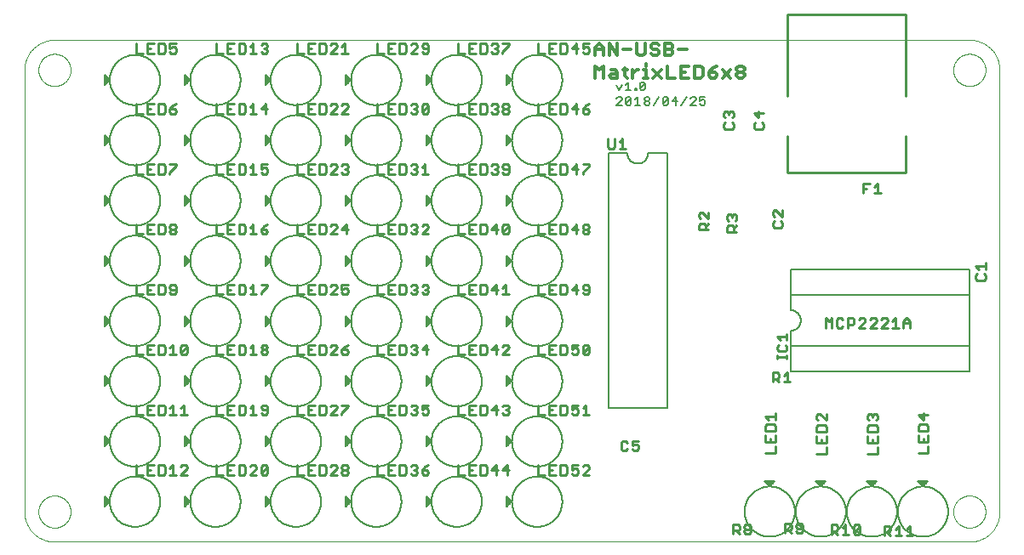
<source format=gto>
G75*
%MOIN*%
%OFA0B0*%
%FSLAX25Y25*%
%IPPOS*%
%LPD*%
%AMOC8*
5,1,8,0,0,1.08239X$1,22.5*
%
%ADD10C,0.00000*%
%ADD11C,0.00900*%
%ADD12C,0.01200*%
%ADD13C,0.00800*%
%ADD14C,0.00600*%
%ADD15C,0.01000*%
%ADD16C,0.00500*%
D10*
X0016354Y0004543D02*
X0374622Y0004543D01*
X0368323Y0016354D02*
X0368325Y0016512D01*
X0368331Y0016670D01*
X0368341Y0016828D01*
X0368355Y0016986D01*
X0368373Y0017143D01*
X0368394Y0017300D01*
X0368420Y0017456D01*
X0368450Y0017612D01*
X0368483Y0017767D01*
X0368521Y0017920D01*
X0368562Y0018073D01*
X0368607Y0018225D01*
X0368656Y0018376D01*
X0368709Y0018525D01*
X0368765Y0018673D01*
X0368825Y0018819D01*
X0368889Y0018964D01*
X0368957Y0019107D01*
X0369028Y0019249D01*
X0369102Y0019389D01*
X0369180Y0019526D01*
X0369262Y0019662D01*
X0369346Y0019796D01*
X0369435Y0019927D01*
X0369526Y0020056D01*
X0369621Y0020183D01*
X0369718Y0020308D01*
X0369819Y0020430D01*
X0369923Y0020549D01*
X0370030Y0020666D01*
X0370140Y0020780D01*
X0370253Y0020891D01*
X0370368Y0021000D01*
X0370486Y0021105D01*
X0370607Y0021207D01*
X0370730Y0021307D01*
X0370856Y0021403D01*
X0370984Y0021496D01*
X0371114Y0021586D01*
X0371247Y0021672D01*
X0371382Y0021756D01*
X0371518Y0021835D01*
X0371657Y0021912D01*
X0371798Y0021984D01*
X0371940Y0022054D01*
X0372084Y0022119D01*
X0372230Y0022181D01*
X0372377Y0022239D01*
X0372526Y0022294D01*
X0372676Y0022345D01*
X0372827Y0022392D01*
X0372979Y0022435D01*
X0373132Y0022474D01*
X0373287Y0022510D01*
X0373442Y0022541D01*
X0373598Y0022569D01*
X0373754Y0022593D01*
X0373911Y0022613D01*
X0374069Y0022629D01*
X0374226Y0022641D01*
X0374385Y0022649D01*
X0374543Y0022653D01*
X0374701Y0022653D01*
X0374859Y0022649D01*
X0375018Y0022641D01*
X0375175Y0022629D01*
X0375333Y0022613D01*
X0375490Y0022593D01*
X0375646Y0022569D01*
X0375802Y0022541D01*
X0375957Y0022510D01*
X0376112Y0022474D01*
X0376265Y0022435D01*
X0376417Y0022392D01*
X0376568Y0022345D01*
X0376718Y0022294D01*
X0376867Y0022239D01*
X0377014Y0022181D01*
X0377160Y0022119D01*
X0377304Y0022054D01*
X0377446Y0021984D01*
X0377587Y0021912D01*
X0377726Y0021835D01*
X0377862Y0021756D01*
X0377997Y0021672D01*
X0378130Y0021586D01*
X0378260Y0021496D01*
X0378388Y0021403D01*
X0378514Y0021307D01*
X0378637Y0021207D01*
X0378758Y0021105D01*
X0378876Y0021000D01*
X0378991Y0020891D01*
X0379104Y0020780D01*
X0379214Y0020666D01*
X0379321Y0020549D01*
X0379425Y0020430D01*
X0379526Y0020308D01*
X0379623Y0020183D01*
X0379718Y0020056D01*
X0379809Y0019927D01*
X0379898Y0019796D01*
X0379982Y0019662D01*
X0380064Y0019526D01*
X0380142Y0019389D01*
X0380216Y0019249D01*
X0380287Y0019107D01*
X0380355Y0018964D01*
X0380419Y0018819D01*
X0380479Y0018673D01*
X0380535Y0018525D01*
X0380588Y0018376D01*
X0380637Y0018225D01*
X0380682Y0018073D01*
X0380723Y0017920D01*
X0380761Y0017767D01*
X0380794Y0017612D01*
X0380824Y0017456D01*
X0380850Y0017300D01*
X0380871Y0017143D01*
X0380889Y0016986D01*
X0380903Y0016828D01*
X0380913Y0016670D01*
X0380919Y0016512D01*
X0380921Y0016354D01*
X0380919Y0016196D01*
X0380913Y0016038D01*
X0380903Y0015880D01*
X0380889Y0015722D01*
X0380871Y0015565D01*
X0380850Y0015408D01*
X0380824Y0015252D01*
X0380794Y0015096D01*
X0380761Y0014941D01*
X0380723Y0014788D01*
X0380682Y0014635D01*
X0380637Y0014483D01*
X0380588Y0014332D01*
X0380535Y0014183D01*
X0380479Y0014035D01*
X0380419Y0013889D01*
X0380355Y0013744D01*
X0380287Y0013601D01*
X0380216Y0013459D01*
X0380142Y0013319D01*
X0380064Y0013182D01*
X0379982Y0013046D01*
X0379898Y0012912D01*
X0379809Y0012781D01*
X0379718Y0012652D01*
X0379623Y0012525D01*
X0379526Y0012400D01*
X0379425Y0012278D01*
X0379321Y0012159D01*
X0379214Y0012042D01*
X0379104Y0011928D01*
X0378991Y0011817D01*
X0378876Y0011708D01*
X0378758Y0011603D01*
X0378637Y0011501D01*
X0378514Y0011401D01*
X0378388Y0011305D01*
X0378260Y0011212D01*
X0378130Y0011122D01*
X0377997Y0011036D01*
X0377862Y0010952D01*
X0377726Y0010873D01*
X0377587Y0010796D01*
X0377446Y0010724D01*
X0377304Y0010654D01*
X0377160Y0010589D01*
X0377014Y0010527D01*
X0376867Y0010469D01*
X0376718Y0010414D01*
X0376568Y0010363D01*
X0376417Y0010316D01*
X0376265Y0010273D01*
X0376112Y0010234D01*
X0375957Y0010198D01*
X0375802Y0010167D01*
X0375646Y0010139D01*
X0375490Y0010115D01*
X0375333Y0010095D01*
X0375175Y0010079D01*
X0375018Y0010067D01*
X0374859Y0010059D01*
X0374701Y0010055D01*
X0374543Y0010055D01*
X0374385Y0010059D01*
X0374226Y0010067D01*
X0374069Y0010079D01*
X0373911Y0010095D01*
X0373754Y0010115D01*
X0373598Y0010139D01*
X0373442Y0010167D01*
X0373287Y0010198D01*
X0373132Y0010234D01*
X0372979Y0010273D01*
X0372827Y0010316D01*
X0372676Y0010363D01*
X0372526Y0010414D01*
X0372377Y0010469D01*
X0372230Y0010527D01*
X0372084Y0010589D01*
X0371940Y0010654D01*
X0371798Y0010724D01*
X0371657Y0010796D01*
X0371518Y0010873D01*
X0371382Y0010952D01*
X0371247Y0011036D01*
X0371114Y0011122D01*
X0370984Y0011212D01*
X0370856Y0011305D01*
X0370730Y0011401D01*
X0370607Y0011501D01*
X0370486Y0011603D01*
X0370368Y0011708D01*
X0370253Y0011817D01*
X0370140Y0011928D01*
X0370030Y0012042D01*
X0369923Y0012159D01*
X0369819Y0012278D01*
X0369718Y0012400D01*
X0369621Y0012525D01*
X0369526Y0012652D01*
X0369435Y0012781D01*
X0369346Y0012912D01*
X0369262Y0013046D01*
X0369180Y0013182D01*
X0369102Y0013319D01*
X0369028Y0013459D01*
X0368957Y0013601D01*
X0368889Y0013744D01*
X0368825Y0013889D01*
X0368765Y0014035D01*
X0368709Y0014183D01*
X0368656Y0014332D01*
X0368607Y0014483D01*
X0368562Y0014635D01*
X0368521Y0014788D01*
X0368483Y0014941D01*
X0368450Y0015096D01*
X0368420Y0015252D01*
X0368394Y0015408D01*
X0368373Y0015565D01*
X0368355Y0015722D01*
X0368341Y0015880D01*
X0368331Y0016038D01*
X0368325Y0016196D01*
X0368323Y0016354D01*
X0374622Y0004543D02*
X0374907Y0004546D01*
X0375193Y0004557D01*
X0375478Y0004574D01*
X0375762Y0004598D01*
X0376046Y0004629D01*
X0376329Y0004667D01*
X0376610Y0004712D01*
X0376891Y0004763D01*
X0377171Y0004821D01*
X0377449Y0004886D01*
X0377725Y0004958D01*
X0377999Y0005036D01*
X0378272Y0005121D01*
X0378542Y0005213D01*
X0378810Y0005311D01*
X0379076Y0005415D01*
X0379339Y0005526D01*
X0379599Y0005643D01*
X0379857Y0005766D01*
X0380111Y0005896D01*
X0380362Y0006032D01*
X0380610Y0006173D01*
X0380854Y0006321D01*
X0381095Y0006474D01*
X0381331Y0006634D01*
X0381564Y0006799D01*
X0381793Y0006969D01*
X0382018Y0007145D01*
X0382238Y0007327D01*
X0382454Y0007513D01*
X0382665Y0007705D01*
X0382872Y0007902D01*
X0383074Y0008104D01*
X0383271Y0008311D01*
X0383463Y0008522D01*
X0383649Y0008738D01*
X0383831Y0008958D01*
X0384007Y0009183D01*
X0384177Y0009412D01*
X0384342Y0009645D01*
X0384502Y0009881D01*
X0384655Y0010122D01*
X0384803Y0010366D01*
X0384944Y0010614D01*
X0385080Y0010865D01*
X0385210Y0011119D01*
X0385333Y0011377D01*
X0385450Y0011637D01*
X0385561Y0011900D01*
X0385665Y0012166D01*
X0385763Y0012434D01*
X0385855Y0012704D01*
X0385940Y0012977D01*
X0386018Y0013251D01*
X0386090Y0013527D01*
X0386155Y0013805D01*
X0386213Y0014085D01*
X0386264Y0014366D01*
X0386309Y0014647D01*
X0386347Y0014930D01*
X0386378Y0015214D01*
X0386402Y0015498D01*
X0386419Y0015783D01*
X0386430Y0016069D01*
X0386433Y0016354D01*
X0386433Y0189583D01*
X0368323Y0189583D02*
X0368325Y0189741D01*
X0368331Y0189899D01*
X0368341Y0190057D01*
X0368355Y0190215D01*
X0368373Y0190372D01*
X0368394Y0190529D01*
X0368420Y0190685D01*
X0368450Y0190841D01*
X0368483Y0190996D01*
X0368521Y0191149D01*
X0368562Y0191302D01*
X0368607Y0191454D01*
X0368656Y0191605D01*
X0368709Y0191754D01*
X0368765Y0191902D01*
X0368825Y0192048D01*
X0368889Y0192193D01*
X0368957Y0192336D01*
X0369028Y0192478D01*
X0369102Y0192618D01*
X0369180Y0192755D01*
X0369262Y0192891D01*
X0369346Y0193025D01*
X0369435Y0193156D01*
X0369526Y0193285D01*
X0369621Y0193412D01*
X0369718Y0193537D01*
X0369819Y0193659D01*
X0369923Y0193778D01*
X0370030Y0193895D01*
X0370140Y0194009D01*
X0370253Y0194120D01*
X0370368Y0194229D01*
X0370486Y0194334D01*
X0370607Y0194436D01*
X0370730Y0194536D01*
X0370856Y0194632D01*
X0370984Y0194725D01*
X0371114Y0194815D01*
X0371247Y0194901D01*
X0371382Y0194985D01*
X0371518Y0195064D01*
X0371657Y0195141D01*
X0371798Y0195213D01*
X0371940Y0195283D01*
X0372084Y0195348D01*
X0372230Y0195410D01*
X0372377Y0195468D01*
X0372526Y0195523D01*
X0372676Y0195574D01*
X0372827Y0195621D01*
X0372979Y0195664D01*
X0373132Y0195703D01*
X0373287Y0195739D01*
X0373442Y0195770D01*
X0373598Y0195798D01*
X0373754Y0195822D01*
X0373911Y0195842D01*
X0374069Y0195858D01*
X0374226Y0195870D01*
X0374385Y0195878D01*
X0374543Y0195882D01*
X0374701Y0195882D01*
X0374859Y0195878D01*
X0375018Y0195870D01*
X0375175Y0195858D01*
X0375333Y0195842D01*
X0375490Y0195822D01*
X0375646Y0195798D01*
X0375802Y0195770D01*
X0375957Y0195739D01*
X0376112Y0195703D01*
X0376265Y0195664D01*
X0376417Y0195621D01*
X0376568Y0195574D01*
X0376718Y0195523D01*
X0376867Y0195468D01*
X0377014Y0195410D01*
X0377160Y0195348D01*
X0377304Y0195283D01*
X0377446Y0195213D01*
X0377587Y0195141D01*
X0377726Y0195064D01*
X0377862Y0194985D01*
X0377997Y0194901D01*
X0378130Y0194815D01*
X0378260Y0194725D01*
X0378388Y0194632D01*
X0378514Y0194536D01*
X0378637Y0194436D01*
X0378758Y0194334D01*
X0378876Y0194229D01*
X0378991Y0194120D01*
X0379104Y0194009D01*
X0379214Y0193895D01*
X0379321Y0193778D01*
X0379425Y0193659D01*
X0379526Y0193537D01*
X0379623Y0193412D01*
X0379718Y0193285D01*
X0379809Y0193156D01*
X0379898Y0193025D01*
X0379982Y0192891D01*
X0380064Y0192755D01*
X0380142Y0192618D01*
X0380216Y0192478D01*
X0380287Y0192336D01*
X0380355Y0192193D01*
X0380419Y0192048D01*
X0380479Y0191902D01*
X0380535Y0191754D01*
X0380588Y0191605D01*
X0380637Y0191454D01*
X0380682Y0191302D01*
X0380723Y0191149D01*
X0380761Y0190996D01*
X0380794Y0190841D01*
X0380824Y0190685D01*
X0380850Y0190529D01*
X0380871Y0190372D01*
X0380889Y0190215D01*
X0380903Y0190057D01*
X0380913Y0189899D01*
X0380919Y0189741D01*
X0380921Y0189583D01*
X0380919Y0189425D01*
X0380913Y0189267D01*
X0380903Y0189109D01*
X0380889Y0188951D01*
X0380871Y0188794D01*
X0380850Y0188637D01*
X0380824Y0188481D01*
X0380794Y0188325D01*
X0380761Y0188170D01*
X0380723Y0188017D01*
X0380682Y0187864D01*
X0380637Y0187712D01*
X0380588Y0187561D01*
X0380535Y0187412D01*
X0380479Y0187264D01*
X0380419Y0187118D01*
X0380355Y0186973D01*
X0380287Y0186830D01*
X0380216Y0186688D01*
X0380142Y0186548D01*
X0380064Y0186411D01*
X0379982Y0186275D01*
X0379898Y0186141D01*
X0379809Y0186010D01*
X0379718Y0185881D01*
X0379623Y0185754D01*
X0379526Y0185629D01*
X0379425Y0185507D01*
X0379321Y0185388D01*
X0379214Y0185271D01*
X0379104Y0185157D01*
X0378991Y0185046D01*
X0378876Y0184937D01*
X0378758Y0184832D01*
X0378637Y0184730D01*
X0378514Y0184630D01*
X0378388Y0184534D01*
X0378260Y0184441D01*
X0378130Y0184351D01*
X0377997Y0184265D01*
X0377862Y0184181D01*
X0377726Y0184102D01*
X0377587Y0184025D01*
X0377446Y0183953D01*
X0377304Y0183883D01*
X0377160Y0183818D01*
X0377014Y0183756D01*
X0376867Y0183698D01*
X0376718Y0183643D01*
X0376568Y0183592D01*
X0376417Y0183545D01*
X0376265Y0183502D01*
X0376112Y0183463D01*
X0375957Y0183427D01*
X0375802Y0183396D01*
X0375646Y0183368D01*
X0375490Y0183344D01*
X0375333Y0183324D01*
X0375175Y0183308D01*
X0375018Y0183296D01*
X0374859Y0183288D01*
X0374701Y0183284D01*
X0374543Y0183284D01*
X0374385Y0183288D01*
X0374226Y0183296D01*
X0374069Y0183308D01*
X0373911Y0183324D01*
X0373754Y0183344D01*
X0373598Y0183368D01*
X0373442Y0183396D01*
X0373287Y0183427D01*
X0373132Y0183463D01*
X0372979Y0183502D01*
X0372827Y0183545D01*
X0372676Y0183592D01*
X0372526Y0183643D01*
X0372377Y0183698D01*
X0372230Y0183756D01*
X0372084Y0183818D01*
X0371940Y0183883D01*
X0371798Y0183953D01*
X0371657Y0184025D01*
X0371518Y0184102D01*
X0371382Y0184181D01*
X0371247Y0184265D01*
X0371114Y0184351D01*
X0370984Y0184441D01*
X0370856Y0184534D01*
X0370730Y0184630D01*
X0370607Y0184730D01*
X0370486Y0184832D01*
X0370368Y0184937D01*
X0370253Y0185046D01*
X0370140Y0185157D01*
X0370030Y0185271D01*
X0369923Y0185388D01*
X0369819Y0185507D01*
X0369718Y0185629D01*
X0369621Y0185754D01*
X0369526Y0185881D01*
X0369435Y0186010D01*
X0369346Y0186141D01*
X0369262Y0186275D01*
X0369180Y0186411D01*
X0369102Y0186548D01*
X0369028Y0186688D01*
X0368957Y0186830D01*
X0368889Y0186973D01*
X0368825Y0187118D01*
X0368765Y0187264D01*
X0368709Y0187412D01*
X0368656Y0187561D01*
X0368607Y0187712D01*
X0368562Y0187864D01*
X0368521Y0188017D01*
X0368483Y0188170D01*
X0368450Y0188325D01*
X0368420Y0188481D01*
X0368394Y0188637D01*
X0368373Y0188794D01*
X0368355Y0188951D01*
X0368341Y0189109D01*
X0368331Y0189267D01*
X0368325Y0189425D01*
X0368323Y0189583D01*
X0374622Y0201394D02*
X0374907Y0201391D01*
X0375193Y0201380D01*
X0375478Y0201363D01*
X0375762Y0201339D01*
X0376046Y0201308D01*
X0376329Y0201270D01*
X0376610Y0201225D01*
X0376891Y0201174D01*
X0377171Y0201116D01*
X0377449Y0201051D01*
X0377725Y0200979D01*
X0377999Y0200901D01*
X0378272Y0200816D01*
X0378542Y0200724D01*
X0378810Y0200626D01*
X0379076Y0200522D01*
X0379339Y0200411D01*
X0379599Y0200294D01*
X0379857Y0200171D01*
X0380111Y0200041D01*
X0380362Y0199905D01*
X0380610Y0199764D01*
X0380854Y0199616D01*
X0381095Y0199463D01*
X0381331Y0199303D01*
X0381564Y0199138D01*
X0381793Y0198968D01*
X0382018Y0198792D01*
X0382238Y0198610D01*
X0382454Y0198424D01*
X0382665Y0198232D01*
X0382872Y0198035D01*
X0383074Y0197833D01*
X0383271Y0197626D01*
X0383463Y0197415D01*
X0383649Y0197199D01*
X0383831Y0196979D01*
X0384007Y0196754D01*
X0384177Y0196525D01*
X0384342Y0196292D01*
X0384502Y0196056D01*
X0384655Y0195815D01*
X0384803Y0195571D01*
X0384944Y0195323D01*
X0385080Y0195072D01*
X0385210Y0194818D01*
X0385333Y0194560D01*
X0385450Y0194300D01*
X0385561Y0194037D01*
X0385665Y0193771D01*
X0385763Y0193503D01*
X0385855Y0193233D01*
X0385940Y0192960D01*
X0386018Y0192686D01*
X0386090Y0192410D01*
X0386155Y0192132D01*
X0386213Y0191852D01*
X0386264Y0191571D01*
X0386309Y0191290D01*
X0386347Y0191007D01*
X0386378Y0190723D01*
X0386402Y0190439D01*
X0386419Y0190154D01*
X0386430Y0189868D01*
X0386433Y0189583D01*
X0374622Y0201394D02*
X0016354Y0201394D01*
X0010055Y0189583D02*
X0010057Y0189741D01*
X0010063Y0189899D01*
X0010073Y0190057D01*
X0010087Y0190215D01*
X0010105Y0190372D01*
X0010126Y0190529D01*
X0010152Y0190685D01*
X0010182Y0190841D01*
X0010215Y0190996D01*
X0010253Y0191149D01*
X0010294Y0191302D01*
X0010339Y0191454D01*
X0010388Y0191605D01*
X0010441Y0191754D01*
X0010497Y0191902D01*
X0010557Y0192048D01*
X0010621Y0192193D01*
X0010689Y0192336D01*
X0010760Y0192478D01*
X0010834Y0192618D01*
X0010912Y0192755D01*
X0010994Y0192891D01*
X0011078Y0193025D01*
X0011167Y0193156D01*
X0011258Y0193285D01*
X0011353Y0193412D01*
X0011450Y0193537D01*
X0011551Y0193659D01*
X0011655Y0193778D01*
X0011762Y0193895D01*
X0011872Y0194009D01*
X0011985Y0194120D01*
X0012100Y0194229D01*
X0012218Y0194334D01*
X0012339Y0194436D01*
X0012462Y0194536D01*
X0012588Y0194632D01*
X0012716Y0194725D01*
X0012846Y0194815D01*
X0012979Y0194901D01*
X0013114Y0194985D01*
X0013250Y0195064D01*
X0013389Y0195141D01*
X0013530Y0195213D01*
X0013672Y0195283D01*
X0013816Y0195348D01*
X0013962Y0195410D01*
X0014109Y0195468D01*
X0014258Y0195523D01*
X0014408Y0195574D01*
X0014559Y0195621D01*
X0014711Y0195664D01*
X0014864Y0195703D01*
X0015019Y0195739D01*
X0015174Y0195770D01*
X0015330Y0195798D01*
X0015486Y0195822D01*
X0015643Y0195842D01*
X0015801Y0195858D01*
X0015958Y0195870D01*
X0016117Y0195878D01*
X0016275Y0195882D01*
X0016433Y0195882D01*
X0016591Y0195878D01*
X0016750Y0195870D01*
X0016907Y0195858D01*
X0017065Y0195842D01*
X0017222Y0195822D01*
X0017378Y0195798D01*
X0017534Y0195770D01*
X0017689Y0195739D01*
X0017844Y0195703D01*
X0017997Y0195664D01*
X0018149Y0195621D01*
X0018300Y0195574D01*
X0018450Y0195523D01*
X0018599Y0195468D01*
X0018746Y0195410D01*
X0018892Y0195348D01*
X0019036Y0195283D01*
X0019178Y0195213D01*
X0019319Y0195141D01*
X0019458Y0195064D01*
X0019594Y0194985D01*
X0019729Y0194901D01*
X0019862Y0194815D01*
X0019992Y0194725D01*
X0020120Y0194632D01*
X0020246Y0194536D01*
X0020369Y0194436D01*
X0020490Y0194334D01*
X0020608Y0194229D01*
X0020723Y0194120D01*
X0020836Y0194009D01*
X0020946Y0193895D01*
X0021053Y0193778D01*
X0021157Y0193659D01*
X0021258Y0193537D01*
X0021355Y0193412D01*
X0021450Y0193285D01*
X0021541Y0193156D01*
X0021630Y0193025D01*
X0021714Y0192891D01*
X0021796Y0192755D01*
X0021874Y0192618D01*
X0021948Y0192478D01*
X0022019Y0192336D01*
X0022087Y0192193D01*
X0022151Y0192048D01*
X0022211Y0191902D01*
X0022267Y0191754D01*
X0022320Y0191605D01*
X0022369Y0191454D01*
X0022414Y0191302D01*
X0022455Y0191149D01*
X0022493Y0190996D01*
X0022526Y0190841D01*
X0022556Y0190685D01*
X0022582Y0190529D01*
X0022603Y0190372D01*
X0022621Y0190215D01*
X0022635Y0190057D01*
X0022645Y0189899D01*
X0022651Y0189741D01*
X0022653Y0189583D01*
X0022651Y0189425D01*
X0022645Y0189267D01*
X0022635Y0189109D01*
X0022621Y0188951D01*
X0022603Y0188794D01*
X0022582Y0188637D01*
X0022556Y0188481D01*
X0022526Y0188325D01*
X0022493Y0188170D01*
X0022455Y0188017D01*
X0022414Y0187864D01*
X0022369Y0187712D01*
X0022320Y0187561D01*
X0022267Y0187412D01*
X0022211Y0187264D01*
X0022151Y0187118D01*
X0022087Y0186973D01*
X0022019Y0186830D01*
X0021948Y0186688D01*
X0021874Y0186548D01*
X0021796Y0186411D01*
X0021714Y0186275D01*
X0021630Y0186141D01*
X0021541Y0186010D01*
X0021450Y0185881D01*
X0021355Y0185754D01*
X0021258Y0185629D01*
X0021157Y0185507D01*
X0021053Y0185388D01*
X0020946Y0185271D01*
X0020836Y0185157D01*
X0020723Y0185046D01*
X0020608Y0184937D01*
X0020490Y0184832D01*
X0020369Y0184730D01*
X0020246Y0184630D01*
X0020120Y0184534D01*
X0019992Y0184441D01*
X0019862Y0184351D01*
X0019729Y0184265D01*
X0019594Y0184181D01*
X0019458Y0184102D01*
X0019319Y0184025D01*
X0019178Y0183953D01*
X0019036Y0183883D01*
X0018892Y0183818D01*
X0018746Y0183756D01*
X0018599Y0183698D01*
X0018450Y0183643D01*
X0018300Y0183592D01*
X0018149Y0183545D01*
X0017997Y0183502D01*
X0017844Y0183463D01*
X0017689Y0183427D01*
X0017534Y0183396D01*
X0017378Y0183368D01*
X0017222Y0183344D01*
X0017065Y0183324D01*
X0016907Y0183308D01*
X0016750Y0183296D01*
X0016591Y0183288D01*
X0016433Y0183284D01*
X0016275Y0183284D01*
X0016117Y0183288D01*
X0015958Y0183296D01*
X0015801Y0183308D01*
X0015643Y0183324D01*
X0015486Y0183344D01*
X0015330Y0183368D01*
X0015174Y0183396D01*
X0015019Y0183427D01*
X0014864Y0183463D01*
X0014711Y0183502D01*
X0014559Y0183545D01*
X0014408Y0183592D01*
X0014258Y0183643D01*
X0014109Y0183698D01*
X0013962Y0183756D01*
X0013816Y0183818D01*
X0013672Y0183883D01*
X0013530Y0183953D01*
X0013389Y0184025D01*
X0013250Y0184102D01*
X0013114Y0184181D01*
X0012979Y0184265D01*
X0012846Y0184351D01*
X0012716Y0184441D01*
X0012588Y0184534D01*
X0012462Y0184630D01*
X0012339Y0184730D01*
X0012218Y0184832D01*
X0012100Y0184937D01*
X0011985Y0185046D01*
X0011872Y0185157D01*
X0011762Y0185271D01*
X0011655Y0185388D01*
X0011551Y0185507D01*
X0011450Y0185629D01*
X0011353Y0185754D01*
X0011258Y0185881D01*
X0011167Y0186010D01*
X0011078Y0186141D01*
X0010994Y0186275D01*
X0010912Y0186411D01*
X0010834Y0186548D01*
X0010760Y0186688D01*
X0010689Y0186830D01*
X0010621Y0186973D01*
X0010557Y0187118D01*
X0010497Y0187264D01*
X0010441Y0187412D01*
X0010388Y0187561D01*
X0010339Y0187712D01*
X0010294Y0187864D01*
X0010253Y0188017D01*
X0010215Y0188170D01*
X0010182Y0188325D01*
X0010152Y0188481D01*
X0010126Y0188637D01*
X0010105Y0188794D01*
X0010087Y0188951D01*
X0010073Y0189109D01*
X0010063Y0189267D01*
X0010057Y0189425D01*
X0010055Y0189583D01*
X0004543Y0189583D02*
X0004543Y0016354D01*
X0010055Y0016354D02*
X0010057Y0016512D01*
X0010063Y0016670D01*
X0010073Y0016828D01*
X0010087Y0016986D01*
X0010105Y0017143D01*
X0010126Y0017300D01*
X0010152Y0017456D01*
X0010182Y0017612D01*
X0010215Y0017767D01*
X0010253Y0017920D01*
X0010294Y0018073D01*
X0010339Y0018225D01*
X0010388Y0018376D01*
X0010441Y0018525D01*
X0010497Y0018673D01*
X0010557Y0018819D01*
X0010621Y0018964D01*
X0010689Y0019107D01*
X0010760Y0019249D01*
X0010834Y0019389D01*
X0010912Y0019526D01*
X0010994Y0019662D01*
X0011078Y0019796D01*
X0011167Y0019927D01*
X0011258Y0020056D01*
X0011353Y0020183D01*
X0011450Y0020308D01*
X0011551Y0020430D01*
X0011655Y0020549D01*
X0011762Y0020666D01*
X0011872Y0020780D01*
X0011985Y0020891D01*
X0012100Y0021000D01*
X0012218Y0021105D01*
X0012339Y0021207D01*
X0012462Y0021307D01*
X0012588Y0021403D01*
X0012716Y0021496D01*
X0012846Y0021586D01*
X0012979Y0021672D01*
X0013114Y0021756D01*
X0013250Y0021835D01*
X0013389Y0021912D01*
X0013530Y0021984D01*
X0013672Y0022054D01*
X0013816Y0022119D01*
X0013962Y0022181D01*
X0014109Y0022239D01*
X0014258Y0022294D01*
X0014408Y0022345D01*
X0014559Y0022392D01*
X0014711Y0022435D01*
X0014864Y0022474D01*
X0015019Y0022510D01*
X0015174Y0022541D01*
X0015330Y0022569D01*
X0015486Y0022593D01*
X0015643Y0022613D01*
X0015801Y0022629D01*
X0015958Y0022641D01*
X0016117Y0022649D01*
X0016275Y0022653D01*
X0016433Y0022653D01*
X0016591Y0022649D01*
X0016750Y0022641D01*
X0016907Y0022629D01*
X0017065Y0022613D01*
X0017222Y0022593D01*
X0017378Y0022569D01*
X0017534Y0022541D01*
X0017689Y0022510D01*
X0017844Y0022474D01*
X0017997Y0022435D01*
X0018149Y0022392D01*
X0018300Y0022345D01*
X0018450Y0022294D01*
X0018599Y0022239D01*
X0018746Y0022181D01*
X0018892Y0022119D01*
X0019036Y0022054D01*
X0019178Y0021984D01*
X0019319Y0021912D01*
X0019458Y0021835D01*
X0019594Y0021756D01*
X0019729Y0021672D01*
X0019862Y0021586D01*
X0019992Y0021496D01*
X0020120Y0021403D01*
X0020246Y0021307D01*
X0020369Y0021207D01*
X0020490Y0021105D01*
X0020608Y0021000D01*
X0020723Y0020891D01*
X0020836Y0020780D01*
X0020946Y0020666D01*
X0021053Y0020549D01*
X0021157Y0020430D01*
X0021258Y0020308D01*
X0021355Y0020183D01*
X0021450Y0020056D01*
X0021541Y0019927D01*
X0021630Y0019796D01*
X0021714Y0019662D01*
X0021796Y0019526D01*
X0021874Y0019389D01*
X0021948Y0019249D01*
X0022019Y0019107D01*
X0022087Y0018964D01*
X0022151Y0018819D01*
X0022211Y0018673D01*
X0022267Y0018525D01*
X0022320Y0018376D01*
X0022369Y0018225D01*
X0022414Y0018073D01*
X0022455Y0017920D01*
X0022493Y0017767D01*
X0022526Y0017612D01*
X0022556Y0017456D01*
X0022582Y0017300D01*
X0022603Y0017143D01*
X0022621Y0016986D01*
X0022635Y0016828D01*
X0022645Y0016670D01*
X0022651Y0016512D01*
X0022653Y0016354D01*
X0022651Y0016196D01*
X0022645Y0016038D01*
X0022635Y0015880D01*
X0022621Y0015722D01*
X0022603Y0015565D01*
X0022582Y0015408D01*
X0022556Y0015252D01*
X0022526Y0015096D01*
X0022493Y0014941D01*
X0022455Y0014788D01*
X0022414Y0014635D01*
X0022369Y0014483D01*
X0022320Y0014332D01*
X0022267Y0014183D01*
X0022211Y0014035D01*
X0022151Y0013889D01*
X0022087Y0013744D01*
X0022019Y0013601D01*
X0021948Y0013459D01*
X0021874Y0013319D01*
X0021796Y0013182D01*
X0021714Y0013046D01*
X0021630Y0012912D01*
X0021541Y0012781D01*
X0021450Y0012652D01*
X0021355Y0012525D01*
X0021258Y0012400D01*
X0021157Y0012278D01*
X0021053Y0012159D01*
X0020946Y0012042D01*
X0020836Y0011928D01*
X0020723Y0011817D01*
X0020608Y0011708D01*
X0020490Y0011603D01*
X0020369Y0011501D01*
X0020246Y0011401D01*
X0020120Y0011305D01*
X0019992Y0011212D01*
X0019862Y0011122D01*
X0019729Y0011036D01*
X0019594Y0010952D01*
X0019458Y0010873D01*
X0019319Y0010796D01*
X0019178Y0010724D01*
X0019036Y0010654D01*
X0018892Y0010589D01*
X0018746Y0010527D01*
X0018599Y0010469D01*
X0018450Y0010414D01*
X0018300Y0010363D01*
X0018149Y0010316D01*
X0017997Y0010273D01*
X0017844Y0010234D01*
X0017689Y0010198D01*
X0017534Y0010167D01*
X0017378Y0010139D01*
X0017222Y0010115D01*
X0017065Y0010095D01*
X0016907Y0010079D01*
X0016750Y0010067D01*
X0016591Y0010059D01*
X0016433Y0010055D01*
X0016275Y0010055D01*
X0016117Y0010059D01*
X0015958Y0010067D01*
X0015801Y0010079D01*
X0015643Y0010095D01*
X0015486Y0010115D01*
X0015330Y0010139D01*
X0015174Y0010167D01*
X0015019Y0010198D01*
X0014864Y0010234D01*
X0014711Y0010273D01*
X0014559Y0010316D01*
X0014408Y0010363D01*
X0014258Y0010414D01*
X0014109Y0010469D01*
X0013962Y0010527D01*
X0013816Y0010589D01*
X0013672Y0010654D01*
X0013530Y0010724D01*
X0013389Y0010796D01*
X0013250Y0010873D01*
X0013114Y0010952D01*
X0012979Y0011036D01*
X0012846Y0011122D01*
X0012716Y0011212D01*
X0012588Y0011305D01*
X0012462Y0011401D01*
X0012339Y0011501D01*
X0012218Y0011603D01*
X0012100Y0011708D01*
X0011985Y0011817D01*
X0011872Y0011928D01*
X0011762Y0012042D01*
X0011655Y0012159D01*
X0011551Y0012278D01*
X0011450Y0012400D01*
X0011353Y0012525D01*
X0011258Y0012652D01*
X0011167Y0012781D01*
X0011078Y0012912D01*
X0010994Y0013046D01*
X0010912Y0013182D01*
X0010834Y0013319D01*
X0010760Y0013459D01*
X0010689Y0013601D01*
X0010621Y0013744D01*
X0010557Y0013889D01*
X0010497Y0014035D01*
X0010441Y0014183D01*
X0010388Y0014332D01*
X0010339Y0014483D01*
X0010294Y0014635D01*
X0010253Y0014788D01*
X0010215Y0014941D01*
X0010182Y0015096D01*
X0010152Y0015252D01*
X0010126Y0015408D01*
X0010105Y0015565D01*
X0010087Y0015722D01*
X0010073Y0015880D01*
X0010063Y0016038D01*
X0010057Y0016196D01*
X0010055Y0016354D01*
X0004543Y0016354D02*
X0004546Y0016069D01*
X0004557Y0015783D01*
X0004574Y0015498D01*
X0004598Y0015214D01*
X0004629Y0014930D01*
X0004667Y0014647D01*
X0004712Y0014366D01*
X0004763Y0014085D01*
X0004821Y0013805D01*
X0004886Y0013527D01*
X0004958Y0013251D01*
X0005036Y0012977D01*
X0005121Y0012704D01*
X0005213Y0012434D01*
X0005311Y0012166D01*
X0005415Y0011900D01*
X0005526Y0011637D01*
X0005643Y0011377D01*
X0005766Y0011119D01*
X0005896Y0010865D01*
X0006032Y0010614D01*
X0006173Y0010366D01*
X0006321Y0010122D01*
X0006474Y0009881D01*
X0006634Y0009645D01*
X0006799Y0009412D01*
X0006969Y0009183D01*
X0007145Y0008958D01*
X0007327Y0008738D01*
X0007513Y0008522D01*
X0007705Y0008311D01*
X0007902Y0008104D01*
X0008104Y0007902D01*
X0008311Y0007705D01*
X0008522Y0007513D01*
X0008738Y0007327D01*
X0008958Y0007145D01*
X0009183Y0006969D01*
X0009412Y0006799D01*
X0009645Y0006634D01*
X0009881Y0006474D01*
X0010122Y0006321D01*
X0010366Y0006173D01*
X0010614Y0006032D01*
X0010865Y0005896D01*
X0011119Y0005766D01*
X0011377Y0005643D01*
X0011637Y0005526D01*
X0011900Y0005415D01*
X0012166Y0005311D01*
X0012434Y0005213D01*
X0012704Y0005121D01*
X0012977Y0005036D01*
X0013251Y0004958D01*
X0013527Y0004886D01*
X0013805Y0004821D01*
X0014085Y0004763D01*
X0014366Y0004712D01*
X0014647Y0004667D01*
X0014930Y0004629D01*
X0015214Y0004598D01*
X0015498Y0004574D01*
X0015783Y0004557D01*
X0016069Y0004546D01*
X0016354Y0004543D01*
X0004543Y0189583D02*
X0004546Y0189868D01*
X0004557Y0190154D01*
X0004574Y0190439D01*
X0004598Y0190723D01*
X0004629Y0191007D01*
X0004667Y0191290D01*
X0004712Y0191571D01*
X0004763Y0191852D01*
X0004821Y0192132D01*
X0004886Y0192410D01*
X0004958Y0192686D01*
X0005036Y0192960D01*
X0005121Y0193233D01*
X0005213Y0193503D01*
X0005311Y0193771D01*
X0005415Y0194037D01*
X0005526Y0194300D01*
X0005643Y0194560D01*
X0005766Y0194818D01*
X0005896Y0195072D01*
X0006032Y0195323D01*
X0006173Y0195571D01*
X0006321Y0195815D01*
X0006474Y0196056D01*
X0006634Y0196292D01*
X0006799Y0196525D01*
X0006969Y0196754D01*
X0007145Y0196979D01*
X0007327Y0197199D01*
X0007513Y0197415D01*
X0007705Y0197626D01*
X0007902Y0197833D01*
X0008104Y0198035D01*
X0008311Y0198232D01*
X0008522Y0198424D01*
X0008738Y0198610D01*
X0008958Y0198792D01*
X0009183Y0198968D01*
X0009412Y0199138D01*
X0009645Y0199303D01*
X0009881Y0199463D01*
X0010122Y0199616D01*
X0010366Y0199764D01*
X0010614Y0199905D01*
X0010865Y0200041D01*
X0011119Y0200171D01*
X0011377Y0200294D01*
X0011637Y0200411D01*
X0011900Y0200522D01*
X0012166Y0200626D01*
X0012434Y0200724D01*
X0012704Y0200816D01*
X0012977Y0200901D01*
X0013251Y0200979D01*
X0013527Y0201051D01*
X0013805Y0201116D01*
X0014085Y0201174D01*
X0014366Y0201225D01*
X0014647Y0201270D01*
X0014930Y0201308D01*
X0015214Y0201339D01*
X0015498Y0201363D01*
X0015783Y0201380D01*
X0016069Y0201391D01*
X0016354Y0201394D01*
D11*
X0048300Y0199923D02*
X0048300Y0196096D01*
X0050852Y0196096D01*
X0052651Y0196096D02*
X0055202Y0196096D01*
X0057001Y0196096D02*
X0058915Y0196096D01*
X0059553Y0196734D01*
X0059553Y0199285D01*
X0058915Y0199923D01*
X0057001Y0199923D01*
X0057001Y0196096D01*
X0053926Y0198009D02*
X0052651Y0198009D01*
X0052651Y0196096D02*
X0052651Y0199923D01*
X0055202Y0199923D01*
X0061351Y0199923D02*
X0061351Y0198009D01*
X0062627Y0198647D01*
X0063265Y0198647D01*
X0063903Y0198009D01*
X0063903Y0196734D01*
X0063265Y0196096D01*
X0061989Y0196096D01*
X0061351Y0196734D01*
X0061351Y0199923D02*
X0063903Y0199923D01*
X0079796Y0199923D02*
X0079796Y0196096D01*
X0082348Y0196096D01*
X0084147Y0196096D02*
X0086698Y0196096D01*
X0088497Y0196096D02*
X0090411Y0196096D01*
X0091049Y0196734D01*
X0091049Y0199285D01*
X0090411Y0199923D01*
X0088497Y0199923D01*
X0088497Y0196096D01*
X0085423Y0198009D02*
X0084147Y0198009D01*
X0084147Y0196096D02*
X0084147Y0199923D01*
X0086698Y0199923D01*
X0092847Y0198647D02*
X0094123Y0199923D01*
X0094123Y0196096D01*
X0092847Y0196096D02*
X0095399Y0196096D01*
X0097197Y0196734D02*
X0097835Y0196096D01*
X0099111Y0196096D01*
X0099749Y0196734D01*
X0099749Y0197372D01*
X0099111Y0198009D01*
X0098473Y0198009D01*
X0099111Y0198009D02*
X0099749Y0198647D01*
X0099749Y0199285D01*
X0099111Y0199923D01*
X0097835Y0199923D01*
X0097197Y0199285D01*
X0111293Y0199923D02*
X0111293Y0196096D01*
X0113844Y0196096D01*
X0115643Y0196096D02*
X0118194Y0196096D01*
X0119993Y0196096D02*
X0121907Y0196096D01*
X0122545Y0196734D01*
X0122545Y0199285D01*
X0121907Y0199923D01*
X0119993Y0199923D01*
X0119993Y0196096D01*
X0116919Y0198009D02*
X0115643Y0198009D01*
X0115643Y0196096D02*
X0115643Y0199923D01*
X0118194Y0199923D01*
X0124343Y0199285D02*
X0124981Y0199923D01*
X0126257Y0199923D01*
X0126895Y0199285D01*
X0126895Y0198647D01*
X0124343Y0196096D01*
X0126895Y0196096D01*
X0128693Y0196096D02*
X0131245Y0196096D01*
X0129969Y0196096D02*
X0129969Y0199923D01*
X0128693Y0198647D01*
X0142789Y0199923D02*
X0142789Y0196096D01*
X0145340Y0196096D01*
X0147139Y0196096D02*
X0149691Y0196096D01*
X0151489Y0196096D02*
X0153403Y0196096D01*
X0154041Y0196734D01*
X0154041Y0199285D01*
X0153403Y0199923D01*
X0151489Y0199923D01*
X0151489Y0196096D01*
X0148415Y0198009D02*
X0147139Y0198009D01*
X0147139Y0196096D02*
X0147139Y0199923D01*
X0149691Y0199923D01*
X0155839Y0199285D02*
X0156477Y0199923D01*
X0157753Y0199923D01*
X0158391Y0199285D01*
X0158391Y0198647D01*
X0155839Y0196096D01*
X0158391Y0196096D01*
X0160189Y0196734D02*
X0160827Y0196096D01*
X0162103Y0196096D01*
X0162741Y0196734D01*
X0162741Y0199285D01*
X0162103Y0199923D01*
X0160827Y0199923D01*
X0160189Y0199285D01*
X0160189Y0198647D01*
X0160827Y0198009D01*
X0162741Y0198009D01*
X0174285Y0196096D02*
X0176836Y0196096D01*
X0178635Y0196096D02*
X0181187Y0196096D01*
X0182985Y0196096D02*
X0184899Y0196096D01*
X0185537Y0196734D01*
X0185537Y0199285D01*
X0184899Y0199923D01*
X0182985Y0199923D01*
X0182985Y0196096D01*
X0179911Y0198009D02*
X0178635Y0198009D01*
X0178635Y0196096D02*
X0178635Y0199923D01*
X0181187Y0199923D01*
X0187335Y0199285D02*
X0187973Y0199923D01*
X0189249Y0199923D01*
X0189887Y0199285D01*
X0189887Y0198647D01*
X0189249Y0198009D01*
X0189887Y0197372D01*
X0189887Y0196734D01*
X0189249Y0196096D01*
X0187973Y0196096D01*
X0187335Y0196734D01*
X0188611Y0198009D02*
X0189249Y0198009D01*
X0191685Y0196734D02*
X0191685Y0196096D01*
X0191685Y0196734D02*
X0194237Y0199285D01*
X0194237Y0199923D01*
X0191685Y0199923D01*
X0205781Y0199923D02*
X0205781Y0196096D01*
X0208332Y0196096D01*
X0210131Y0196096D02*
X0212683Y0196096D01*
X0214481Y0196096D02*
X0216395Y0196096D01*
X0217033Y0196734D01*
X0217033Y0199285D01*
X0216395Y0199923D01*
X0214481Y0199923D01*
X0214481Y0196096D01*
X0211407Y0198009D02*
X0210131Y0198009D01*
X0210131Y0196096D02*
X0210131Y0199923D01*
X0212683Y0199923D01*
X0218831Y0198009D02*
X0221383Y0198009D01*
X0223181Y0198009D02*
X0224457Y0198647D01*
X0225095Y0198647D01*
X0225733Y0198009D01*
X0225733Y0196734D01*
X0225095Y0196096D01*
X0223819Y0196096D01*
X0223181Y0196734D01*
X0223181Y0198009D02*
X0223181Y0199923D01*
X0225733Y0199923D01*
X0220745Y0199923D02*
X0218831Y0198009D01*
X0220745Y0196096D02*
X0220745Y0199923D01*
X0220745Y0176301D02*
X0218831Y0174387D01*
X0221383Y0174387D01*
X0223181Y0174387D02*
X0225095Y0174387D01*
X0225733Y0173750D01*
X0225733Y0173112D01*
X0225095Y0172474D01*
X0223819Y0172474D01*
X0223181Y0173112D01*
X0223181Y0174387D01*
X0224457Y0175663D01*
X0225733Y0176301D01*
X0220745Y0176301D02*
X0220745Y0172474D01*
X0217033Y0173112D02*
X0217033Y0175663D01*
X0216395Y0176301D01*
X0214481Y0176301D01*
X0214481Y0172474D01*
X0216395Y0172474D01*
X0217033Y0173112D01*
X0212683Y0172474D02*
X0210131Y0172474D01*
X0210131Y0176301D01*
X0212683Y0176301D01*
X0211407Y0174387D02*
X0210131Y0174387D01*
X0208332Y0172474D02*
X0205781Y0172474D01*
X0205781Y0176301D01*
X0194237Y0175663D02*
X0194237Y0175025D01*
X0193599Y0174387D01*
X0192323Y0174387D01*
X0191685Y0175025D01*
X0191685Y0175663D01*
X0192323Y0176301D01*
X0193599Y0176301D01*
X0194237Y0175663D01*
X0193599Y0174387D02*
X0194237Y0173750D01*
X0194237Y0173112D01*
X0193599Y0172474D01*
X0192323Y0172474D01*
X0191685Y0173112D01*
X0191685Y0173750D01*
X0192323Y0174387D01*
X0189887Y0173750D02*
X0189249Y0174387D01*
X0188611Y0174387D01*
X0189249Y0174387D02*
X0189887Y0175025D01*
X0189887Y0175663D01*
X0189249Y0176301D01*
X0187973Y0176301D01*
X0187335Y0175663D01*
X0185537Y0175663D02*
X0184899Y0176301D01*
X0182985Y0176301D01*
X0182985Y0172474D01*
X0184899Y0172474D01*
X0185537Y0173112D01*
X0185537Y0175663D01*
X0187335Y0173112D02*
X0187973Y0172474D01*
X0189249Y0172474D01*
X0189887Y0173112D01*
X0189887Y0173750D01*
X0181187Y0172474D02*
X0178635Y0172474D01*
X0178635Y0176301D01*
X0181187Y0176301D01*
X0179911Y0174387D02*
X0178635Y0174387D01*
X0176836Y0172474D02*
X0174285Y0172474D01*
X0174285Y0176301D01*
X0162741Y0175663D02*
X0162741Y0173112D01*
X0162103Y0172474D01*
X0160827Y0172474D01*
X0160189Y0173112D01*
X0162741Y0175663D01*
X0162103Y0176301D01*
X0160827Y0176301D01*
X0160189Y0175663D01*
X0160189Y0173112D01*
X0158391Y0173112D02*
X0157753Y0172474D01*
X0156477Y0172474D01*
X0155839Y0173112D01*
X0154041Y0173112D02*
X0154041Y0175663D01*
X0153403Y0176301D01*
X0151489Y0176301D01*
X0151489Y0172474D01*
X0153403Y0172474D01*
X0154041Y0173112D01*
X0155839Y0175663D02*
X0156477Y0176301D01*
X0157753Y0176301D01*
X0158391Y0175663D01*
X0158391Y0175025D01*
X0157753Y0174387D01*
X0158391Y0173750D01*
X0158391Y0173112D01*
X0157753Y0174387D02*
X0157115Y0174387D01*
X0149691Y0172474D02*
X0147139Y0172474D01*
X0147139Y0176301D01*
X0149691Y0176301D01*
X0148415Y0174387D02*
X0147139Y0174387D01*
X0145340Y0172474D02*
X0142789Y0172474D01*
X0142789Y0176301D01*
X0131245Y0175663D02*
X0130607Y0176301D01*
X0129331Y0176301D01*
X0128693Y0175663D01*
X0126895Y0175663D02*
X0126257Y0176301D01*
X0124981Y0176301D01*
X0124343Y0175663D01*
X0122545Y0175663D02*
X0121907Y0176301D01*
X0119993Y0176301D01*
X0119993Y0172474D01*
X0121907Y0172474D01*
X0122545Y0173112D01*
X0122545Y0175663D01*
X0124343Y0172474D02*
X0126895Y0175025D01*
X0126895Y0175663D01*
X0126895Y0172474D02*
X0124343Y0172474D01*
X0128693Y0172474D02*
X0131245Y0175025D01*
X0131245Y0175663D01*
X0131245Y0172474D02*
X0128693Y0172474D01*
X0118194Y0172474D02*
X0115643Y0172474D01*
X0115643Y0176301D01*
X0118194Y0176301D01*
X0116919Y0174387D02*
X0115643Y0174387D01*
X0113844Y0172474D02*
X0111293Y0172474D01*
X0111293Y0176301D01*
X0099749Y0174387D02*
X0097197Y0174387D01*
X0099111Y0176301D01*
X0099111Y0172474D01*
X0095399Y0172474D02*
X0092847Y0172474D01*
X0094123Y0172474D02*
X0094123Y0176301D01*
X0092847Y0175025D01*
X0091049Y0175663D02*
X0090411Y0176301D01*
X0088497Y0176301D01*
X0088497Y0172474D01*
X0090411Y0172474D01*
X0091049Y0173112D01*
X0091049Y0175663D01*
X0086698Y0176301D02*
X0084147Y0176301D01*
X0084147Y0172474D01*
X0086698Y0172474D01*
X0085423Y0174387D02*
X0084147Y0174387D01*
X0082348Y0172474D02*
X0079796Y0172474D01*
X0079796Y0176301D01*
X0063903Y0176301D02*
X0062627Y0175663D01*
X0061351Y0174387D01*
X0063265Y0174387D01*
X0063903Y0173750D01*
X0063903Y0173112D01*
X0063265Y0172474D01*
X0061989Y0172474D01*
X0061351Y0173112D01*
X0061351Y0174387D01*
X0059553Y0173112D02*
X0059553Y0175663D01*
X0058915Y0176301D01*
X0057001Y0176301D01*
X0057001Y0172474D01*
X0058915Y0172474D01*
X0059553Y0173112D01*
X0055202Y0172474D02*
X0052651Y0172474D01*
X0052651Y0176301D01*
X0055202Y0176301D01*
X0053926Y0174387D02*
X0052651Y0174387D01*
X0050852Y0172474D02*
X0048300Y0172474D01*
X0048300Y0176301D01*
X0048300Y0152679D02*
X0048300Y0148852D01*
X0050852Y0148852D01*
X0052651Y0148852D02*
X0055202Y0148852D01*
X0057001Y0148852D02*
X0058915Y0148852D01*
X0059553Y0149490D01*
X0059553Y0152041D01*
X0058915Y0152679D01*
X0057001Y0152679D01*
X0057001Y0148852D01*
X0053926Y0150765D02*
X0052651Y0150765D01*
X0052651Y0148852D02*
X0052651Y0152679D01*
X0055202Y0152679D01*
X0061351Y0152679D02*
X0063903Y0152679D01*
X0063903Y0152041D01*
X0061351Y0149490D01*
X0061351Y0148852D01*
X0079796Y0148852D02*
X0082348Y0148852D01*
X0084147Y0148852D02*
X0086698Y0148852D01*
X0088497Y0148852D02*
X0090411Y0148852D01*
X0091049Y0149490D01*
X0091049Y0152041D01*
X0090411Y0152679D01*
X0088497Y0152679D01*
X0088497Y0148852D01*
X0085423Y0150765D02*
X0084147Y0150765D01*
X0084147Y0148852D02*
X0084147Y0152679D01*
X0086698Y0152679D01*
X0092847Y0151403D02*
X0094123Y0152679D01*
X0094123Y0148852D01*
X0092847Y0148852D02*
X0095399Y0148852D01*
X0097197Y0149490D02*
X0097835Y0148852D01*
X0099111Y0148852D01*
X0099749Y0149490D01*
X0099749Y0150765D01*
X0099111Y0151403D01*
X0098473Y0151403D01*
X0097197Y0150765D01*
X0097197Y0152679D01*
X0099749Y0152679D01*
X0111293Y0152679D02*
X0111293Y0148852D01*
X0113844Y0148852D01*
X0115643Y0148852D02*
X0118194Y0148852D01*
X0119993Y0148852D02*
X0121907Y0148852D01*
X0122545Y0149490D01*
X0122545Y0152041D01*
X0121907Y0152679D01*
X0119993Y0152679D01*
X0119993Y0148852D01*
X0116919Y0150765D02*
X0115643Y0150765D01*
X0115643Y0148852D02*
X0115643Y0152679D01*
X0118194Y0152679D01*
X0124343Y0152041D02*
X0124981Y0152679D01*
X0126257Y0152679D01*
X0126895Y0152041D01*
X0126895Y0151403D01*
X0124343Y0148852D01*
X0126895Y0148852D01*
X0128693Y0149490D02*
X0129331Y0148852D01*
X0130607Y0148852D01*
X0131245Y0149490D01*
X0131245Y0150127D01*
X0130607Y0150765D01*
X0129969Y0150765D01*
X0130607Y0150765D02*
X0131245Y0151403D01*
X0131245Y0152041D01*
X0130607Y0152679D01*
X0129331Y0152679D01*
X0128693Y0152041D01*
X0142789Y0152679D02*
X0142789Y0148852D01*
X0145340Y0148852D01*
X0147139Y0148852D02*
X0149691Y0148852D01*
X0151489Y0148852D02*
X0153403Y0148852D01*
X0154041Y0149490D01*
X0154041Y0152041D01*
X0153403Y0152679D01*
X0151489Y0152679D01*
X0151489Y0148852D01*
X0148415Y0150765D02*
X0147139Y0150765D01*
X0147139Y0148852D02*
X0147139Y0152679D01*
X0149691Y0152679D01*
X0155839Y0152041D02*
X0156477Y0152679D01*
X0157753Y0152679D01*
X0158391Y0152041D01*
X0158391Y0151403D01*
X0157753Y0150765D01*
X0158391Y0150127D01*
X0158391Y0149490D01*
X0157753Y0148852D01*
X0156477Y0148852D01*
X0155839Y0149490D01*
X0157115Y0150765D02*
X0157753Y0150765D01*
X0160189Y0151403D02*
X0161465Y0152679D01*
X0161465Y0148852D01*
X0160189Y0148852D02*
X0162741Y0148852D01*
X0174285Y0148852D02*
X0176836Y0148852D01*
X0178635Y0148852D02*
X0181187Y0148852D01*
X0182985Y0148852D02*
X0184899Y0148852D01*
X0185537Y0149490D01*
X0185537Y0152041D01*
X0184899Y0152679D01*
X0182985Y0152679D01*
X0182985Y0148852D01*
X0179911Y0150765D02*
X0178635Y0150765D01*
X0178635Y0148852D02*
X0178635Y0152679D01*
X0181187Y0152679D01*
X0187335Y0152041D02*
X0187973Y0152679D01*
X0189249Y0152679D01*
X0189887Y0152041D01*
X0189887Y0151403D01*
X0189249Y0150765D01*
X0189887Y0150127D01*
X0189887Y0149490D01*
X0189249Y0148852D01*
X0187973Y0148852D01*
X0187335Y0149490D01*
X0188611Y0150765D02*
X0189249Y0150765D01*
X0191685Y0151403D02*
X0192323Y0150765D01*
X0194237Y0150765D01*
X0194237Y0149490D02*
X0194237Y0152041D01*
X0193599Y0152679D01*
X0192323Y0152679D01*
X0191685Y0152041D01*
X0191685Y0151403D01*
X0191685Y0149490D02*
X0192323Y0148852D01*
X0193599Y0148852D01*
X0194237Y0149490D01*
X0205781Y0148852D02*
X0208332Y0148852D01*
X0210131Y0148852D02*
X0212683Y0148852D01*
X0214481Y0148852D02*
X0216395Y0148852D01*
X0217033Y0149490D01*
X0217033Y0152041D01*
X0216395Y0152679D01*
X0214481Y0152679D01*
X0214481Y0148852D01*
X0211407Y0150765D02*
X0210131Y0150765D01*
X0210131Y0148852D02*
X0210131Y0152679D01*
X0212683Y0152679D01*
X0218831Y0150765D02*
X0221383Y0150765D01*
X0220745Y0148852D02*
X0220745Y0152679D01*
X0218831Y0150765D01*
X0223181Y0149490D02*
X0223181Y0148852D01*
X0223181Y0149490D02*
X0225733Y0152041D01*
X0225733Y0152679D01*
X0223181Y0152679D01*
X0233151Y0159493D02*
X0233789Y0158856D01*
X0235065Y0158856D01*
X0235703Y0159493D01*
X0235703Y0162683D01*
X0237501Y0161407D02*
X0238777Y0162683D01*
X0238777Y0158856D01*
X0237501Y0158856D02*
X0240053Y0158856D01*
X0233151Y0159493D02*
X0233151Y0162683D01*
X0205781Y0152679D02*
X0205781Y0148852D01*
X0205781Y0129057D02*
X0205781Y0125230D01*
X0208332Y0125230D01*
X0210131Y0125230D02*
X0212683Y0125230D01*
X0214481Y0125230D02*
X0216395Y0125230D01*
X0217033Y0125867D01*
X0217033Y0128419D01*
X0216395Y0129057D01*
X0214481Y0129057D01*
X0214481Y0125230D01*
X0211407Y0127143D02*
X0210131Y0127143D01*
X0210131Y0125230D02*
X0210131Y0129057D01*
X0212683Y0129057D01*
X0218831Y0127143D02*
X0221383Y0127143D01*
X0223181Y0126505D02*
X0223819Y0127143D01*
X0225095Y0127143D01*
X0225733Y0126505D01*
X0225733Y0125867D01*
X0225095Y0125230D01*
X0223819Y0125230D01*
X0223181Y0125867D01*
X0223181Y0126505D01*
X0223819Y0127143D02*
X0223181Y0127781D01*
X0223181Y0128419D01*
X0223819Y0129057D01*
X0225095Y0129057D01*
X0225733Y0128419D01*
X0225733Y0127781D01*
X0225095Y0127143D01*
X0220745Y0125230D02*
X0220745Y0129057D01*
X0218831Y0127143D01*
X0194237Y0125867D02*
X0193599Y0125230D01*
X0192323Y0125230D01*
X0191685Y0125867D01*
X0194237Y0128419D01*
X0194237Y0125867D01*
X0191685Y0125867D02*
X0191685Y0128419D01*
X0192323Y0129057D01*
X0193599Y0129057D01*
X0194237Y0128419D01*
X0189887Y0127143D02*
X0187335Y0127143D01*
X0189249Y0129057D01*
X0189249Y0125230D01*
X0185537Y0125867D02*
X0185537Y0128419D01*
X0184899Y0129057D01*
X0182985Y0129057D01*
X0182985Y0125230D01*
X0184899Y0125230D01*
X0185537Y0125867D01*
X0181187Y0125230D02*
X0178635Y0125230D01*
X0178635Y0129057D01*
X0181187Y0129057D01*
X0179911Y0127143D02*
X0178635Y0127143D01*
X0176836Y0125230D02*
X0174285Y0125230D01*
X0174285Y0129057D01*
X0162741Y0128419D02*
X0162103Y0129057D01*
X0160827Y0129057D01*
X0160189Y0128419D01*
X0158391Y0128419D02*
X0158391Y0127781D01*
X0157753Y0127143D01*
X0158391Y0126505D01*
X0158391Y0125867D01*
X0157753Y0125230D01*
X0156477Y0125230D01*
X0155839Y0125867D01*
X0154041Y0125867D02*
X0154041Y0128419D01*
X0153403Y0129057D01*
X0151489Y0129057D01*
X0151489Y0125230D01*
X0153403Y0125230D01*
X0154041Y0125867D01*
X0155839Y0128419D02*
X0156477Y0129057D01*
X0157753Y0129057D01*
X0158391Y0128419D01*
X0157753Y0127143D02*
X0157115Y0127143D01*
X0160189Y0125230D02*
X0162741Y0127781D01*
X0162741Y0128419D01*
X0162741Y0125230D02*
X0160189Y0125230D01*
X0149691Y0125230D02*
X0147139Y0125230D01*
X0147139Y0129057D01*
X0149691Y0129057D01*
X0148415Y0127143D02*
X0147139Y0127143D01*
X0145340Y0125230D02*
X0142789Y0125230D01*
X0142789Y0129057D01*
X0131245Y0127143D02*
X0128693Y0127143D01*
X0130607Y0129057D01*
X0130607Y0125230D01*
X0126895Y0125230D02*
X0124343Y0125230D01*
X0126895Y0127781D01*
X0126895Y0128419D01*
X0126257Y0129057D01*
X0124981Y0129057D01*
X0124343Y0128419D01*
X0122545Y0128419D02*
X0121907Y0129057D01*
X0119993Y0129057D01*
X0119993Y0125230D01*
X0121907Y0125230D01*
X0122545Y0125867D01*
X0122545Y0128419D01*
X0118194Y0129057D02*
X0115643Y0129057D01*
X0115643Y0125230D01*
X0118194Y0125230D01*
X0116919Y0127143D02*
X0115643Y0127143D01*
X0113844Y0125230D02*
X0111293Y0125230D01*
X0111293Y0129057D01*
X0099749Y0129057D02*
X0098473Y0128419D01*
X0097197Y0127143D01*
X0099111Y0127143D01*
X0099749Y0126505D01*
X0099749Y0125867D01*
X0099111Y0125230D01*
X0097835Y0125230D01*
X0097197Y0125867D01*
X0097197Y0127143D01*
X0095399Y0125230D02*
X0092847Y0125230D01*
X0094123Y0125230D02*
X0094123Y0129057D01*
X0092847Y0127781D01*
X0091049Y0128419D02*
X0090411Y0129057D01*
X0088497Y0129057D01*
X0088497Y0125230D01*
X0090411Y0125230D01*
X0091049Y0125867D01*
X0091049Y0128419D01*
X0086698Y0129057D02*
X0084147Y0129057D01*
X0084147Y0125230D01*
X0086698Y0125230D01*
X0085423Y0127143D02*
X0084147Y0127143D01*
X0082348Y0125230D02*
X0079796Y0125230D01*
X0079796Y0129057D01*
X0063903Y0128419D02*
X0063903Y0127781D01*
X0063265Y0127143D01*
X0061989Y0127143D01*
X0061351Y0127781D01*
X0061351Y0128419D01*
X0061989Y0129057D01*
X0063265Y0129057D01*
X0063903Y0128419D01*
X0063265Y0127143D02*
X0063903Y0126505D01*
X0063903Y0125867D01*
X0063265Y0125230D01*
X0061989Y0125230D01*
X0061351Y0125867D01*
X0061351Y0126505D01*
X0061989Y0127143D01*
X0059553Y0125867D02*
X0059553Y0128419D01*
X0058915Y0129057D01*
X0057001Y0129057D01*
X0057001Y0125230D01*
X0058915Y0125230D01*
X0059553Y0125867D01*
X0055202Y0125230D02*
X0052651Y0125230D01*
X0052651Y0129057D01*
X0055202Y0129057D01*
X0053926Y0127143D02*
X0052651Y0127143D01*
X0050852Y0125230D02*
X0048300Y0125230D01*
X0048300Y0129057D01*
X0079796Y0148852D02*
X0079796Y0152679D01*
X0079796Y0105435D02*
X0079796Y0101607D01*
X0082348Y0101607D01*
X0084147Y0101607D02*
X0084147Y0105435D01*
X0086698Y0105435D01*
X0088497Y0105435D02*
X0090411Y0105435D01*
X0091049Y0104797D01*
X0091049Y0102245D01*
X0090411Y0101607D01*
X0088497Y0101607D01*
X0088497Y0105435D01*
X0085423Y0103521D02*
X0084147Y0103521D01*
X0084147Y0101607D02*
X0086698Y0101607D01*
X0092847Y0101607D02*
X0095399Y0101607D01*
X0094123Y0101607D02*
X0094123Y0105435D01*
X0092847Y0104159D01*
X0097197Y0105435D02*
X0099749Y0105435D01*
X0099749Y0104797D01*
X0097197Y0102245D01*
X0097197Y0101607D01*
X0111293Y0101607D02*
X0113844Y0101607D01*
X0115643Y0101607D02*
X0115643Y0105435D01*
X0118194Y0105435D01*
X0119993Y0105435D02*
X0121907Y0105435D01*
X0122545Y0104797D01*
X0122545Y0102245D01*
X0121907Y0101607D01*
X0119993Y0101607D01*
X0119993Y0105435D01*
X0116919Y0103521D02*
X0115643Y0103521D01*
X0115643Y0101607D02*
X0118194Y0101607D01*
X0124343Y0101607D02*
X0126895Y0104159D01*
X0126895Y0104797D01*
X0126257Y0105435D01*
X0124981Y0105435D01*
X0124343Y0104797D01*
X0124343Y0101607D02*
X0126895Y0101607D01*
X0128693Y0102245D02*
X0129331Y0101607D01*
X0130607Y0101607D01*
X0131245Y0102245D01*
X0131245Y0103521D01*
X0130607Y0104159D01*
X0129969Y0104159D01*
X0128693Y0103521D01*
X0128693Y0105435D01*
X0131245Y0105435D01*
X0142789Y0105435D02*
X0142789Y0101607D01*
X0145340Y0101607D01*
X0147139Y0101607D02*
X0147139Y0105435D01*
X0149691Y0105435D01*
X0151489Y0105435D02*
X0153403Y0105435D01*
X0154041Y0104797D01*
X0154041Y0102245D01*
X0153403Y0101607D01*
X0151489Y0101607D01*
X0151489Y0105435D01*
X0148415Y0103521D02*
X0147139Y0103521D01*
X0147139Y0101607D02*
X0149691Y0101607D01*
X0155839Y0102245D02*
X0156477Y0101607D01*
X0157753Y0101607D01*
X0158391Y0102245D01*
X0158391Y0102883D01*
X0157753Y0103521D01*
X0157115Y0103521D01*
X0157753Y0103521D02*
X0158391Y0104159D01*
X0158391Y0104797D01*
X0157753Y0105435D01*
X0156477Y0105435D01*
X0155839Y0104797D01*
X0160189Y0104797D02*
X0160827Y0105435D01*
X0162103Y0105435D01*
X0162741Y0104797D01*
X0162741Y0104159D01*
X0162103Y0103521D01*
X0162741Y0102883D01*
X0162741Y0102245D01*
X0162103Y0101607D01*
X0160827Y0101607D01*
X0160189Y0102245D01*
X0161465Y0103521D02*
X0162103Y0103521D01*
X0174285Y0101607D02*
X0176836Y0101607D01*
X0178635Y0101607D02*
X0181187Y0101607D01*
X0182985Y0101607D02*
X0184899Y0101607D01*
X0185537Y0102245D01*
X0185537Y0104797D01*
X0184899Y0105435D01*
X0182985Y0105435D01*
X0182985Y0101607D01*
X0179911Y0103521D02*
X0178635Y0103521D01*
X0178635Y0105435D02*
X0178635Y0101607D01*
X0178635Y0105435D02*
X0181187Y0105435D01*
X0187335Y0103521D02*
X0189887Y0103521D01*
X0191685Y0104159D02*
X0192961Y0105435D01*
X0192961Y0101607D01*
X0191685Y0101607D02*
X0194237Y0101607D01*
X0189249Y0101607D02*
X0189249Y0105435D01*
X0187335Y0103521D01*
X0174285Y0105435D02*
X0174285Y0101607D01*
X0174285Y0081813D02*
X0174285Y0077985D01*
X0176836Y0077985D01*
X0178635Y0077985D02*
X0181187Y0077985D01*
X0182985Y0077985D02*
X0184899Y0077985D01*
X0185537Y0078623D01*
X0185537Y0081175D01*
X0184899Y0081813D01*
X0182985Y0081813D01*
X0182985Y0077985D01*
X0179911Y0079899D02*
X0178635Y0079899D01*
X0178635Y0081813D02*
X0178635Y0077985D01*
X0178635Y0081813D02*
X0181187Y0081813D01*
X0187335Y0079899D02*
X0189887Y0079899D01*
X0189249Y0077985D02*
X0189249Y0081813D01*
X0187335Y0079899D01*
X0191685Y0081175D02*
X0192323Y0081813D01*
X0193599Y0081813D01*
X0194237Y0081175D01*
X0194237Y0080537D01*
X0191685Y0077985D01*
X0194237Y0077985D01*
X0205781Y0077985D02*
X0208332Y0077985D01*
X0210131Y0077985D02*
X0212683Y0077985D01*
X0214481Y0077985D02*
X0216395Y0077985D01*
X0217033Y0078623D01*
X0217033Y0081175D01*
X0216395Y0081813D01*
X0214481Y0081813D01*
X0214481Y0077985D01*
X0211407Y0079899D02*
X0210131Y0079899D01*
X0210131Y0081813D02*
X0210131Y0077985D01*
X0205781Y0077985D02*
X0205781Y0081813D01*
X0210131Y0081813D02*
X0212683Y0081813D01*
X0218831Y0081813D02*
X0218831Y0079899D01*
X0220107Y0080537D01*
X0220745Y0080537D01*
X0221383Y0079899D01*
X0221383Y0078623D01*
X0220745Y0077985D01*
X0219469Y0077985D01*
X0218831Y0078623D01*
X0218831Y0081813D02*
X0221383Y0081813D01*
X0223181Y0081175D02*
X0223819Y0081813D01*
X0225095Y0081813D01*
X0225733Y0081175D01*
X0223181Y0078623D01*
X0223819Y0077985D01*
X0225095Y0077985D01*
X0225733Y0078623D01*
X0225733Y0081175D01*
X0223181Y0081175D02*
X0223181Y0078623D01*
X0224457Y0058191D02*
X0223181Y0056915D01*
X0224457Y0058191D02*
X0224457Y0054363D01*
X0223181Y0054363D02*
X0225733Y0054363D01*
X0221383Y0055001D02*
X0220745Y0054363D01*
X0219469Y0054363D01*
X0218831Y0055001D01*
X0218831Y0056277D02*
X0220107Y0056915D01*
X0220745Y0056915D01*
X0221383Y0056277D01*
X0221383Y0055001D01*
X0218831Y0056277D02*
X0218831Y0058191D01*
X0221383Y0058191D01*
X0217033Y0057553D02*
X0217033Y0055001D01*
X0216395Y0054363D01*
X0214481Y0054363D01*
X0214481Y0058191D01*
X0216395Y0058191D01*
X0217033Y0057553D01*
X0212683Y0058191D02*
X0210131Y0058191D01*
X0210131Y0054363D01*
X0212683Y0054363D01*
X0211407Y0056277D02*
X0210131Y0056277D01*
X0208332Y0054363D02*
X0205781Y0054363D01*
X0205781Y0058191D01*
X0194237Y0057553D02*
X0194237Y0056915D01*
X0193599Y0056277D01*
X0194237Y0055639D01*
X0194237Y0055001D01*
X0193599Y0054363D01*
X0192323Y0054363D01*
X0191685Y0055001D01*
X0192961Y0056277D02*
X0193599Y0056277D01*
X0194237Y0057553D02*
X0193599Y0058191D01*
X0192323Y0058191D01*
X0191685Y0057553D01*
X0189887Y0056277D02*
X0187335Y0056277D01*
X0189249Y0058191D01*
X0189249Y0054363D01*
X0185537Y0055001D02*
X0185537Y0057553D01*
X0184899Y0058191D01*
X0182985Y0058191D01*
X0182985Y0054363D01*
X0184899Y0054363D01*
X0185537Y0055001D01*
X0181187Y0054363D02*
X0178635Y0054363D01*
X0178635Y0058191D01*
X0181187Y0058191D01*
X0179911Y0056277D02*
X0178635Y0056277D01*
X0176836Y0054363D02*
X0174285Y0054363D01*
X0174285Y0058191D01*
X0162741Y0058191D02*
X0160189Y0058191D01*
X0160189Y0056277D01*
X0161465Y0056915D01*
X0162103Y0056915D01*
X0162741Y0056277D01*
X0162741Y0055001D01*
X0162103Y0054363D01*
X0160827Y0054363D01*
X0160189Y0055001D01*
X0158391Y0055001D02*
X0157753Y0054363D01*
X0156477Y0054363D01*
X0155839Y0055001D01*
X0154041Y0055001D02*
X0154041Y0057553D01*
X0153403Y0058191D01*
X0151489Y0058191D01*
X0151489Y0054363D01*
X0153403Y0054363D01*
X0154041Y0055001D01*
X0155839Y0057553D02*
X0156477Y0058191D01*
X0157753Y0058191D01*
X0158391Y0057553D01*
X0158391Y0056915D01*
X0157753Y0056277D01*
X0158391Y0055639D01*
X0158391Y0055001D01*
X0157753Y0056277D02*
X0157115Y0056277D01*
X0149691Y0054363D02*
X0147139Y0054363D01*
X0147139Y0058191D01*
X0149691Y0058191D01*
X0148415Y0056277D02*
X0147139Y0056277D01*
X0145340Y0054363D02*
X0142789Y0054363D01*
X0142789Y0058191D01*
X0131245Y0058191D02*
X0131245Y0057553D01*
X0128693Y0055001D01*
X0128693Y0054363D01*
X0126895Y0054363D02*
X0124343Y0054363D01*
X0126895Y0056915D01*
X0126895Y0057553D01*
X0126257Y0058191D01*
X0124981Y0058191D01*
X0124343Y0057553D01*
X0122545Y0057553D02*
X0121907Y0058191D01*
X0119993Y0058191D01*
X0119993Y0054363D01*
X0121907Y0054363D01*
X0122545Y0055001D01*
X0122545Y0057553D01*
X0118194Y0058191D02*
X0115643Y0058191D01*
X0115643Y0054363D01*
X0118194Y0054363D01*
X0116919Y0056277D02*
X0115643Y0056277D01*
X0113844Y0054363D02*
X0111293Y0054363D01*
X0111293Y0058191D01*
X0099749Y0057553D02*
X0099749Y0055001D01*
X0099111Y0054363D01*
X0097835Y0054363D01*
X0097197Y0055001D01*
X0097835Y0056277D02*
X0099749Y0056277D01*
X0099749Y0057553D02*
X0099111Y0058191D01*
X0097835Y0058191D01*
X0097197Y0057553D01*
X0097197Y0056915D01*
X0097835Y0056277D01*
X0095399Y0054363D02*
X0092847Y0054363D01*
X0094123Y0054363D02*
X0094123Y0058191D01*
X0092847Y0056915D01*
X0091049Y0057553D02*
X0090411Y0058191D01*
X0088497Y0058191D01*
X0088497Y0054363D01*
X0090411Y0054363D01*
X0091049Y0055001D01*
X0091049Y0057553D01*
X0086698Y0058191D02*
X0084147Y0058191D01*
X0084147Y0054363D01*
X0086698Y0054363D01*
X0085423Y0056277D02*
X0084147Y0056277D01*
X0082348Y0054363D02*
X0079796Y0054363D01*
X0079796Y0058191D01*
X0068253Y0054363D02*
X0065701Y0054363D01*
X0066977Y0054363D02*
X0066977Y0058191D01*
X0065701Y0056915D01*
X0063903Y0054363D02*
X0061351Y0054363D01*
X0062627Y0054363D02*
X0062627Y0058191D01*
X0061351Y0056915D01*
X0059553Y0057553D02*
X0058915Y0058191D01*
X0057001Y0058191D01*
X0057001Y0054363D01*
X0058915Y0054363D01*
X0059553Y0055001D01*
X0059553Y0057553D01*
X0055202Y0058191D02*
X0052651Y0058191D01*
X0052651Y0054363D01*
X0055202Y0054363D01*
X0053926Y0056277D02*
X0052651Y0056277D01*
X0050852Y0054363D02*
X0048300Y0054363D01*
X0048300Y0058191D01*
X0048300Y0077985D02*
X0050852Y0077985D01*
X0052651Y0077985D02*
X0055202Y0077985D01*
X0057001Y0077985D02*
X0058915Y0077985D01*
X0059553Y0078623D01*
X0059553Y0081175D01*
X0058915Y0081813D01*
X0057001Y0081813D01*
X0057001Y0077985D01*
X0053926Y0079899D02*
X0052651Y0079899D01*
X0052651Y0081813D02*
X0052651Y0077985D01*
X0048300Y0077985D02*
X0048300Y0081813D01*
X0052651Y0081813D02*
X0055202Y0081813D01*
X0061351Y0080537D02*
X0062627Y0081813D01*
X0062627Y0077985D01*
X0061351Y0077985D02*
X0063903Y0077985D01*
X0065701Y0078623D02*
X0066339Y0077985D01*
X0067615Y0077985D01*
X0068253Y0078623D01*
X0068253Y0081175D01*
X0065701Y0078623D01*
X0065701Y0081175D01*
X0066339Y0081813D01*
X0067615Y0081813D01*
X0068253Y0081175D01*
X0079796Y0081813D02*
X0079796Y0077985D01*
X0082348Y0077985D01*
X0084147Y0077985D02*
X0086698Y0077985D01*
X0088497Y0077985D02*
X0090411Y0077985D01*
X0091049Y0078623D01*
X0091049Y0081175D01*
X0090411Y0081813D01*
X0088497Y0081813D01*
X0088497Y0077985D01*
X0085423Y0079899D02*
X0084147Y0079899D01*
X0084147Y0081813D02*
X0084147Y0077985D01*
X0084147Y0081813D02*
X0086698Y0081813D01*
X0092847Y0080537D02*
X0094123Y0081813D01*
X0094123Y0077985D01*
X0092847Y0077985D02*
X0095399Y0077985D01*
X0097197Y0078623D02*
X0097835Y0077985D01*
X0099111Y0077985D01*
X0099749Y0078623D01*
X0099749Y0079261D01*
X0099111Y0079899D01*
X0097835Y0079899D01*
X0097197Y0080537D01*
X0097197Y0081175D01*
X0097835Y0081813D01*
X0099111Y0081813D01*
X0099749Y0081175D01*
X0099749Y0080537D01*
X0099111Y0079899D01*
X0097835Y0079899D02*
X0097197Y0079261D01*
X0097197Y0078623D01*
X0111293Y0077985D02*
X0113844Y0077985D01*
X0115643Y0077985D02*
X0118194Y0077985D01*
X0119993Y0077985D02*
X0121907Y0077985D01*
X0122545Y0078623D01*
X0122545Y0081175D01*
X0121907Y0081813D01*
X0119993Y0081813D01*
X0119993Y0077985D01*
X0116919Y0079899D02*
X0115643Y0079899D01*
X0115643Y0081813D02*
X0115643Y0077985D01*
X0111293Y0077985D02*
X0111293Y0081813D01*
X0115643Y0081813D02*
X0118194Y0081813D01*
X0124343Y0081175D02*
X0124981Y0081813D01*
X0126257Y0081813D01*
X0126895Y0081175D01*
X0126895Y0080537D01*
X0124343Y0077985D01*
X0126895Y0077985D01*
X0128693Y0078623D02*
X0129331Y0077985D01*
X0130607Y0077985D01*
X0131245Y0078623D01*
X0131245Y0079261D01*
X0130607Y0079899D01*
X0128693Y0079899D01*
X0128693Y0078623D01*
X0128693Y0079899D02*
X0129969Y0081175D01*
X0131245Y0081813D01*
X0142789Y0081813D02*
X0142789Y0077985D01*
X0145340Y0077985D01*
X0147139Y0077985D02*
X0149691Y0077985D01*
X0151489Y0077985D02*
X0153403Y0077985D01*
X0154041Y0078623D01*
X0154041Y0081175D01*
X0153403Y0081813D01*
X0151489Y0081813D01*
X0151489Y0077985D01*
X0148415Y0079899D02*
X0147139Y0079899D01*
X0147139Y0081813D02*
X0147139Y0077985D01*
X0147139Y0081813D02*
X0149691Y0081813D01*
X0155839Y0081175D02*
X0156477Y0081813D01*
X0157753Y0081813D01*
X0158391Y0081175D01*
X0158391Y0080537D01*
X0157753Y0079899D01*
X0158391Y0079261D01*
X0158391Y0078623D01*
X0157753Y0077985D01*
X0156477Y0077985D01*
X0155839Y0078623D01*
X0157115Y0079899D02*
X0157753Y0079899D01*
X0160189Y0079899D02*
X0162741Y0079899D01*
X0162103Y0077985D02*
X0162103Y0081813D01*
X0160189Y0079899D01*
X0131245Y0058191D02*
X0128693Y0058191D01*
X0129331Y0034569D02*
X0130607Y0034569D01*
X0131245Y0033931D01*
X0131245Y0033293D01*
X0130607Y0032655D01*
X0129331Y0032655D01*
X0128693Y0033293D01*
X0128693Y0033931D01*
X0129331Y0034569D01*
X0129331Y0032655D02*
X0128693Y0032017D01*
X0128693Y0031379D01*
X0129331Y0030741D01*
X0130607Y0030741D01*
X0131245Y0031379D01*
X0131245Y0032017D01*
X0130607Y0032655D01*
X0126895Y0033293D02*
X0126895Y0033931D01*
X0126257Y0034569D01*
X0124981Y0034569D01*
X0124343Y0033931D01*
X0122545Y0033931D02*
X0121907Y0034569D01*
X0119993Y0034569D01*
X0119993Y0030741D01*
X0121907Y0030741D01*
X0122545Y0031379D01*
X0122545Y0033931D01*
X0124343Y0030741D02*
X0126895Y0033293D01*
X0126895Y0030741D02*
X0124343Y0030741D01*
X0118194Y0030741D02*
X0115643Y0030741D01*
X0115643Y0034569D01*
X0118194Y0034569D01*
X0116919Y0032655D02*
X0115643Y0032655D01*
X0113844Y0030741D02*
X0111293Y0030741D01*
X0111293Y0034569D01*
X0099749Y0033931D02*
X0099749Y0031379D01*
X0099111Y0030741D01*
X0097835Y0030741D01*
X0097197Y0031379D01*
X0099749Y0033931D01*
X0099111Y0034569D01*
X0097835Y0034569D01*
X0097197Y0033931D01*
X0097197Y0031379D01*
X0095399Y0030741D02*
X0092847Y0030741D01*
X0095399Y0033293D01*
X0095399Y0033931D01*
X0094761Y0034569D01*
X0093485Y0034569D01*
X0092847Y0033931D01*
X0091049Y0033931D02*
X0090411Y0034569D01*
X0088497Y0034569D01*
X0088497Y0030741D01*
X0090411Y0030741D01*
X0091049Y0031379D01*
X0091049Y0033931D01*
X0086698Y0034569D02*
X0084147Y0034569D01*
X0084147Y0030741D01*
X0086698Y0030741D01*
X0085423Y0032655D02*
X0084147Y0032655D01*
X0082348Y0030741D02*
X0079796Y0030741D01*
X0079796Y0034569D01*
X0068253Y0033931D02*
X0067615Y0034569D01*
X0066339Y0034569D01*
X0065701Y0033931D01*
X0068253Y0033931D02*
X0068253Y0033293D01*
X0065701Y0030741D01*
X0068253Y0030741D01*
X0063903Y0030741D02*
X0061351Y0030741D01*
X0062627Y0030741D02*
X0062627Y0034569D01*
X0061351Y0033293D01*
X0059553Y0033931D02*
X0058915Y0034569D01*
X0057001Y0034569D01*
X0057001Y0030741D01*
X0058915Y0030741D01*
X0059553Y0031379D01*
X0059553Y0033931D01*
X0055202Y0034569D02*
X0052651Y0034569D01*
X0052651Y0030741D01*
X0055202Y0030741D01*
X0053926Y0032655D02*
X0052651Y0032655D01*
X0050852Y0030741D02*
X0048300Y0030741D01*
X0048300Y0034569D01*
X0142789Y0034569D02*
X0142789Y0030741D01*
X0145340Y0030741D01*
X0147139Y0030741D02*
X0149691Y0030741D01*
X0151489Y0030741D02*
X0153403Y0030741D01*
X0154041Y0031379D01*
X0154041Y0033931D01*
X0153403Y0034569D01*
X0151489Y0034569D01*
X0151489Y0030741D01*
X0148415Y0032655D02*
X0147139Y0032655D01*
X0147139Y0034569D02*
X0147139Y0030741D01*
X0147139Y0034569D02*
X0149691Y0034569D01*
X0155839Y0033931D02*
X0156477Y0034569D01*
X0157753Y0034569D01*
X0158391Y0033931D01*
X0158391Y0033293D01*
X0157753Y0032655D01*
X0158391Y0032017D01*
X0158391Y0031379D01*
X0157753Y0030741D01*
X0156477Y0030741D01*
X0155839Y0031379D01*
X0157115Y0032655D02*
X0157753Y0032655D01*
X0160189Y0032655D02*
X0162103Y0032655D01*
X0162741Y0032017D01*
X0162741Y0031379D01*
X0162103Y0030741D01*
X0160827Y0030741D01*
X0160189Y0031379D01*
X0160189Y0032655D01*
X0161465Y0033931D01*
X0162741Y0034569D01*
X0174285Y0034569D02*
X0174285Y0030741D01*
X0176836Y0030741D01*
X0178635Y0030741D02*
X0181187Y0030741D01*
X0182985Y0030741D02*
X0184899Y0030741D01*
X0185537Y0031379D01*
X0185537Y0033931D01*
X0184899Y0034569D01*
X0182985Y0034569D01*
X0182985Y0030741D01*
X0179911Y0032655D02*
X0178635Y0032655D01*
X0178635Y0034569D02*
X0178635Y0030741D01*
X0178635Y0034569D02*
X0181187Y0034569D01*
X0187335Y0032655D02*
X0189887Y0032655D01*
X0191685Y0032655D02*
X0194237Y0032655D01*
X0193599Y0030741D02*
X0193599Y0034569D01*
X0191685Y0032655D01*
X0189249Y0030741D02*
X0189249Y0034569D01*
X0187335Y0032655D01*
X0205781Y0030741D02*
X0208332Y0030741D01*
X0210131Y0030741D02*
X0212683Y0030741D01*
X0214481Y0030741D02*
X0216395Y0030741D01*
X0217033Y0031379D01*
X0217033Y0033931D01*
X0216395Y0034569D01*
X0214481Y0034569D01*
X0214481Y0030741D01*
X0211407Y0032655D02*
X0210131Y0032655D01*
X0210131Y0034569D02*
X0210131Y0030741D01*
X0205781Y0030741D02*
X0205781Y0034569D01*
X0210131Y0034569D02*
X0212683Y0034569D01*
X0218831Y0034569D02*
X0218831Y0032655D01*
X0220107Y0033293D01*
X0220745Y0033293D01*
X0221383Y0032655D01*
X0221383Y0031379D01*
X0220745Y0030741D01*
X0219469Y0030741D01*
X0218831Y0031379D01*
X0223181Y0030741D02*
X0225733Y0033293D01*
X0225733Y0033931D01*
X0225095Y0034569D01*
X0223819Y0034569D01*
X0223181Y0033931D01*
X0221383Y0034569D02*
X0218831Y0034569D01*
X0223181Y0030741D02*
X0225733Y0030741D01*
X0238163Y0040927D02*
X0238801Y0040289D01*
X0240077Y0040289D01*
X0240715Y0040927D01*
X0242513Y0040927D02*
X0243151Y0040289D01*
X0244427Y0040289D01*
X0245065Y0040927D01*
X0245065Y0042202D01*
X0244427Y0042840D01*
X0243789Y0042840D01*
X0242513Y0042202D01*
X0242513Y0044116D01*
X0245065Y0044116D01*
X0240715Y0043478D02*
X0240077Y0044116D01*
X0238801Y0044116D01*
X0238163Y0043478D01*
X0238163Y0040927D01*
X0281942Y0011415D02*
X0283856Y0011415D01*
X0284494Y0010778D01*
X0284494Y0009502D01*
X0283856Y0008864D01*
X0281942Y0008864D01*
X0283218Y0008864D02*
X0284494Y0007588D01*
X0286292Y0008226D02*
X0286292Y0008864D01*
X0286930Y0009502D01*
X0288206Y0009502D01*
X0288844Y0008864D01*
X0288844Y0008226D01*
X0288206Y0007588D01*
X0286930Y0007588D01*
X0286292Y0008226D01*
X0286930Y0009502D02*
X0286292Y0010140D01*
X0286292Y0010778D01*
X0286930Y0011415D01*
X0288206Y0011415D01*
X0288844Y0010778D01*
X0288844Y0010140D01*
X0288206Y0009502D01*
X0281942Y0007588D02*
X0281942Y0011415D01*
X0302415Y0011730D02*
X0302415Y0007903D01*
X0302415Y0009179D02*
X0304328Y0009179D01*
X0304966Y0009817D01*
X0304966Y0011092D01*
X0304328Y0011730D01*
X0302415Y0011730D01*
X0303690Y0009179D02*
X0304966Y0007903D01*
X0306765Y0008541D02*
X0307403Y0007903D01*
X0308679Y0007903D01*
X0309317Y0008541D01*
X0309317Y0011092D01*
X0308679Y0011730D01*
X0307403Y0011730D01*
X0306765Y0011092D01*
X0306765Y0010455D01*
X0307403Y0009817D01*
X0309317Y0009817D01*
X0320525Y0008706D02*
X0322439Y0008706D01*
X0323077Y0009344D01*
X0323077Y0010620D01*
X0322439Y0011258D01*
X0320525Y0011258D01*
X0320525Y0007430D01*
X0321801Y0008706D02*
X0323077Y0007430D01*
X0324875Y0007430D02*
X0327427Y0007430D01*
X0326151Y0007430D02*
X0326151Y0011258D01*
X0324875Y0009982D01*
X0329225Y0010620D02*
X0329225Y0008068D01*
X0331777Y0010620D01*
X0331777Y0008068D01*
X0331139Y0007430D01*
X0329863Y0007430D01*
X0329225Y0008068D01*
X0329225Y0010620D02*
X0329863Y0011258D01*
X0331139Y0011258D01*
X0331777Y0010620D01*
X0341210Y0010786D02*
X0341210Y0006958D01*
X0341210Y0008234D02*
X0343124Y0008234D01*
X0343762Y0008872D01*
X0343762Y0010148D01*
X0343124Y0010786D01*
X0341210Y0010786D01*
X0342486Y0008234D02*
X0343762Y0006958D01*
X0345560Y0006958D02*
X0348112Y0006958D01*
X0346836Y0006958D02*
X0346836Y0010786D01*
X0345560Y0009510D01*
X0349910Y0009510D02*
X0351186Y0010786D01*
X0351186Y0006958D01*
X0349910Y0006958D02*
X0352462Y0006958D01*
X0338621Y0039152D02*
X0334793Y0039152D01*
X0338621Y0039152D02*
X0338621Y0041703D01*
X0338621Y0043502D02*
X0334793Y0043502D01*
X0334793Y0046054D01*
X0334793Y0047852D02*
X0334793Y0049766D01*
X0335431Y0050404D01*
X0337983Y0050404D01*
X0338621Y0049766D01*
X0338621Y0047852D01*
X0334793Y0047852D01*
X0336707Y0044778D02*
X0336707Y0043502D01*
X0338621Y0043502D02*
X0338621Y0046054D01*
X0337983Y0052202D02*
X0338621Y0052840D01*
X0338621Y0054116D01*
X0337983Y0054754D01*
X0337345Y0054754D01*
X0336707Y0054116D01*
X0336707Y0053478D01*
X0336707Y0054116D02*
X0336069Y0054754D01*
X0335431Y0054754D01*
X0334793Y0054116D01*
X0334793Y0052840D01*
X0335431Y0052202D01*
X0318621Y0052202D02*
X0316069Y0054754D01*
X0315431Y0054754D01*
X0314793Y0054116D01*
X0314793Y0052840D01*
X0315431Y0052202D01*
X0315431Y0050404D02*
X0314793Y0049766D01*
X0314793Y0047852D01*
X0318621Y0047852D01*
X0318621Y0049766D01*
X0317983Y0050404D01*
X0315431Y0050404D01*
X0318621Y0052202D02*
X0318621Y0054754D01*
X0318621Y0046054D02*
X0318621Y0043502D01*
X0314793Y0043502D01*
X0314793Y0046054D01*
X0316707Y0044778D02*
X0316707Y0043502D01*
X0318621Y0041703D02*
X0318621Y0039152D01*
X0314793Y0039152D01*
X0298621Y0039364D02*
X0298621Y0041916D01*
X0298621Y0043714D02*
X0298621Y0046266D01*
X0298621Y0048065D02*
X0294793Y0048065D01*
X0294793Y0049978D01*
X0295431Y0050616D01*
X0297983Y0050616D01*
X0298621Y0049978D01*
X0298621Y0048065D01*
X0296707Y0044990D02*
X0296707Y0043714D01*
X0294793Y0043714D02*
X0298621Y0043714D01*
X0294793Y0043714D02*
X0294793Y0046266D01*
X0294793Y0039364D02*
X0298621Y0039364D01*
X0298621Y0052415D02*
X0298621Y0054967D01*
X0298621Y0053691D02*
X0294793Y0053691D01*
X0296069Y0052415D01*
X0297572Y0067218D02*
X0297572Y0071045D01*
X0299486Y0071045D01*
X0300124Y0070407D01*
X0300124Y0069132D01*
X0299486Y0068494D01*
X0297572Y0068494D01*
X0298848Y0068494D02*
X0300124Y0067218D01*
X0301923Y0067218D02*
X0304474Y0067218D01*
X0303199Y0067218D02*
X0303199Y0071045D01*
X0301923Y0069770D01*
X0303133Y0076344D02*
X0303133Y0077620D01*
X0303133Y0076982D02*
X0299305Y0076982D01*
X0299305Y0076344D02*
X0299305Y0077620D01*
X0299943Y0079244D02*
X0302495Y0079244D01*
X0303133Y0079882D01*
X0303133Y0081158D01*
X0302495Y0081796D01*
X0303133Y0083594D02*
X0303133Y0086146D01*
X0303133Y0084870D02*
X0299305Y0084870D01*
X0300581Y0083594D01*
X0299943Y0081796D02*
X0299305Y0081158D01*
X0299305Y0079882D01*
X0299943Y0079244D01*
X0318223Y0088458D02*
X0318223Y0092286D01*
X0319499Y0091010D01*
X0320775Y0092286D01*
X0320775Y0088458D01*
X0322574Y0089096D02*
X0322574Y0091648D01*
X0323212Y0092286D01*
X0324487Y0092286D01*
X0325125Y0091648D01*
X0326924Y0092286D02*
X0326924Y0088458D01*
X0326924Y0089734D02*
X0328838Y0089734D01*
X0329476Y0090372D01*
X0329476Y0091648D01*
X0328838Y0092286D01*
X0326924Y0092286D01*
X0325125Y0089096D02*
X0324487Y0088458D01*
X0323212Y0088458D01*
X0322574Y0089096D01*
X0331274Y0088458D02*
X0333826Y0091010D01*
X0333826Y0091648D01*
X0333188Y0092286D01*
X0331912Y0092286D01*
X0331274Y0091648D01*
X0331274Y0088458D02*
X0333826Y0088458D01*
X0335624Y0088458D02*
X0338176Y0091010D01*
X0338176Y0091648D01*
X0337538Y0092286D01*
X0336262Y0092286D01*
X0335624Y0091648D01*
X0335624Y0088458D02*
X0338176Y0088458D01*
X0339974Y0088458D02*
X0342526Y0091010D01*
X0342526Y0091648D01*
X0341888Y0092286D01*
X0340612Y0092286D01*
X0339974Y0091648D01*
X0339974Y0088458D02*
X0342526Y0088458D01*
X0344324Y0088458D02*
X0346876Y0088458D01*
X0345600Y0088458D02*
X0345600Y0092286D01*
X0344324Y0091010D01*
X0348675Y0091010D02*
X0348675Y0088458D01*
X0348675Y0090372D02*
X0351226Y0090372D01*
X0351226Y0091010D02*
X0351226Y0088458D01*
X0351226Y0091010D02*
X0349951Y0092286D01*
X0348675Y0091010D01*
X0377057Y0107619D02*
X0377057Y0108895D01*
X0377695Y0109533D01*
X0378333Y0111332D02*
X0377057Y0112608D01*
X0380885Y0112608D01*
X0380885Y0113883D02*
X0380885Y0111332D01*
X0380247Y0109533D02*
X0380885Y0108895D01*
X0380885Y0107619D01*
X0380247Y0106981D01*
X0377695Y0106981D01*
X0377057Y0107619D01*
X0339947Y0141257D02*
X0337395Y0141257D01*
X0338671Y0141257D02*
X0338671Y0145085D01*
X0337395Y0143809D01*
X0335597Y0145085D02*
X0333045Y0145085D01*
X0333045Y0141257D01*
X0333045Y0143171D02*
X0334321Y0143171D01*
X0301357Y0134545D02*
X0301357Y0131994D01*
X0298805Y0134545D01*
X0298167Y0134545D01*
X0297529Y0133907D01*
X0297529Y0132631D01*
X0298167Y0131994D01*
X0298167Y0130195D02*
X0297529Y0129557D01*
X0297529Y0128281D01*
X0298167Y0127643D01*
X0300719Y0127643D01*
X0301357Y0128281D01*
X0301357Y0129557D01*
X0300719Y0130195D01*
X0283483Y0131103D02*
X0282845Y0130466D01*
X0283483Y0131103D02*
X0283483Y0132379D01*
X0282845Y0133017D01*
X0282207Y0133017D01*
X0281569Y0132379D01*
X0281569Y0131741D01*
X0281569Y0132379D02*
X0280931Y0133017D01*
X0280293Y0133017D01*
X0279655Y0132379D01*
X0279655Y0131103D01*
X0280293Y0130466D01*
X0280293Y0128667D02*
X0281569Y0128667D01*
X0282207Y0128029D01*
X0282207Y0126115D01*
X0283483Y0126115D02*
X0279655Y0126115D01*
X0279655Y0128029D01*
X0280293Y0128667D01*
X0282207Y0127391D02*
X0283483Y0128667D01*
X0272459Y0129455D02*
X0271184Y0128179D01*
X0271184Y0128817D02*
X0271184Y0126903D01*
X0272459Y0126903D02*
X0268632Y0126903D01*
X0268632Y0128817D01*
X0269270Y0129455D01*
X0270546Y0129455D01*
X0271184Y0128817D01*
X0272459Y0131253D02*
X0269908Y0133805D01*
X0269270Y0133805D01*
X0268632Y0133167D01*
X0268632Y0131891D01*
X0269270Y0131253D01*
X0272459Y0131253D02*
X0272459Y0133805D01*
X0225733Y0104797D02*
X0225095Y0105435D01*
X0223819Y0105435D01*
X0223181Y0104797D01*
X0223181Y0104159D01*
X0223819Y0103521D01*
X0225733Y0103521D01*
X0225733Y0102245D02*
X0225733Y0104797D01*
X0225733Y0102245D02*
X0225095Y0101607D01*
X0223819Y0101607D01*
X0223181Y0102245D01*
X0221383Y0103521D02*
X0218831Y0103521D01*
X0220745Y0105435D01*
X0220745Y0101607D01*
X0217033Y0102245D02*
X0217033Y0104797D01*
X0216395Y0105435D01*
X0214481Y0105435D01*
X0214481Y0101607D01*
X0216395Y0101607D01*
X0217033Y0102245D01*
X0212683Y0101607D02*
X0210131Y0101607D01*
X0210131Y0105435D01*
X0212683Y0105435D01*
X0211407Y0103521D02*
X0210131Y0103521D01*
X0208332Y0101607D02*
X0205781Y0101607D01*
X0205781Y0105435D01*
X0174285Y0148852D02*
X0174285Y0152679D01*
X0174285Y0196096D02*
X0174285Y0199923D01*
X0278356Y0172773D02*
X0278356Y0171498D01*
X0278994Y0170860D01*
X0278994Y0169061D02*
X0278356Y0168423D01*
X0278356Y0167147D01*
X0278994Y0166509D01*
X0281546Y0166509D01*
X0282184Y0167147D01*
X0282184Y0168423D01*
X0281546Y0169061D01*
X0281546Y0170860D02*
X0282184Y0171498D01*
X0282184Y0172773D01*
X0281546Y0173411D01*
X0280908Y0173411D01*
X0280270Y0172773D01*
X0280270Y0172136D01*
X0280270Y0172773D02*
X0279632Y0173411D01*
X0278994Y0173411D01*
X0278356Y0172773D01*
X0290167Y0172773D02*
X0292081Y0170860D01*
X0292081Y0173411D01*
X0293995Y0172773D02*
X0290167Y0172773D01*
X0290805Y0169061D02*
X0290167Y0168423D01*
X0290167Y0167147D01*
X0290805Y0166509D01*
X0293357Y0166509D01*
X0293995Y0167147D01*
X0293995Y0168423D01*
X0293357Y0169061D01*
X0354581Y0054329D02*
X0356494Y0052415D01*
X0356494Y0054967D01*
X0354581Y0054329D02*
X0358408Y0054329D01*
X0357770Y0050616D02*
X0355219Y0050616D01*
X0354581Y0049978D01*
X0354581Y0048065D01*
X0358408Y0048065D01*
X0358408Y0049978D01*
X0357770Y0050616D01*
X0358408Y0046266D02*
X0358408Y0043714D01*
X0354581Y0043714D01*
X0354581Y0046266D01*
X0356494Y0044990D02*
X0356494Y0043714D01*
X0358408Y0041916D02*
X0358408Y0039364D01*
X0354581Y0039364D01*
X0111293Y0101607D02*
X0111293Y0105435D01*
X0063903Y0104797D02*
X0063903Y0102245D01*
X0063265Y0101607D01*
X0061989Y0101607D01*
X0061351Y0102245D01*
X0061989Y0103521D02*
X0063903Y0103521D01*
X0063903Y0104797D02*
X0063265Y0105435D01*
X0061989Y0105435D01*
X0061351Y0104797D01*
X0061351Y0104159D01*
X0061989Y0103521D01*
X0059553Y0102245D02*
X0059553Y0104797D01*
X0058915Y0105435D01*
X0057001Y0105435D01*
X0057001Y0101607D01*
X0058915Y0101607D01*
X0059553Y0102245D01*
X0055202Y0101607D02*
X0052651Y0101607D01*
X0052651Y0105435D01*
X0055202Y0105435D01*
X0053926Y0103521D02*
X0052651Y0103521D01*
X0050852Y0101607D02*
X0048300Y0101607D01*
X0048300Y0105435D01*
D12*
X0228096Y0186482D02*
X0228096Y0191191D01*
X0229666Y0189622D01*
X0231236Y0191191D01*
X0231236Y0186482D01*
X0233534Y0187267D02*
X0234319Y0188052D01*
X0236673Y0188052D01*
X0236673Y0188837D02*
X0236673Y0186482D01*
X0234319Y0186482D01*
X0233534Y0187267D01*
X0234319Y0189622D02*
X0235889Y0189622D01*
X0236673Y0188837D01*
X0238971Y0189622D02*
X0240541Y0189622D01*
X0239756Y0190406D02*
X0239756Y0187267D01*
X0240541Y0186482D01*
X0242597Y0186482D02*
X0242597Y0189622D01*
X0244166Y0189622D02*
X0242597Y0188052D01*
X0244166Y0189622D02*
X0244951Y0189622D01*
X0247128Y0189622D02*
X0247913Y0189622D01*
X0247913Y0186482D01*
X0247128Y0186482D02*
X0248698Y0186482D01*
X0250753Y0186482D02*
X0253893Y0189622D01*
X0256191Y0191191D02*
X0256191Y0186482D01*
X0259331Y0186482D01*
X0261629Y0186482D02*
X0264768Y0186482D01*
X0267066Y0186482D02*
X0269421Y0186482D01*
X0270206Y0187267D01*
X0270206Y0190406D01*
X0269421Y0191191D01*
X0267066Y0191191D01*
X0267066Y0186482D01*
X0263198Y0188837D02*
X0261629Y0188837D01*
X0261629Y0191191D02*
X0261629Y0186482D01*
X0261629Y0191191D02*
X0264768Y0191191D01*
X0258424Y0196125D02*
X0257639Y0195340D01*
X0255285Y0195340D01*
X0255285Y0200050D01*
X0257639Y0200050D01*
X0258424Y0199265D01*
X0258424Y0198480D01*
X0257639Y0197695D01*
X0255285Y0197695D01*
X0257639Y0197695D02*
X0258424Y0196910D01*
X0258424Y0196125D01*
X0260722Y0197695D02*
X0263862Y0197695D01*
X0252987Y0196910D02*
X0252987Y0196125D01*
X0252202Y0195340D01*
X0250632Y0195340D01*
X0249847Y0196125D01*
X0250632Y0197695D02*
X0252202Y0197695D01*
X0252987Y0196910D01*
X0252987Y0199265D02*
X0252202Y0200050D01*
X0250632Y0200050D01*
X0249847Y0199265D01*
X0249847Y0198480D01*
X0250632Y0197695D01*
X0247549Y0196125D02*
X0246764Y0195340D01*
X0245194Y0195340D01*
X0244409Y0196125D01*
X0244409Y0200050D01*
X0247549Y0200050D02*
X0247549Y0196125D01*
X0247913Y0191976D02*
X0247913Y0191191D01*
X0250753Y0189622D02*
X0253893Y0186482D01*
X0236673Y0195340D02*
X0236673Y0200050D01*
X0233534Y0200050D02*
X0236673Y0195340D01*
X0233534Y0195340D02*
X0233534Y0200050D01*
X0231236Y0198480D02*
X0231236Y0195340D01*
X0231236Y0197695D02*
X0228096Y0197695D01*
X0228096Y0198480D02*
X0229666Y0200050D01*
X0231236Y0198480D01*
X0228096Y0198480D02*
X0228096Y0195340D01*
X0238971Y0197695D02*
X0242111Y0197695D01*
X0272504Y0188837D02*
X0274859Y0188837D01*
X0275644Y0188052D01*
X0275644Y0187267D01*
X0274859Y0186482D01*
X0273289Y0186482D01*
X0272504Y0187267D01*
X0272504Y0188837D01*
X0274074Y0190406D01*
X0275644Y0191191D01*
X0277942Y0189622D02*
X0281081Y0186482D01*
X0283379Y0187267D02*
X0283379Y0188052D01*
X0284164Y0188837D01*
X0285734Y0188837D01*
X0286519Y0188052D01*
X0286519Y0187267D01*
X0285734Y0186482D01*
X0284164Y0186482D01*
X0283379Y0187267D01*
X0284164Y0188837D02*
X0283379Y0189622D01*
X0283379Y0190406D01*
X0284164Y0191191D01*
X0285734Y0191191D01*
X0286519Y0190406D01*
X0286519Y0189622D01*
X0285734Y0188837D01*
X0281081Y0189622D02*
X0277942Y0186482D01*
D13*
X0271159Y0178949D02*
X0269066Y0178949D01*
X0269066Y0177379D01*
X0270112Y0177903D01*
X0270635Y0177903D01*
X0271159Y0177379D01*
X0271159Y0176333D01*
X0270635Y0175809D01*
X0269589Y0175809D01*
X0269066Y0176333D01*
X0267534Y0175809D02*
X0265440Y0175809D01*
X0267534Y0177903D01*
X0267534Y0178426D01*
X0267010Y0178949D01*
X0265964Y0178949D01*
X0265440Y0178426D01*
X0263908Y0178949D02*
X0261815Y0175809D01*
X0259760Y0175809D02*
X0259760Y0178949D01*
X0258190Y0177379D01*
X0260283Y0177379D01*
X0256658Y0176333D02*
X0256135Y0175809D01*
X0255088Y0175809D01*
X0254565Y0176333D01*
X0256658Y0178426D01*
X0256658Y0176333D01*
X0256658Y0178426D02*
X0256135Y0178949D01*
X0255088Y0178949D01*
X0254565Y0178426D01*
X0254565Y0176333D01*
X0253033Y0178949D02*
X0250940Y0175809D01*
X0249408Y0176333D02*
X0248885Y0175809D01*
X0247838Y0175809D01*
X0247315Y0176333D01*
X0247315Y0176856D01*
X0247838Y0177379D01*
X0248885Y0177379D01*
X0249408Y0176856D01*
X0249408Y0176333D01*
X0248885Y0177379D02*
X0249408Y0177903D01*
X0249408Y0178426D01*
X0248885Y0178949D01*
X0247838Y0178949D01*
X0247315Y0178426D01*
X0247315Y0177903D01*
X0247838Y0177379D01*
X0245783Y0175809D02*
X0243690Y0175809D01*
X0244736Y0175809D02*
X0244736Y0178949D01*
X0243690Y0177903D01*
X0242158Y0178426D02*
X0240065Y0176333D01*
X0240588Y0175809D01*
X0241634Y0175809D01*
X0242158Y0176333D01*
X0242158Y0178426D01*
X0241634Y0178949D01*
X0240588Y0178949D01*
X0240065Y0178426D01*
X0240065Y0176333D01*
X0238532Y0175809D02*
X0236439Y0175809D01*
X0238532Y0177903D01*
X0238532Y0178426D01*
X0238009Y0178949D01*
X0236963Y0178949D01*
X0236439Y0178426D01*
X0237486Y0181715D02*
X0238532Y0183808D01*
X0240065Y0183808D02*
X0241111Y0184855D01*
X0241111Y0181715D01*
X0240065Y0181715D02*
X0242158Y0181715D01*
X0243690Y0181715D02*
X0244213Y0181715D01*
X0244213Y0182238D01*
X0243690Y0182238D01*
X0243690Y0181715D01*
X0245502Y0182238D02*
X0247595Y0184331D01*
X0247595Y0182238D01*
X0247072Y0181715D01*
X0246025Y0181715D01*
X0245502Y0182238D01*
X0245502Y0184331D01*
X0246025Y0184855D01*
X0247072Y0184855D01*
X0247595Y0184331D01*
X0237486Y0181715D02*
X0236439Y0183808D01*
D14*
X0233201Y0156906D02*
X0240701Y0156906D01*
X0240703Y0156780D01*
X0240709Y0156655D01*
X0240719Y0156530D01*
X0240733Y0156405D01*
X0240750Y0156280D01*
X0240772Y0156156D01*
X0240797Y0156033D01*
X0240827Y0155911D01*
X0240860Y0155790D01*
X0240897Y0155670D01*
X0240937Y0155551D01*
X0240982Y0155434D01*
X0241030Y0155317D01*
X0241082Y0155203D01*
X0241137Y0155090D01*
X0241196Y0154979D01*
X0241258Y0154870D01*
X0241324Y0154763D01*
X0241393Y0154658D01*
X0241465Y0154555D01*
X0241540Y0154454D01*
X0241619Y0154356D01*
X0241701Y0154261D01*
X0241785Y0154168D01*
X0241873Y0154078D01*
X0241963Y0153990D01*
X0242056Y0153906D01*
X0242151Y0153824D01*
X0242249Y0153745D01*
X0242350Y0153670D01*
X0242453Y0153598D01*
X0242558Y0153529D01*
X0242665Y0153463D01*
X0242774Y0153401D01*
X0242885Y0153342D01*
X0242998Y0153287D01*
X0243112Y0153235D01*
X0243229Y0153187D01*
X0243346Y0153142D01*
X0243465Y0153102D01*
X0243585Y0153065D01*
X0243706Y0153032D01*
X0243828Y0153002D01*
X0243951Y0152977D01*
X0244075Y0152955D01*
X0244200Y0152938D01*
X0244325Y0152924D01*
X0244450Y0152914D01*
X0244575Y0152908D01*
X0244701Y0152906D01*
X0244827Y0152908D01*
X0244952Y0152914D01*
X0245077Y0152924D01*
X0245202Y0152938D01*
X0245327Y0152955D01*
X0245451Y0152977D01*
X0245574Y0153002D01*
X0245696Y0153032D01*
X0245817Y0153065D01*
X0245937Y0153102D01*
X0246056Y0153142D01*
X0246173Y0153187D01*
X0246290Y0153235D01*
X0246404Y0153287D01*
X0246517Y0153342D01*
X0246628Y0153401D01*
X0246737Y0153463D01*
X0246844Y0153529D01*
X0246949Y0153598D01*
X0247052Y0153670D01*
X0247153Y0153745D01*
X0247251Y0153824D01*
X0247346Y0153906D01*
X0247439Y0153990D01*
X0247529Y0154078D01*
X0247617Y0154168D01*
X0247701Y0154261D01*
X0247783Y0154356D01*
X0247862Y0154454D01*
X0247937Y0154555D01*
X0248009Y0154658D01*
X0248078Y0154763D01*
X0248144Y0154870D01*
X0248206Y0154979D01*
X0248265Y0155090D01*
X0248320Y0155203D01*
X0248372Y0155317D01*
X0248420Y0155434D01*
X0248465Y0155551D01*
X0248505Y0155670D01*
X0248542Y0155790D01*
X0248575Y0155911D01*
X0248605Y0156033D01*
X0248630Y0156156D01*
X0248652Y0156280D01*
X0248669Y0156405D01*
X0248683Y0156530D01*
X0248693Y0156655D01*
X0248699Y0156780D01*
X0248701Y0156906D01*
X0256201Y0156906D01*
X0256201Y0056906D01*
X0233201Y0056906D01*
X0233201Y0156906D01*
X0304583Y0111394D02*
X0304583Y0101394D01*
X0304583Y0095394D01*
X0304709Y0095392D01*
X0304834Y0095386D01*
X0304959Y0095376D01*
X0305084Y0095362D01*
X0305209Y0095345D01*
X0305333Y0095323D01*
X0305456Y0095298D01*
X0305578Y0095268D01*
X0305699Y0095235D01*
X0305819Y0095198D01*
X0305938Y0095158D01*
X0306055Y0095113D01*
X0306172Y0095065D01*
X0306286Y0095013D01*
X0306399Y0094958D01*
X0306510Y0094899D01*
X0306619Y0094837D01*
X0306726Y0094771D01*
X0306831Y0094702D01*
X0306934Y0094630D01*
X0307035Y0094555D01*
X0307133Y0094476D01*
X0307228Y0094394D01*
X0307321Y0094310D01*
X0307411Y0094222D01*
X0307499Y0094132D01*
X0307583Y0094039D01*
X0307665Y0093944D01*
X0307744Y0093846D01*
X0307819Y0093745D01*
X0307891Y0093642D01*
X0307960Y0093537D01*
X0308026Y0093430D01*
X0308088Y0093321D01*
X0308147Y0093210D01*
X0308202Y0093097D01*
X0308254Y0092983D01*
X0308302Y0092866D01*
X0308347Y0092749D01*
X0308387Y0092630D01*
X0308424Y0092510D01*
X0308457Y0092389D01*
X0308487Y0092267D01*
X0308512Y0092144D01*
X0308534Y0092020D01*
X0308551Y0091895D01*
X0308565Y0091770D01*
X0308575Y0091645D01*
X0308581Y0091520D01*
X0308583Y0091394D01*
X0308581Y0091268D01*
X0308575Y0091143D01*
X0308565Y0091018D01*
X0308551Y0090893D01*
X0308534Y0090768D01*
X0308512Y0090644D01*
X0308487Y0090521D01*
X0308457Y0090399D01*
X0308424Y0090278D01*
X0308387Y0090158D01*
X0308347Y0090039D01*
X0308302Y0089922D01*
X0308254Y0089805D01*
X0308202Y0089691D01*
X0308147Y0089578D01*
X0308088Y0089467D01*
X0308026Y0089358D01*
X0307960Y0089251D01*
X0307891Y0089146D01*
X0307819Y0089043D01*
X0307744Y0088942D01*
X0307665Y0088844D01*
X0307583Y0088749D01*
X0307499Y0088656D01*
X0307411Y0088566D01*
X0307321Y0088478D01*
X0307228Y0088394D01*
X0307133Y0088312D01*
X0307035Y0088233D01*
X0306934Y0088158D01*
X0306831Y0088086D01*
X0306726Y0088017D01*
X0306619Y0087951D01*
X0306510Y0087889D01*
X0306399Y0087830D01*
X0306286Y0087775D01*
X0306172Y0087723D01*
X0306055Y0087675D01*
X0305938Y0087630D01*
X0305819Y0087590D01*
X0305699Y0087553D01*
X0305578Y0087520D01*
X0305456Y0087490D01*
X0305333Y0087465D01*
X0305209Y0087443D01*
X0305084Y0087426D01*
X0304959Y0087412D01*
X0304834Y0087402D01*
X0304709Y0087396D01*
X0304583Y0087394D01*
X0304583Y0081394D01*
X0374583Y0081394D01*
X0374583Y0071394D01*
X0304583Y0071394D01*
X0304583Y0081394D01*
X0304583Y0101394D02*
X0374583Y0101394D01*
X0374583Y0081394D01*
X0374583Y0101394D02*
X0374583Y0111394D01*
X0304583Y0111394D01*
D15*
X0303205Y0149346D02*
X0303205Y0163854D01*
X0303205Y0149346D02*
X0349661Y0149346D01*
X0349661Y0163854D01*
X0349661Y0179346D02*
X0349661Y0211354D01*
X0303205Y0211354D01*
X0303205Y0179346D01*
D16*
X0195488Y0185646D02*
X0195491Y0185888D01*
X0195500Y0186129D01*
X0195515Y0186370D01*
X0195535Y0186611D01*
X0195562Y0186851D01*
X0195595Y0187090D01*
X0195633Y0187329D01*
X0195677Y0187566D01*
X0195727Y0187803D01*
X0195783Y0188038D01*
X0195845Y0188271D01*
X0195912Y0188503D01*
X0195985Y0188734D01*
X0196063Y0188962D01*
X0196148Y0189188D01*
X0196237Y0189413D01*
X0196332Y0189635D01*
X0196433Y0189854D01*
X0196539Y0190072D01*
X0196650Y0190286D01*
X0196767Y0190498D01*
X0196888Y0190706D01*
X0197015Y0190912D01*
X0197147Y0191114D01*
X0197284Y0191314D01*
X0197425Y0191509D01*
X0197571Y0191702D01*
X0197722Y0191890D01*
X0197878Y0192075D01*
X0198038Y0192256D01*
X0198202Y0192433D01*
X0198371Y0192606D01*
X0198544Y0192775D01*
X0198721Y0192939D01*
X0198902Y0193099D01*
X0199087Y0193255D01*
X0199275Y0193406D01*
X0199468Y0193552D01*
X0199663Y0193693D01*
X0199863Y0193830D01*
X0200065Y0193962D01*
X0200271Y0194089D01*
X0200479Y0194210D01*
X0200691Y0194327D01*
X0200905Y0194438D01*
X0201123Y0194544D01*
X0201342Y0194645D01*
X0201564Y0194740D01*
X0201789Y0194829D01*
X0202015Y0194914D01*
X0202243Y0194992D01*
X0202474Y0195065D01*
X0202706Y0195132D01*
X0202939Y0195194D01*
X0203174Y0195250D01*
X0203411Y0195300D01*
X0203648Y0195344D01*
X0203887Y0195382D01*
X0204126Y0195415D01*
X0204366Y0195442D01*
X0204607Y0195462D01*
X0204848Y0195477D01*
X0205089Y0195486D01*
X0205331Y0195489D01*
X0205573Y0195486D01*
X0205814Y0195477D01*
X0206055Y0195462D01*
X0206296Y0195442D01*
X0206536Y0195415D01*
X0206775Y0195382D01*
X0207014Y0195344D01*
X0207251Y0195300D01*
X0207488Y0195250D01*
X0207723Y0195194D01*
X0207956Y0195132D01*
X0208188Y0195065D01*
X0208419Y0194992D01*
X0208647Y0194914D01*
X0208873Y0194829D01*
X0209098Y0194740D01*
X0209320Y0194645D01*
X0209539Y0194544D01*
X0209757Y0194438D01*
X0209971Y0194327D01*
X0210183Y0194210D01*
X0210391Y0194089D01*
X0210597Y0193962D01*
X0210799Y0193830D01*
X0210999Y0193693D01*
X0211194Y0193552D01*
X0211387Y0193406D01*
X0211575Y0193255D01*
X0211760Y0193099D01*
X0211941Y0192939D01*
X0212118Y0192775D01*
X0212291Y0192606D01*
X0212460Y0192433D01*
X0212624Y0192256D01*
X0212784Y0192075D01*
X0212940Y0191890D01*
X0213091Y0191702D01*
X0213237Y0191509D01*
X0213378Y0191314D01*
X0213515Y0191114D01*
X0213647Y0190912D01*
X0213774Y0190706D01*
X0213895Y0190498D01*
X0214012Y0190286D01*
X0214123Y0190072D01*
X0214229Y0189854D01*
X0214330Y0189635D01*
X0214425Y0189413D01*
X0214514Y0189188D01*
X0214599Y0188962D01*
X0214677Y0188734D01*
X0214750Y0188503D01*
X0214817Y0188271D01*
X0214879Y0188038D01*
X0214935Y0187803D01*
X0214985Y0187566D01*
X0215029Y0187329D01*
X0215067Y0187090D01*
X0215100Y0186851D01*
X0215127Y0186611D01*
X0215147Y0186370D01*
X0215162Y0186129D01*
X0215171Y0185888D01*
X0215174Y0185646D01*
X0215171Y0185404D01*
X0215162Y0185163D01*
X0215147Y0184922D01*
X0215127Y0184681D01*
X0215100Y0184441D01*
X0215067Y0184202D01*
X0215029Y0183963D01*
X0214985Y0183726D01*
X0214935Y0183489D01*
X0214879Y0183254D01*
X0214817Y0183021D01*
X0214750Y0182789D01*
X0214677Y0182558D01*
X0214599Y0182330D01*
X0214514Y0182104D01*
X0214425Y0181879D01*
X0214330Y0181657D01*
X0214229Y0181438D01*
X0214123Y0181220D01*
X0214012Y0181006D01*
X0213895Y0180794D01*
X0213774Y0180586D01*
X0213647Y0180380D01*
X0213515Y0180178D01*
X0213378Y0179978D01*
X0213237Y0179783D01*
X0213091Y0179590D01*
X0212940Y0179402D01*
X0212784Y0179217D01*
X0212624Y0179036D01*
X0212460Y0178859D01*
X0212291Y0178686D01*
X0212118Y0178517D01*
X0211941Y0178353D01*
X0211760Y0178193D01*
X0211575Y0178037D01*
X0211387Y0177886D01*
X0211194Y0177740D01*
X0210999Y0177599D01*
X0210799Y0177462D01*
X0210597Y0177330D01*
X0210391Y0177203D01*
X0210183Y0177082D01*
X0209971Y0176965D01*
X0209757Y0176854D01*
X0209539Y0176748D01*
X0209320Y0176647D01*
X0209098Y0176552D01*
X0208873Y0176463D01*
X0208647Y0176378D01*
X0208419Y0176300D01*
X0208188Y0176227D01*
X0207956Y0176160D01*
X0207723Y0176098D01*
X0207488Y0176042D01*
X0207251Y0175992D01*
X0207014Y0175948D01*
X0206775Y0175910D01*
X0206536Y0175877D01*
X0206296Y0175850D01*
X0206055Y0175830D01*
X0205814Y0175815D01*
X0205573Y0175806D01*
X0205331Y0175803D01*
X0205089Y0175806D01*
X0204848Y0175815D01*
X0204607Y0175830D01*
X0204366Y0175850D01*
X0204126Y0175877D01*
X0203887Y0175910D01*
X0203648Y0175948D01*
X0203411Y0175992D01*
X0203174Y0176042D01*
X0202939Y0176098D01*
X0202706Y0176160D01*
X0202474Y0176227D01*
X0202243Y0176300D01*
X0202015Y0176378D01*
X0201789Y0176463D01*
X0201564Y0176552D01*
X0201342Y0176647D01*
X0201123Y0176748D01*
X0200905Y0176854D01*
X0200691Y0176965D01*
X0200479Y0177082D01*
X0200271Y0177203D01*
X0200065Y0177330D01*
X0199863Y0177462D01*
X0199663Y0177599D01*
X0199468Y0177740D01*
X0199275Y0177886D01*
X0199087Y0178037D01*
X0198902Y0178193D01*
X0198721Y0178353D01*
X0198544Y0178517D01*
X0198371Y0178686D01*
X0198202Y0178859D01*
X0198038Y0179036D01*
X0197878Y0179217D01*
X0197722Y0179402D01*
X0197571Y0179590D01*
X0197425Y0179783D01*
X0197284Y0179978D01*
X0197147Y0180178D01*
X0197015Y0180380D01*
X0196888Y0180586D01*
X0196767Y0180794D01*
X0196650Y0181006D01*
X0196539Y0181220D01*
X0196433Y0181438D01*
X0196332Y0181657D01*
X0196237Y0181879D01*
X0196148Y0182104D01*
X0196063Y0182330D01*
X0195985Y0182558D01*
X0195912Y0182789D01*
X0195845Y0183021D01*
X0195783Y0183254D01*
X0195727Y0183489D01*
X0195677Y0183726D01*
X0195633Y0183963D01*
X0195595Y0184202D01*
X0195562Y0184441D01*
X0195535Y0184681D01*
X0195515Y0184922D01*
X0195500Y0185163D01*
X0195491Y0185404D01*
X0195488Y0185646D01*
X0195331Y0185646D02*
X0193331Y0183646D01*
X0193331Y0187646D01*
X0195331Y0185646D01*
X0195188Y0185503D02*
X0193331Y0185503D01*
X0193331Y0186001D02*
X0194975Y0186001D01*
X0194476Y0186500D02*
X0193331Y0186500D01*
X0193331Y0186998D02*
X0193978Y0186998D01*
X0193479Y0187497D02*
X0193331Y0187497D01*
X0193331Y0185004D02*
X0194689Y0185004D01*
X0194191Y0184506D02*
X0193331Y0184506D01*
X0193331Y0184007D02*
X0193692Y0184007D01*
X0163992Y0185646D02*
X0163995Y0185888D01*
X0164004Y0186129D01*
X0164019Y0186370D01*
X0164039Y0186611D01*
X0164066Y0186851D01*
X0164099Y0187090D01*
X0164137Y0187329D01*
X0164181Y0187566D01*
X0164231Y0187803D01*
X0164287Y0188038D01*
X0164349Y0188271D01*
X0164416Y0188503D01*
X0164489Y0188734D01*
X0164567Y0188962D01*
X0164652Y0189188D01*
X0164741Y0189413D01*
X0164836Y0189635D01*
X0164937Y0189854D01*
X0165043Y0190072D01*
X0165154Y0190286D01*
X0165271Y0190498D01*
X0165392Y0190706D01*
X0165519Y0190912D01*
X0165651Y0191114D01*
X0165788Y0191314D01*
X0165929Y0191509D01*
X0166075Y0191702D01*
X0166226Y0191890D01*
X0166382Y0192075D01*
X0166542Y0192256D01*
X0166706Y0192433D01*
X0166875Y0192606D01*
X0167048Y0192775D01*
X0167225Y0192939D01*
X0167406Y0193099D01*
X0167591Y0193255D01*
X0167779Y0193406D01*
X0167972Y0193552D01*
X0168167Y0193693D01*
X0168367Y0193830D01*
X0168569Y0193962D01*
X0168775Y0194089D01*
X0168983Y0194210D01*
X0169195Y0194327D01*
X0169409Y0194438D01*
X0169627Y0194544D01*
X0169846Y0194645D01*
X0170068Y0194740D01*
X0170293Y0194829D01*
X0170519Y0194914D01*
X0170747Y0194992D01*
X0170978Y0195065D01*
X0171210Y0195132D01*
X0171443Y0195194D01*
X0171678Y0195250D01*
X0171915Y0195300D01*
X0172152Y0195344D01*
X0172391Y0195382D01*
X0172630Y0195415D01*
X0172870Y0195442D01*
X0173111Y0195462D01*
X0173352Y0195477D01*
X0173593Y0195486D01*
X0173835Y0195489D01*
X0174077Y0195486D01*
X0174318Y0195477D01*
X0174559Y0195462D01*
X0174800Y0195442D01*
X0175040Y0195415D01*
X0175279Y0195382D01*
X0175518Y0195344D01*
X0175755Y0195300D01*
X0175992Y0195250D01*
X0176227Y0195194D01*
X0176460Y0195132D01*
X0176692Y0195065D01*
X0176923Y0194992D01*
X0177151Y0194914D01*
X0177377Y0194829D01*
X0177602Y0194740D01*
X0177824Y0194645D01*
X0178043Y0194544D01*
X0178261Y0194438D01*
X0178475Y0194327D01*
X0178687Y0194210D01*
X0178895Y0194089D01*
X0179101Y0193962D01*
X0179303Y0193830D01*
X0179503Y0193693D01*
X0179698Y0193552D01*
X0179891Y0193406D01*
X0180079Y0193255D01*
X0180264Y0193099D01*
X0180445Y0192939D01*
X0180622Y0192775D01*
X0180795Y0192606D01*
X0180964Y0192433D01*
X0181128Y0192256D01*
X0181288Y0192075D01*
X0181444Y0191890D01*
X0181595Y0191702D01*
X0181741Y0191509D01*
X0181882Y0191314D01*
X0182019Y0191114D01*
X0182151Y0190912D01*
X0182278Y0190706D01*
X0182399Y0190498D01*
X0182516Y0190286D01*
X0182627Y0190072D01*
X0182733Y0189854D01*
X0182834Y0189635D01*
X0182929Y0189413D01*
X0183018Y0189188D01*
X0183103Y0188962D01*
X0183181Y0188734D01*
X0183254Y0188503D01*
X0183321Y0188271D01*
X0183383Y0188038D01*
X0183439Y0187803D01*
X0183489Y0187566D01*
X0183533Y0187329D01*
X0183571Y0187090D01*
X0183604Y0186851D01*
X0183631Y0186611D01*
X0183651Y0186370D01*
X0183666Y0186129D01*
X0183675Y0185888D01*
X0183678Y0185646D01*
X0183675Y0185404D01*
X0183666Y0185163D01*
X0183651Y0184922D01*
X0183631Y0184681D01*
X0183604Y0184441D01*
X0183571Y0184202D01*
X0183533Y0183963D01*
X0183489Y0183726D01*
X0183439Y0183489D01*
X0183383Y0183254D01*
X0183321Y0183021D01*
X0183254Y0182789D01*
X0183181Y0182558D01*
X0183103Y0182330D01*
X0183018Y0182104D01*
X0182929Y0181879D01*
X0182834Y0181657D01*
X0182733Y0181438D01*
X0182627Y0181220D01*
X0182516Y0181006D01*
X0182399Y0180794D01*
X0182278Y0180586D01*
X0182151Y0180380D01*
X0182019Y0180178D01*
X0181882Y0179978D01*
X0181741Y0179783D01*
X0181595Y0179590D01*
X0181444Y0179402D01*
X0181288Y0179217D01*
X0181128Y0179036D01*
X0180964Y0178859D01*
X0180795Y0178686D01*
X0180622Y0178517D01*
X0180445Y0178353D01*
X0180264Y0178193D01*
X0180079Y0178037D01*
X0179891Y0177886D01*
X0179698Y0177740D01*
X0179503Y0177599D01*
X0179303Y0177462D01*
X0179101Y0177330D01*
X0178895Y0177203D01*
X0178687Y0177082D01*
X0178475Y0176965D01*
X0178261Y0176854D01*
X0178043Y0176748D01*
X0177824Y0176647D01*
X0177602Y0176552D01*
X0177377Y0176463D01*
X0177151Y0176378D01*
X0176923Y0176300D01*
X0176692Y0176227D01*
X0176460Y0176160D01*
X0176227Y0176098D01*
X0175992Y0176042D01*
X0175755Y0175992D01*
X0175518Y0175948D01*
X0175279Y0175910D01*
X0175040Y0175877D01*
X0174800Y0175850D01*
X0174559Y0175830D01*
X0174318Y0175815D01*
X0174077Y0175806D01*
X0173835Y0175803D01*
X0173593Y0175806D01*
X0173352Y0175815D01*
X0173111Y0175830D01*
X0172870Y0175850D01*
X0172630Y0175877D01*
X0172391Y0175910D01*
X0172152Y0175948D01*
X0171915Y0175992D01*
X0171678Y0176042D01*
X0171443Y0176098D01*
X0171210Y0176160D01*
X0170978Y0176227D01*
X0170747Y0176300D01*
X0170519Y0176378D01*
X0170293Y0176463D01*
X0170068Y0176552D01*
X0169846Y0176647D01*
X0169627Y0176748D01*
X0169409Y0176854D01*
X0169195Y0176965D01*
X0168983Y0177082D01*
X0168775Y0177203D01*
X0168569Y0177330D01*
X0168367Y0177462D01*
X0168167Y0177599D01*
X0167972Y0177740D01*
X0167779Y0177886D01*
X0167591Y0178037D01*
X0167406Y0178193D01*
X0167225Y0178353D01*
X0167048Y0178517D01*
X0166875Y0178686D01*
X0166706Y0178859D01*
X0166542Y0179036D01*
X0166382Y0179217D01*
X0166226Y0179402D01*
X0166075Y0179590D01*
X0165929Y0179783D01*
X0165788Y0179978D01*
X0165651Y0180178D01*
X0165519Y0180380D01*
X0165392Y0180586D01*
X0165271Y0180794D01*
X0165154Y0181006D01*
X0165043Y0181220D01*
X0164937Y0181438D01*
X0164836Y0181657D01*
X0164741Y0181879D01*
X0164652Y0182104D01*
X0164567Y0182330D01*
X0164489Y0182558D01*
X0164416Y0182789D01*
X0164349Y0183021D01*
X0164287Y0183254D01*
X0164231Y0183489D01*
X0164181Y0183726D01*
X0164137Y0183963D01*
X0164099Y0184202D01*
X0164066Y0184441D01*
X0164039Y0184681D01*
X0164019Y0184922D01*
X0164004Y0185163D01*
X0163995Y0185404D01*
X0163992Y0185646D01*
X0163835Y0185646D02*
X0161835Y0183646D01*
X0161835Y0187646D01*
X0163835Y0185646D01*
X0163692Y0185503D02*
X0161835Y0185503D01*
X0161835Y0186001D02*
X0163479Y0186001D01*
X0162980Y0186500D02*
X0161835Y0186500D01*
X0161835Y0186998D02*
X0162482Y0186998D01*
X0161983Y0187497D02*
X0161835Y0187497D01*
X0161835Y0185004D02*
X0163193Y0185004D01*
X0162695Y0184506D02*
X0161835Y0184506D01*
X0161835Y0184007D02*
X0162196Y0184007D01*
X0132496Y0185646D02*
X0132499Y0185888D01*
X0132508Y0186129D01*
X0132523Y0186370D01*
X0132543Y0186611D01*
X0132570Y0186851D01*
X0132603Y0187090D01*
X0132641Y0187329D01*
X0132685Y0187566D01*
X0132735Y0187803D01*
X0132791Y0188038D01*
X0132853Y0188271D01*
X0132920Y0188503D01*
X0132993Y0188734D01*
X0133071Y0188962D01*
X0133156Y0189188D01*
X0133245Y0189413D01*
X0133340Y0189635D01*
X0133441Y0189854D01*
X0133547Y0190072D01*
X0133658Y0190286D01*
X0133775Y0190498D01*
X0133896Y0190706D01*
X0134023Y0190912D01*
X0134155Y0191114D01*
X0134292Y0191314D01*
X0134433Y0191509D01*
X0134579Y0191702D01*
X0134730Y0191890D01*
X0134886Y0192075D01*
X0135046Y0192256D01*
X0135210Y0192433D01*
X0135379Y0192606D01*
X0135552Y0192775D01*
X0135729Y0192939D01*
X0135910Y0193099D01*
X0136095Y0193255D01*
X0136283Y0193406D01*
X0136476Y0193552D01*
X0136671Y0193693D01*
X0136871Y0193830D01*
X0137073Y0193962D01*
X0137279Y0194089D01*
X0137487Y0194210D01*
X0137699Y0194327D01*
X0137913Y0194438D01*
X0138131Y0194544D01*
X0138350Y0194645D01*
X0138572Y0194740D01*
X0138797Y0194829D01*
X0139023Y0194914D01*
X0139251Y0194992D01*
X0139482Y0195065D01*
X0139714Y0195132D01*
X0139947Y0195194D01*
X0140182Y0195250D01*
X0140419Y0195300D01*
X0140656Y0195344D01*
X0140895Y0195382D01*
X0141134Y0195415D01*
X0141374Y0195442D01*
X0141615Y0195462D01*
X0141856Y0195477D01*
X0142097Y0195486D01*
X0142339Y0195489D01*
X0142581Y0195486D01*
X0142822Y0195477D01*
X0143063Y0195462D01*
X0143304Y0195442D01*
X0143544Y0195415D01*
X0143783Y0195382D01*
X0144022Y0195344D01*
X0144259Y0195300D01*
X0144496Y0195250D01*
X0144731Y0195194D01*
X0144964Y0195132D01*
X0145196Y0195065D01*
X0145427Y0194992D01*
X0145655Y0194914D01*
X0145881Y0194829D01*
X0146106Y0194740D01*
X0146328Y0194645D01*
X0146547Y0194544D01*
X0146765Y0194438D01*
X0146979Y0194327D01*
X0147191Y0194210D01*
X0147399Y0194089D01*
X0147605Y0193962D01*
X0147807Y0193830D01*
X0148007Y0193693D01*
X0148202Y0193552D01*
X0148395Y0193406D01*
X0148583Y0193255D01*
X0148768Y0193099D01*
X0148949Y0192939D01*
X0149126Y0192775D01*
X0149299Y0192606D01*
X0149468Y0192433D01*
X0149632Y0192256D01*
X0149792Y0192075D01*
X0149948Y0191890D01*
X0150099Y0191702D01*
X0150245Y0191509D01*
X0150386Y0191314D01*
X0150523Y0191114D01*
X0150655Y0190912D01*
X0150782Y0190706D01*
X0150903Y0190498D01*
X0151020Y0190286D01*
X0151131Y0190072D01*
X0151237Y0189854D01*
X0151338Y0189635D01*
X0151433Y0189413D01*
X0151522Y0189188D01*
X0151607Y0188962D01*
X0151685Y0188734D01*
X0151758Y0188503D01*
X0151825Y0188271D01*
X0151887Y0188038D01*
X0151943Y0187803D01*
X0151993Y0187566D01*
X0152037Y0187329D01*
X0152075Y0187090D01*
X0152108Y0186851D01*
X0152135Y0186611D01*
X0152155Y0186370D01*
X0152170Y0186129D01*
X0152179Y0185888D01*
X0152182Y0185646D01*
X0152179Y0185404D01*
X0152170Y0185163D01*
X0152155Y0184922D01*
X0152135Y0184681D01*
X0152108Y0184441D01*
X0152075Y0184202D01*
X0152037Y0183963D01*
X0151993Y0183726D01*
X0151943Y0183489D01*
X0151887Y0183254D01*
X0151825Y0183021D01*
X0151758Y0182789D01*
X0151685Y0182558D01*
X0151607Y0182330D01*
X0151522Y0182104D01*
X0151433Y0181879D01*
X0151338Y0181657D01*
X0151237Y0181438D01*
X0151131Y0181220D01*
X0151020Y0181006D01*
X0150903Y0180794D01*
X0150782Y0180586D01*
X0150655Y0180380D01*
X0150523Y0180178D01*
X0150386Y0179978D01*
X0150245Y0179783D01*
X0150099Y0179590D01*
X0149948Y0179402D01*
X0149792Y0179217D01*
X0149632Y0179036D01*
X0149468Y0178859D01*
X0149299Y0178686D01*
X0149126Y0178517D01*
X0148949Y0178353D01*
X0148768Y0178193D01*
X0148583Y0178037D01*
X0148395Y0177886D01*
X0148202Y0177740D01*
X0148007Y0177599D01*
X0147807Y0177462D01*
X0147605Y0177330D01*
X0147399Y0177203D01*
X0147191Y0177082D01*
X0146979Y0176965D01*
X0146765Y0176854D01*
X0146547Y0176748D01*
X0146328Y0176647D01*
X0146106Y0176552D01*
X0145881Y0176463D01*
X0145655Y0176378D01*
X0145427Y0176300D01*
X0145196Y0176227D01*
X0144964Y0176160D01*
X0144731Y0176098D01*
X0144496Y0176042D01*
X0144259Y0175992D01*
X0144022Y0175948D01*
X0143783Y0175910D01*
X0143544Y0175877D01*
X0143304Y0175850D01*
X0143063Y0175830D01*
X0142822Y0175815D01*
X0142581Y0175806D01*
X0142339Y0175803D01*
X0142097Y0175806D01*
X0141856Y0175815D01*
X0141615Y0175830D01*
X0141374Y0175850D01*
X0141134Y0175877D01*
X0140895Y0175910D01*
X0140656Y0175948D01*
X0140419Y0175992D01*
X0140182Y0176042D01*
X0139947Y0176098D01*
X0139714Y0176160D01*
X0139482Y0176227D01*
X0139251Y0176300D01*
X0139023Y0176378D01*
X0138797Y0176463D01*
X0138572Y0176552D01*
X0138350Y0176647D01*
X0138131Y0176748D01*
X0137913Y0176854D01*
X0137699Y0176965D01*
X0137487Y0177082D01*
X0137279Y0177203D01*
X0137073Y0177330D01*
X0136871Y0177462D01*
X0136671Y0177599D01*
X0136476Y0177740D01*
X0136283Y0177886D01*
X0136095Y0178037D01*
X0135910Y0178193D01*
X0135729Y0178353D01*
X0135552Y0178517D01*
X0135379Y0178686D01*
X0135210Y0178859D01*
X0135046Y0179036D01*
X0134886Y0179217D01*
X0134730Y0179402D01*
X0134579Y0179590D01*
X0134433Y0179783D01*
X0134292Y0179978D01*
X0134155Y0180178D01*
X0134023Y0180380D01*
X0133896Y0180586D01*
X0133775Y0180794D01*
X0133658Y0181006D01*
X0133547Y0181220D01*
X0133441Y0181438D01*
X0133340Y0181657D01*
X0133245Y0181879D01*
X0133156Y0182104D01*
X0133071Y0182330D01*
X0132993Y0182558D01*
X0132920Y0182789D01*
X0132853Y0183021D01*
X0132791Y0183254D01*
X0132735Y0183489D01*
X0132685Y0183726D01*
X0132641Y0183963D01*
X0132603Y0184202D01*
X0132570Y0184441D01*
X0132543Y0184681D01*
X0132523Y0184922D01*
X0132508Y0185163D01*
X0132499Y0185404D01*
X0132496Y0185646D01*
X0132339Y0185646D02*
X0130339Y0183646D01*
X0130339Y0187646D01*
X0132339Y0185646D01*
X0132196Y0185503D02*
X0130339Y0185503D01*
X0130339Y0186001D02*
X0131983Y0186001D01*
X0131484Y0186500D02*
X0130339Y0186500D01*
X0130339Y0186998D02*
X0130986Y0186998D01*
X0130487Y0187497D02*
X0130339Y0187497D01*
X0130339Y0185004D02*
X0131697Y0185004D01*
X0131199Y0184506D02*
X0130339Y0184506D01*
X0130339Y0184007D02*
X0130700Y0184007D01*
X0101000Y0185646D02*
X0101003Y0185888D01*
X0101012Y0186129D01*
X0101027Y0186370D01*
X0101047Y0186611D01*
X0101074Y0186851D01*
X0101107Y0187090D01*
X0101145Y0187329D01*
X0101189Y0187566D01*
X0101239Y0187803D01*
X0101295Y0188038D01*
X0101357Y0188271D01*
X0101424Y0188503D01*
X0101497Y0188734D01*
X0101575Y0188962D01*
X0101660Y0189188D01*
X0101749Y0189413D01*
X0101844Y0189635D01*
X0101945Y0189854D01*
X0102051Y0190072D01*
X0102162Y0190286D01*
X0102279Y0190498D01*
X0102400Y0190706D01*
X0102527Y0190912D01*
X0102659Y0191114D01*
X0102796Y0191314D01*
X0102937Y0191509D01*
X0103083Y0191702D01*
X0103234Y0191890D01*
X0103390Y0192075D01*
X0103550Y0192256D01*
X0103714Y0192433D01*
X0103883Y0192606D01*
X0104056Y0192775D01*
X0104233Y0192939D01*
X0104414Y0193099D01*
X0104599Y0193255D01*
X0104787Y0193406D01*
X0104980Y0193552D01*
X0105175Y0193693D01*
X0105375Y0193830D01*
X0105577Y0193962D01*
X0105783Y0194089D01*
X0105991Y0194210D01*
X0106203Y0194327D01*
X0106417Y0194438D01*
X0106635Y0194544D01*
X0106854Y0194645D01*
X0107076Y0194740D01*
X0107301Y0194829D01*
X0107527Y0194914D01*
X0107755Y0194992D01*
X0107986Y0195065D01*
X0108218Y0195132D01*
X0108451Y0195194D01*
X0108686Y0195250D01*
X0108923Y0195300D01*
X0109160Y0195344D01*
X0109399Y0195382D01*
X0109638Y0195415D01*
X0109878Y0195442D01*
X0110119Y0195462D01*
X0110360Y0195477D01*
X0110601Y0195486D01*
X0110843Y0195489D01*
X0111085Y0195486D01*
X0111326Y0195477D01*
X0111567Y0195462D01*
X0111808Y0195442D01*
X0112048Y0195415D01*
X0112287Y0195382D01*
X0112526Y0195344D01*
X0112763Y0195300D01*
X0113000Y0195250D01*
X0113235Y0195194D01*
X0113468Y0195132D01*
X0113700Y0195065D01*
X0113931Y0194992D01*
X0114159Y0194914D01*
X0114385Y0194829D01*
X0114610Y0194740D01*
X0114832Y0194645D01*
X0115051Y0194544D01*
X0115269Y0194438D01*
X0115483Y0194327D01*
X0115695Y0194210D01*
X0115903Y0194089D01*
X0116109Y0193962D01*
X0116311Y0193830D01*
X0116511Y0193693D01*
X0116706Y0193552D01*
X0116899Y0193406D01*
X0117087Y0193255D01*
X0117272Y0193099D01*
X0117453Y0192939D01*
X0117630Y0192775D01*
X0117803Y0192606D01*
X0117972Y0192433D01*
X0118136Y0192256D01*
X0118296Y0192075D01*
X0118452Y0191890D01*
X0118603Y0191702D01*
X0118749Y0191509D01*
X0118890Y0191314D01*
X0119027Y0191114D01*
X0119159Y0190912D01*
X0119286Y0190706D01*
X0119407Y0190498D01*
X0119524Y0190286D01*
X0119635Y0190072D01*
X0119741Y0189854D01*
X0119842Y0189635D01*
X0119937Y0189413D01*
X0120026Y0189188D01*
X0120111Y0188962D01*
X0120189Y0188734D01*
X0120262Y0188503D01*
X0120329Y0188271D01*
X0120391Y0188038D01*
X0120447Y0187803D01*
X0120497Y0187566D01*
X0120541Y0187329D01*
X0120579Y0187090D01*
X0120612Y0186851D01*
X0120639Y0186611D01*
X0120659Y0186370D01*
X0120674Y0186129D01*
X0120683Y0185888D01*
X0120686Y0185646D01*
X0120683Y0185404D01*
X0120674Y0185163D01*
X0120659Y0184922D01*
X0120639Y0184681D01*
X0120612Y0184441D01*
X0120579Y0184202D01*
X0120541Y0183963D01*
X0120497Y0183726D01*
X0120447Y0183489D01*
X0120391Y0183254D01*
X0120329Y0183021D01*
X0120262Y0182789D01*
X0120189Y0182558D01*
X0120111Y0182330D01*
X0120026Y0182104D01*
X0119937Y0181879D01*
X0119842Y0181657D01*
X0119741Y0181438D01*
X0119635Y0181220D01*
X0119524Y0181006D01*
X0119407Y0180794D01*
X0119286Y0180586D01*
X0119159Y0180380D01*
X0119027Y0180178D01*
X0118890Y0179978D01*
X0118749Y0179783D01*
X0118603Y0179590D01*
X0118452Y0179402D01*
X0118296Y0179217D01*
X0118136Y0179036D01*
X0117972Y0178859D01*
X0117803Y0178686D01*
X0117630Y0178517D01*
X0117453Y0178353D01*
X0117272Y0178193D01*
X0117087Y0178037D01*
X0116899Y0177886D01*
X0116706Y0177740D01*
X0116511Y0177599D01*
X0116311Y0177462D01*
X0116109Y0177330D01*
X0115903Y0177203D01*
X0115695Y0177082D01*
X0115483Y0176965D01*
X0115269Y0176854D01*
X0115051Y0176748D01*
X0114832Y0176647D01*
X0114610Y0176552D01*
X0114385Y0176463D01*
X0114159Y0176378D01*
X0113931Y0176300D01*
X0113700Y0176227D01*
X0113468Y0176160D01*
X0113235Y0176098D01*
X0113000Y0176042D01*
X0112763Y0175992D01*
X0112526Y0175948D01*
X0112287Y0175910D01*
X0112048Y0175877D01*
X0111808Y0175850D01*
X0111567Y0175830D01*
X0111326Y0175815D01*
X0111085Y0175806D01*
X0110843Y0175803D01*
X0110601Y0175806D01*
X0110360Y0175815D01*
X0110119Y0175830D01*
X0109878Y0175850D01*
X0109638Y0175877D01*
X0109399Y0175910D01*
X0109160Y0175948D01*
X0108923Y0175992D01*
X0108686Y0176042D01*
X0108451Y0176098D01*
X0108218Y0176160D01*
X0107986Y0176227D01*
X0107755Y0176300D01*
X0107527Y0176378D01*
X0107301Y0176463D01*
X0107076Y0176552D01*
X0106854Y0176647D01*
X0106635Y0176748D01*
X0106417Y0176854D01*
X0106203Y0176965D01*
X0105991Y0177082D01*
X0105783Y0177203D01*
X0105577Y0177330D01*
X0105375Y0177462D01*
X0105175Y0177599D01*
X0104980Y0177740D01*
X0104787Y0177886D01*
X0104599Y0178037D01*
X0104414Y0178193D01*
X0104233Y0178353D01*
X0104056Y0178517D01*
X0103883Y0178686D01*
X0103714Y0178859D01*
X0103550Y0179036D01*
X0103390Y0179217D01*
X0103234Y0179402D01*
X0103083Y0179590D01*
X0102937Y0179783D01*
X0102796Y0179978D01*
X0102659Y0180178D01*
X0102527Y0180380D01*
X0102400Y0180586D01*
X0102279Y0180794D01*
X0102162Y0181006D01*
X0102051Y0181220D01*
X0101945Y0181438D01*
X0101844Y0181657D01*
X0101749Y0181879D01*
X0101660Y0182104D01*
X0101575Y0182330D01*
X0101497Y0182558D01*
X0101424Y0182789D01*
X0101357Y0183021D01*
X0101295Y0183254D01*
X0101239Y0183489D01*
X0101189Y0183726D01*
X0101145Y0183963D01*
X0101107Y0184202D01*
X0101074Y0184441D01*
X0101047Y0184681D01*
X0101027Y0184922D01*
X0101012Y0185163D01*
X0101003Y0185404D01*
X0101000Y0185646D01*
X0100843Y0185646D02*
X0098843Y0183646D01*
X0098843Y0187646D01*
X0100843Y0185646D01*
X0100700Y0185503D02*
X0098843Y0185503D01*
X0098843Y0186001D02*
X0100487Y0186001D01*
X0099988Y0186500D02*
X0098843Y0186500D01*
X0098843Y0186998D02*
X0099490Y0186998D01*
X0098991Y0187497D02*
X0098843Y0187497D01*
X0098843Y0185004D02*
X0100201Y0185004D01*
X0099703Y0184506D02*
X0098843Y0184506D01*
X0098843Y0184007D02*
X0099204Y0184007D01*
X0069503Y0185646D02*
X0069506Y0185888D01*
X0069515Y0186129D01*
X0069530Y0186370D01*
X0069550Y0186611D01*
X0069577Y0186851D01*
X0069610Y0187090D01*
X0069648Y0187329D01*
X0069692Y0187566D01*
X0069742Y0187803D01*
X0069798Y0188038D01*
X0069860Y0188271D01*
X0069927Y0188503D01*
X0070000Y0188734D01*
X0070078Y0188962D01*
X0070163Y0189188D01*
X0070252Y0189413D01*
X0070347Y0189635D01*
X0070448Y0189854D01*
X0070554Y0190072D01*
X0070665Y0190286D01*
X0070782Y0190498D01*
X0070903Y0190706D01*
X0071030Y0190912D01*
X0071162Y0191114D01*
X0071299Y0191314D01*
X0071440Y0191509D01*
X0071586Y0191702D01*
X0071737Y0191890D01*
X0071893Y0192075D01*
X0072053Y0192256D01*
X0072217Y0192433D01*
X0072386Y0192606D01*
X0072559Y0192775D01*
X0072736Y0192939D01*
X0072917Y0193099D01*
X0073102Y0193255D01*
X0073290Y0193406D01*
X0073483Y0193552D01*
X0073678Y0193693D01*
X0073878Y0193830D01*
X0074080Y0193962D01*
X0074286Y0194089D01*
X0074494Y0194210D01*
X0074706Y0194327D01*
X0074920Y0194438D01*
X0075138Y0194544D01*
X0075357Y0194645D01*
X0075579Y0194740D01*
X0075804Y0194829D01*
X0076030Y0194914D01*
X0076258Y0194992D01*
X0076489Y0195065D01*
X0076721Y0195132D01*
X0076954Y0195194D01*
X0077189Y0195250D01*
X0077426Y0195300D01*
X0077663Y0195344D01*
X0077902Y0195382D01*
X0078141Y0195415D01*
X0078381Y0195442D01*
X0078622Y0195462D01*
X0078863Y0195477D01*
X0079104Y0195486D01*
X0079346Y0195489D01*
X0079588Y0195486D01*
X0079829Y0195477D01*
X0080070Y0195462D01*
X0080311Y0195442D01*
X0080551Y0195415D01*
X0080790Y0195382D01*
X0081029Y0195344D01*
X0081266Y0195300D01*
X0081503Y0195250D01*
X0081738Y0195194D01*
X0081971Y0195132D01*
X0082203Y0195065D01*
X0082434Y0194992D01*
X0082662Y0194914D01*
X0082888Y0194829D01*
X0083113Y0194740D01*
X0083335Y0194645D01*
X0083554Y0194544D01*
X0083772Y0194438D01*
X0083986Y0194327D01*
X0084198Y0194210D01*
X0084406Y0194089D01*
X0084612Y0193962D01*
X0084814Y0193830D01*
X0085014Y0193693D01*
X0085209Y0193552D01*
X0085402Y0193406D01*
X0085590Y0193255D01*
X0085775Y0193099D01*
X0085956Y0192939D01*
X0086133Y0192775D01*
X0086306Y0192606D01*
X0086475Y0192433D01*
X0086639Y0192256D01*
X0086799Y0192075D01*
X0086955Y0191890D01*
X0087106Y0191702D01*
X0087252Y0191509D01*
X0087393Y0191314D01*
X0087530Y0191114D01*
X0087662Y0190912D01*
X0087789Y0190706D01*
X0087910Y0190498D01*
X0088027Y0190286D01*
X0088138Y0190072D01*
X0088244Y0189854D01*
X0088345Y0189635D01*
X0088440Y0189413D01*
X0088529Y0189188D01*
X0088614Y0188962D01*
X0088692Y0188734D01*
X0088765Y0188503D01*
X0088832Y0188271D01*
X0088894Y0188038D01*
X0088950Y0187803D01*
X0089000Y0187566D01*
X0089044Y0187329D01*
X0089082Y0187090D01*
X0089115Y0186851D01*
X0089142Y0186611D01*
X0089162Y0186370D01*
X0089177Y0186129D01*
X0089186Y0185888D01*
X0089189Y0185646D01*
X0089186Y0185404D01*
X0089177Y0185163D01*
X0089162Y0184922D01*
X0089142Y0184681D01*
X0089115Y0184441D01*
X0089082Y0184202D01*
X0089044Y0183963D01*
X0089000Y0183726D01*
X0088950Y0183489D01*
X0088894Y0183254D01*
X0088832Y0183021D01*
X0088765Y0182789D01*
X0088692Y0182558D01*
X0088614Y0182330D01*
X0088529Y0182104D01*
X0088440Y0181879D01*
X0088345Y0181657D01*
X0088244Y0181438D01*
X0088138Y0181220D01*
X0088027Y0181006D01*
X0087910Y0180794D01*
X0087789Y0180586D01*
X0087662Y0180380D01*
X0087530Y0180178D01*
X0087393Y0179978D01*
X0087252Y0179783D01*
X0087106Y0179590D01*
X0086955Y0179402D01*
X0086799Y0179217D01*
X0086639Y0179036D01*
X0086475Y0178859D01*
X0086306Y0178686D01*
X0086133Y0178517D01*
X0085956Y0178353D01*
X0085775Y0178193D01*
X0085590Y0178037D01*
X0085402Y0177886D01*
X0085209Y0177740D01*
X0085014Y0177599D01*
X0084814Y0177462D01*
X0084612Y0177330D01*
X0084406Y0177203D01*
X0084198Y0177082D01*
X0083986Y0176965D01*
X0083772Y0176854D01*
X0083554Y0176748D01*
X0083335Y0176647D01*
X0083113Y0176552D01*
X0082888Y0176463D01*
X0082662Y0176378D01*
X0082434Y0176300D01*
X0082203Y0176227D01*
X0081971Y0176160D01*
X0081738Y0176098D01*
X0081503Y0176042D01*
X0081266Y0175992D01*
X0081029Y0175948D01*
X0080790Y0175910D01*
X0080551Y0175877D01*
X0080311Y0175850D01*
X0080070Y0175830D01*
X0079829Y0175815D01*
X0079588Y0175806D01*
X0079346Y0175803D01*
X0079104Y0175806D01*
X0078863Y0175815D01*
X0078622Y0175830D01*
X0078381Y0175850D01*
X0078141Y0175877D01*
X0077902Y0175910D01*
X0077663Y0175948D01*
X0077426Y0175992D01*
X0077189Y0176042D01*
X0076954Y0176098D01*
X0076721Y0176160D01*
X0076489Y0176227D01*
X0076258Y0176300D01*
X0076030Y0176378D01*
X0075804Y0176463D01*
X0075579Y0176552D01*
X0075357Y0176647D01*
X0075138Y0176748D01*
X0074920Y0176854D01*
X0074706Y0176965D01*
X0074494Y0177082D01*
X0074286Y0177203D01*
X0074080Y0177330D01*
X0073878Y0177462D01*
X0073678Y0177599D01*
X0073483Y0177740D01*
X0073290Y0177886D01*
X0073102Y0178037D01*
X0072917Y0178193D01*
X0072736Y0178353D01*
X0072559Y0178517D01*
X0072386Y0178686D01*
X0072217Y0178859D01*
X0072053Y0179036D01*
X0071893Y0179217D01*
X0071737Y0179402D01*
X0071586Y0179590D01*
X0071440Y0179783D01*
X0071299Y0179978D01*
X0071162Y0180178D01*
X0071030Y0180380D01*
X0070903Y0180586D01*
X0070782Y0180794D01*
X0070665Y0181006D01*
X0070554Y0181220D01*
X0070448Y0181438D01*
X0070347Y0181657D01*
X0070252Y0181879D01*
X0070163Y0182104D01*
X0070078Y0182330D01*
X0070000Y0182558D01*
X0069927Y0182789D01*
X0069860Y0183021D01*
X0069798Y0183254D01*
X0069742Y0183489D01*
X0069692Y0183726D01*
X0069648Y0183963D01*
X0069610Y0184202D01*
X0069577Y0184441D01*
X0069550Y0184681D01*
X0069530Y0184922D01*
X0069515Y0185163D01*
X0069506Y0185404D01*
X0069503Y0185646D01*
X0069346Y0185646D02*
X0067346Y0183646D01*
X0067346Y0187646D01*
X0069346Y0185646D01*
X0069204Y0185503D02*
X0067346Y0185503D01*
X0067346Y0186001D02*
X0068991Y0186001D01*
X0068492Y0186500D02*
X0067346Y0186500D01*
X0067346Y0186998D02*
X0067994Y0186998D01*
X0067495Y0187497D02*
X0067346Y0187497D01*
X0067346Y0185004D02*
X0068705Y0185004D01*
X0068207Y0184506D02*
X0067346Y0184506D01*
X0067346Y0184007D02*
X0067708Y0184007D01*
X0038007Y0185646D02*
X0038010Y0185888D01*
X0038019Y0186129D01*
X0038034Y0186370D01*
X0038054Y0186611D01*
X0038081Y0186851D01*
X0038114Y0187090D01*
X0038152Y0187329D01*
X0038196Y0187566D01*
X0038246Y0187803D01*
X0038302Y0188038D01*
X0038364Y0188271D01*
X0038431Y0188503D01*
X0038504Y0188734D01*
X0038582Y0188962D01*
X0038667Y0189188D01*
X0038756Y0189413D01*
X0038851Y0189635D01*
X0038952Y0189854D01*
X0039058Y0190072D01*
X0039169Y0190286D01*
X0039286Y0190498D01*
X0039407Y0190706D01*
X0039534Y0190912D01*
X0039666Y0191114D01*
X0039803Y0191314D01*
X0039944Y0191509D01*
X0040090Y0191702D01*
X0040241Y0191890D01*
X0040397Y0192075D01*
X0040557Y0192256D01*
X0040721Y0192433D01*
X0040890Y0192606D01*
X0041063Y0192775D01*
X0041240Y0192939D01*
X0041421Y0193099D01*
X0041606Y0193255D01*
X0041794Y0193406D01*
X0041987Y0193552D01*
X0042182Y0193693D01*
X0042382Y0193830D01*
X0042584Y0193962D01*
X0042790Y0194089D01*
X0042998Y0194210D01*
X0043210Y0194327D01*
X0043424Y0194438D01*
X0043642Y0194544D01*
X0043861Y0194645D01*
X0044083Y0194740D01*
X0044308Y0194829D01*
X0044534Y0194914D01*
X0044762Y0194992D01*
X0044993Y0195065D01*
X0045225Y0195132D01*
X0045458Y0195194D01*
X0045693Y0195250D01*
X0045930Y0195300D01*
X0046167Y0195344D01*
X0046406Y0195382D01*
X0046645Y0195415D01*
X0046885Y0195442D01*
X0047126Y0195462D01*
X0047367Y0195477D01*
X0047608Y0195486D01*
X0047850Y0195489D01*
X0048092Y0195486D01*
X0048333Y0195477D01*
X0048574Y0195462D01*
X0048815Y0195442D01*
X0049055Y0195415D01*
X0049294Y0195382D01*
X0049533Y0195344D01*
X0049770Y0195300D01*
X0050007Y0195250D01*
X0050242Y0195194D01*
X0050475Y0195132D01*
X0050707Y0195065D01*
X0050938Y0194992D01*
X0051166Y0194914D01*
X0051392Y0194829D01*
X0051617Y0194740D01*
X0051839Y0194645D01*
X0052058Y0194544D01*
X0052276Y0194438D01*
X0052490Y0194327D01*
X0052702Y0194210D01*
X0052910Y0194089D01*
X0053116Y0193962D01*
X0053318Y0193830D01*
X0053518Y0193693D01*
X0053713Y0193552D01*
X0053906Y0193406D01*
X0054094Y0193255D01*
X0054279Y0193099D01*
X0054460Y0192939D01*
X0054637Y0192775D01*
X0054810Y0192606D01*
X0054979Y0192433D01*
X0055143Y0192256D01*
X0055303Y0192075D01*
X0055459Y0191890D01*
X0055610Y0191702D01*
X0055756Y0191509D01*
X0055897Y0191314D01*
X0056034Y0191114D01*
X0056166Y0190912D01*
X0056293Y0190706D01*
X0056414Y0190498D01*
X0056531Y0190286D01*
X0056642Y0190072D01*
X0056748Y0189854D01*
X0056849Y0189635D01*
X0056944Y0189413D01*
X0057033Y0189188D01*
X0057118Y0188962D01*
X0057196Y0188734D01*
X0057269Y0188503D01*
X0057336Y0188271D01*
X0057398Y0188038D01*
X0057454Y0187803D01*
X0057504Y0187566D01*
X0057548Y0187329D01*
X0057586Y0187090D01*
X0057619Y0186851D01*
X0057646Y0186611D01*
X0057666Y0186370D01*
X0057681Y0186129D01*
X0057690Y0185888D01*
X0057693Y0185646D01*
X0057690Y0185404D01*
X0057681Y0185163D01*
X0057666Y0184922D01*
X0057646Y0184681D01*
X0057619Y0184441D01*
X0057586Y0184202D01*
X0057548Y0183963D01*
X0057504Y0183726D01*
X0057454Y0183489D01*
X0057398Y0183254D01*
X0057336Y0183021D01*
X0057269Y0182789D01*
X0057196Y0182558D01*
X0057118Y0182330D01*
X0057033Y0182104D01*
X0056944Y0181879D01*
X0056849Y0181657D01*
X0056748Y0181438D01*
X0056642Y0181220D01*
X0056531Y0181006D01*
X0056414Y0180794D01*
X0056293Y0180586D01*
X0056166Y0180380D01*
X0056034Y0180178D01*
X0055897Y0179978D01*
X0055756Y0179783D01*
X0055610Y0179590D01*
X0055459Y0179402D01*
X0055303Y0179217D01*
X0055143Y0179036D01*
X0054979Y0178859D01*
X0054810Y0178686D01*
X0054637Y0178517D01*
X0054460Y0178353D01*
X0054279Y0178193D01*
X0054094Y0178037D01*
X0053906Y0177886D01*
X0053713Y0177740D01*
X0053518Y0177599D01*
X0053318Y0177462D01*
X0053116Y0177330D01*
X0052910Y0177203D01*
X0052702Y0177082D01*
X0052490Y0176965D01*
X0052276Y0176854D01*
X0052058Y0176748D01*
X0051839Y0176647D01*
X0051617Y0176552D01*
X0051392Y0176463D01*
X0051166Y0176378D01*
X0050938Y0176300D01*
X0050707Y0176227D01*
X0050475Y0176160D01*
X0050242Y0176098D01*
X0050007Y0176042D01*
X0049770Y0175992D01*
X0049533Y0175948D01*
X0049294Y0175910D01*
X0049055Y0175877D01*
X0048815Y0175850D01*
X0048574Y0175830D01*
X0048333Y0175815D01*
X0048092Y0175806D01*
X0047850Y0175803D01*
X0047608Y0175806D01*
X0047367Y0175815D01*
X0047126Y0175830D01*
X0046885Y0175850D01*
X0046645Y0175877D01*
X0046406Y0175910D01*
X0046167Y0175948D01*
X0045930Y0175992D01*
X0045693Y0176042D01*
X0045458Y0176098D01*
X0045225Y0176160D01*
X0044993Y0176227D01*
X0044762Y0176300D01*
X0044534Y0176378D01*
X0044308Y0176463D01*
X0044083Y0176552D01*
X0043861Y0176647D01*
X0043642Y0176748D01*
X0043424Y0176854D01*
X0043210Y0176965D01*
X0042998Y0177082D01*
X0042790Y0177203D01*
X0042584Y0177330D01*
X0042382Y0177462D01*
X0042182Y0177599D01*
X0041987Y0177740D01*
X0041794Y0177886D01*
X0041606Y0178037D01*
X0041421Y0178193D01*
X0041240Y0178353D01*
X0041063Y0178517D01*
X0040890Y0178686D01*
X0040721Y0178859D01*
X0040557Y0179036D01*
X0040397Y0179217D01*
X0040241Y0179402D01*
X0040090Y0179590D01*
X0039944Y0179783D01*
X0039803Y0179978D01*
X0039666Y0180178D01*
X0039534Y0180380D01*
X0039407Y0180586D01*
X0039286Y0180794D01*
X0039169Y0181006D01*
X0039058Y0181220D01*
X0038952Y0181438D01*
X0038851Y0181657D01*
X0038756Y0181879D01*
X0038667Y0182104D01*
X0038582Y0182330D01*
X0038504Y0182558D01*
X0038431Y0182789D01*
X0038364Y0183021D01*
X0038302Y0183254D01*
X0038246Y0183489D01*
X0038196Y0183726D01*
X0038152Y0183963D01*
X0038114Y0184202D01*
X0038081Y0184441D01*
X0038054Y0184681D01*
X0038034Y0184922D01*
X0038019Y0185163D01*
X0038010Y0185404D01*
X0038007Y0185646D01*
X0037850Y0185646D02*
X0035850Y0183646D01*
X0035850Y0187646D01*
X0037850Y0185646D01*
X0037708Y0185503D02*
X0035850Y0185503D01*
X0035850Y0186001D02*
X0037495Y0186001D01*
X0036996Y0186500D02*
X0035850Y0186500D01*
X0035850Y0186998D02*
X0036498Y0186998D01*
X0035999Y0187497D02*
X0035850Y0187497D01*
X0035850Y0185004D02*
X0037209Y0185004D01*
X0036711Y0184506D02*
X0035850Y0184506D01*
X0035850Y0184007D02*
X0036212Y0184007D01*
X0035850Y0164024D02*
X0035850Y0160024D01*
X0037850Y0162024D01*
X0035850Y0164024D01*
X0035850Y0163568D02*
X0036306Y0163568D01*
X0035850Y0163070D02*
X0036804Y0163070D01*
X0037303Y0162571D02*
X0035850Y0162571D01*
X0035850Y0162073D02*
X0037801Y0162073D01*
X0037401Y0161574D02*
X0035850Y0161574D01*
X0035850Y0161076D02*
X0036903Y0161076D01*
X0036404Y0160577D02*
X0035850Y0160577D01*
X0035850Y0160079D02*
X0035906Y0160079D01*
X0038007Y0162024D02*
X0038010Y0162266D01*
X0038019Y0162507D01*
X0038034Y0162748D01*
X0038054Y0162989D01*
X0038081Y0163229D01*
X0038114Y0163468D01*
X0038152Y0163707D01*
X0038196Y0163944D01*
X0038246Y0164181D01*
X0038302Y0164416D01*
X0038364Y0164649D01*
X0038431Y0164881D01*
X0038504Y0165112D01*
X0038582Y0165340D01*
X0038667Y0165566D01*
X0038756Y0165791D01*
X0038851Y0166013D01*
X0038952Y0166232D01*
X0039058Y0166450D01*
X0039169Y0166664D01*
X0039286Y0166876D01*
X0039407Y0167084D01*
X0039534Y0167290D01*
X0039666Y0167492D01*
X0039803Y0167692D01*
X0039944Y0167887D01*
X0040090Y0168080D01*
X0040241Y0168268D01*
X0040397Y0168453D01*
X0040557Y0168634D01*
X0040721Y0168811D01*
X0040890Y0168984D01*
X0041063Y0169153D01*
X0041240Y0169317D01*
X0041421Y0169477D01*
X0041606Y0169633D01*
X0041794Y0169784D01*
X0041987Y0169930D01*
X0042182Y0170071D01*
X0042382Y0170208D01*
X0042584Y0170340D01*
X0042790Y0170467D01*
X0042998Y0170588D01*
X0043210Y0170705D01*
X0043424Y0170816D01*
X0043642Y0170922D01*
X0043861Y0171023D01*
X0044083Y0171118D01*
X0044308Y0171207D01*
X0044534Y0171292D01*
X0044762Y0171370D01*
X0044993Y0171443D01*
X0045225Y0171510D01*
X0045458Y0171572D01*
X0045693Y0171628D01*
X0045930Y0171678D01*
X0046167Y0171722D01*
X0046406Y0171760D01*
X0046645Y0171793D01*
X0046885Y0171820D01*
X0047126Y0171840D01*
X0047367Y0171855D01*
X0047608Y0171864D01*
X0047850Y0171867D01*
X0048092Y0171864D01*
X0048333Y0171855D01*
X0048574Y0171840D01*
X0048815Y0171820D01*
X0049055Y0171793D01*
X0049294Y0171760D01*
X0049533Y0171722D01*
X0049770Y0171678D01*
X0050007Y0171628D01*
X0050242Y0171572D01*
X0050475Y0171510D01*
X0050707Y0171443D01*
X0050938Y0171370D01*
X0051166Y0171292D01*
X0051392Y0171207D01*
X0051617Y0171118D01*
X0051839Y0171023D01*
X0052058Y0170922D01*
X0052276Y0170816D01*
X0052490Y0170705D01*
X0052702Y0170588D01*
X0052910Y0170467D01*
X0053116Y0170340D01*
X0053318Y0170208D01*
X0053518Y0170071D01*
X0053713Y0169930D01*
X0053906Y0169784D01*
X0054094Y0169633D01*
X0054279Y0169477D01*
X0054460Y0169317D01*
X0054637Y0169153D01*
X0054810Y0168984D01*
X0054979Y0168811D01*
X0055143Y0168634D01*
X0055303Y0168453D01*
X0055459Y0168268D01*
X0055610Y0168080D01*
X0055756Y0167887D01*
X0055897Y0167692D01*
X0056034Y0167492D01*
X0056166Y0167290D01*
X0056293Y0167084D01*
X0056414Y0166876D01*
X0056531Y0166664D01*
X0056642Y0166450D01*
X0056748Y0166232D01*
X0056849Y0166013D01*
X0056944Y0165791D01*
X0057033Y0165566D01*
X0057118Y0165340D01*
X0057196Y0165112D01*
X0057269Y0164881D01*
X0057336Y0164649D01*
X0057398Y0164416D01*
X0057454Y0164181D01*
X0057504Y0163944D01*
X0057548Y0163707D01*
X0057586Y0163468D01*
X0057619Y0163229D01*
X0057646Y0162989D01*
X0057666Y0162748D01*
X0057681Y0162507D01*
X0057690Y0162266D01*
X0057693Y0162024D01*
X0057690Y0161782D01*
X0057681Y0161541D01*
X0057666Y0161300D01*
X0057646Y0161059D01*
X0057619Y0160819D01*
X0057586Y0160580D01*
X0057548Y0160341D01*
X0057504Y0160104D01*
X0057454Y0159867D01*
X0057398Y0159632D01*
X0057336Y0159399D01*
X0057269Y0159167D01*
X0057196Y0158936D01*
X0057118Y0158708D01*
X0057033Y0158482D01*
X0056944Y0158257D01*
X0056849Y0158035D01*
X0056748Y0157816D01*
X0056642Y0157598D01*
X0056531Y0157384D01*
X0056414Y0157172D01*
X0056293Y0156964D01*
X0056166Y0156758D01*
X0056034Y0156556D01*
X0055897Y0156356D01*
X0055756Y0156161D01*
X0055610Y0155968D01*
X0055459Y0155780D01*
X0055303Y0155595D01*
X0055143Y0155414D01*
X0054979Y0155237D01*
X0054810Y0155064D01*
X0054637Y0154895D01*
X0054460Y0154731D01*
X0054279Y0154571D01*
X0054094Y0154415D01*
X0053906Y0154264D01*
X0053713Y0154118D01*
X0053518Y0153977D01*
X0053318Y0153840D01*
X0053116Y0153708D01*
X0052910Y0153581D01*
X0052702Y0153460D01*
X0052490Y0153343D01*
X0052276Y0153232D01*
X0052058Y0153126D01*
X0051839Y0153025D01*
X0051617Y0152930D01*
X0051392Y0152841D01*
X0051166Y0152756D01*
X0050938Y0152678D01*
X0050707Y0152605D01*
X0050475Y0152538D01*
X0050242Y0152476D01*
X0050007Y0152420D01*
X0049770Y0152370D01*
X0049533Y0152326D01*
X0049294Y0152288D01*
X0049055Y0152255D01*
X0048815Y0152228D01*
X0048574Y0152208D01*
X0048333Y0152193D01*
X0048092Y0152184D01*
X0047850Y0152181D01*
X0047608Y0152184D01*
X0047367Y0152193D01*
X0047126Y0152208D01*
X0046885Y0152228D01*
X0046645Y0152255D01*
X0046406Y0152288D01*
X0046167Y0152326D01*
X0045930Y0152370D01*
X0045693Y0152420D01*
X0045458Y0152476D01*
X0045225Y0152538D01*
X0044993Y0152605D01*
X0044762Y0152678D01*
X0044534Y0152756D01*
X0044308Y0152841D01*
X0044083Y0152930D01*
X0043861Y0153025D01*
X0043642Y0153126D01*
X0043424Y0153232D01*
X0043210Y0153343D01*
X0042998Y0153460D01*
X0042790Y0153581D01*
X0042584Y0153708D01*
X0042382Y0153840D01*
X0042182Y0153977D01*
X0041987Y0154118D01*
X0041794Y0154264D01*
X0041606Y0154415D01*
X0041421Y0154571D01*
X0041240Y0154731D01*
X0041063Y0154895D01*
X0040890Y0155064D01*
X0040721Y0155237D01*
X0040557Y0155414D01*
X0040397Y0155595D01*
X0040241Y0155780D01*
X0040090Y0155968D01*
X0039944Y0156161D01*
X0039803Y0156356D01*
X0039666Y0156556D01*
X0039534Y0156758D01*
X0039407Y0156964D01*
X0039286Y0157172D01*
X0039169Y0157384D01*
X0039058Y0157598D01*
X0038952Y0157816D01*
X0038851Y0158035D01*
X0038756Y0158257D01*
X0038667Y0158482D01*
X0038582Y0158708D01*
X0038504Y0158936D01*
X0038431Y0159167D01*
X0038364Y0159399D01*
X0038302Y0159632D01*
X0038246Y0159867D01*
X0038196Y0160104D01*
X0038152Y0160341D01*
X0038114Y0160580D01*
X0038081Y0160819D01*
X0038054Y0161059D01*
X0038034Y0161300D01*
X0038019Y0161541D01*
X0038010Y0161782D01*
X0038007Y0162024D01*
X0067346Y0162073D02*
X0069297Y0162073D01*
X0069346Y0162024D02*
X0067346Y0160024D01*
X0067346Y0164024D01*
X0069346Y0162024D01*
X0068897Y0161574D02*
X0067346Y0161574D01*
X0067346Y0161076D02*
X0068399Y0161076D01*
X0067900Y0160577D02*
X0067346Y0160577D01*
X0067346Y0160079D02*
X0067402Y0160079D01*
X0067346Y0162571D02*
X0068799Y0162571D01*
X0068300Y0163070D02*
X0067346Y0163070D01*
X0067346Y0163568D02*
X0067802Y0163568D01*
X0069503Y0162024D02*
X0069506Y0162266D01*
X0069515Y0162507D01*
X0069530Y0162748D01*
X0069550Y0162989D01*
X0069577Y0163229D01*
X0069610Y0163468D01*
X0069648Y0163707D01*
X0069692Y0163944D01*
X0069742Y0164181D01*
X0069798Y0164416D01*
X0069860Y0164649D01*
X0069927Y0164881D01*
X0070000Y0165112D01*
X0070078Y0165340D01*
X0070163Y0165566D01*
X0070252Y0165791D01*
X0070347Y0166013D01*
X0070448Y0166232D01*
X0070554Y0166450D01*
X0070665Y0166664D01*
X0070782Y0166876D01*
X0070903Y0167084D01*
X0071030Y0167290D01*
X0071162Y0167492D01*
X0071299Y0167692D01*
X0071440Y0167887D01*
X0071586Y0168080D01*
X0071737Y0168268D01*
X0071893Y0168453D01*
X0072053Y0168634D01*
X0072217Y0168811D01*
X0072386Y0168984D01*
X0072559Y0169153D01*
X0072736Y0169317D01*
X0072917Y0169477D01*
X0073102Y0169633D01*
X0073290Y0169784D01*
X0073483Y0169930D01*
X0073678Y0170071D01*
X0073878Y0170208D01*
X0074080Y0170340D01*
X0074286Y0170467D01*
X0074494Y0170588D01*
X0074706Y0170705D01*
X0074920Y0170816D01*
X0075138Y0170922D01*
X0075357Y0171023D01*
X0075579Y0171118D01*
X0075804Y0171207D01*
X0076030Y0171292D01*
X0076258Y0171370D01*
X0076489Y0171443D01*
X0076721Y0171510D01*
X0076954Y0171572D01*
X0077189Y0171628D01*
X0077426Y0171678D01*
X0077663Y0171722D01*
X0077902Y0171760D01*
X0078141Y0171793D01*
X0078381Y0171820D01*
X0078622Y0171840D01*
X0078863Y0171855D01*
X0079104Y0171864D01*
X0079346Y0171867D01*
X0079588Y0171864D01*
X0079829Y0171855D01*
X0080070Y0171840D01*
X0080311Y0171820D01*
X0080551Y0171793D01*
X0080790Y0171760D01*
X0081029Y0171722D01*
X0081266Y0171678D01*
X0081503Y0171628D01*
X0081738Y0171572D01*
X0081971Y0171510D01*
X0082203Y0171443D01*
X0082434Y0171370D01*
X0082662Y0171292D01*
X0082888Y0171207D01*
X0083113Y0171118D01*
X0083335Y0171023D01*
X0083554Y0170922D01*
X0083772Y0170816D01*
X0083986Y0170705D01*
X0084198Y0170588D01*
X0084406Y0170467D01*
X0084612Y0170340D01*
X0084814Y0170208D01*
X0085014Y0170071D01*
X0085209Y0169930D01*
X0085402Y0169784D01*
X0085590Y0169633D01*
X0085775Y0169477D01*
X0085956Y0169317D01*
X0086133Y0169153D01*
X0086306Y0168984D01*
X0086475Y0168811D01*
X0086639Y0168634D01*
X0086799Y0168453D01*
X0086955Y0168268D01*
X0087106Y0168080D01*
X0087252Y0167887D01*
X0087393Y0167692D01*
X0087530Y0167492D01*
X0087662Y0167290D01*
X0087789Y0167084D01*
X0087910Y0166876D01*
X0088027Y0166664D01*
X0088138Y0166450D01*
X0088244Y0166232D01*
X0088345Y0166013D01*
X0088440Y0165791D01*
X0088529Y0165566D01*
X0088614Y0165340D01*
X0088692Y0165112D01*
X0088765Y0164881D01*
X0088832Y0164649D01*
X0088894Y0164416D01*
X0088950Y0164181D01*
X0089000Y0163944D01*
X0089044Y0163707D01*
X0089082Y0163468D01*
X0089115Y0163229D01*
X0089142Y0162989D01*
X0089162Y0162748D01*
X0089177Y0162507D01*
X0089186Y0162266D01*
X0089189Y0162024D01*
X0089186Y0161782D01*
X0089177Y0161541D01*
X0089162Y0161300D01*
X0089142Y0161059D01*
X0089115Y0160819D01*
X0089082Y0160580D01*
X0089044Y0160341D01*
X0089000Y0160104D01*
X0088950Y0159867D01*
X0088894Y0159632D01*
X0088832Y0159399D01*
X0088765Y0159167D01*
X0088692Y0158936D01*
X0088614Y0158708D01*
X0088529Y0158482D01*
X0088440Y0158257D01*
X0088345Y0158035D01*
X0088244Y0157816D01*
X0088138Y0157598D01*
X0088027Y0157384D01*
X0087910Y0157172D01*
X0087789Y0156964D01*
X0087662Y0156758D01*
X0087530Y0156556D01*
X0087393Y0156356D01*
X0087252Y0156161D01*
X0087106Y0155968D01*
X0086955Y0155780D01*
X0086799Y0155595D01*
X0086639Y0155414D01*
X0086475Y0155237D01*
X0086306Y0155064D01*
X0086133Y0154895D01*
X0085956Y0154731D01*
X0085775Y0154571D01*
X0085590Y0154415D01*
X0085402Y0154264D01*
X0085209Y0154118D01*
X0085014Y0153977D01*
X0084814Y0153840D01*
X0084612Y0153708D01*
X0084406Y0153581D01*
X0084198Y0153460D01*
X0083986Y0153343D01*
X0083772Y0153232D01*
X0083554Y0153126D01*
X0083335Y0153025D01*
X0083113Y0152930D01*
X0082888Y0152841D01*
X0082662Y0152756D01*
X0082434Y0152678D01*
X0082203Y0152605D01*
X0081971Y0152538D01*
X0081738Y0152476D01*
X0081503Y0152420D01*
X0081266Y0152370D01*
X0081029Y0152326D01*
X0080790Y0152288D01*
X0080551Y0152255D01*
X0080311Y0152228D01*
X0080070Y0152208D01*
X0079829Y0152193D01*
X0079588Y0152184D01*
X0079346Y0152181D01*
X0079104Y0152184D01*
X0078863Y0152193D01*
X0078622Y0152208D01*
X0078381Y0152228D01*
X0078141Y0152255D01*
X0077902Y0152288D01*
X0077663Y0152326D01*
X0077426Y0152370D01*
X0077189Y0152420D01*
X0076954Y0152476D01*
X0076721Y0152538D01*
X0076489Y0152605D01*
X0076258Y0152678D01*
X0076030Y0152756D01*
X0075804Y0152841D01*
X0075579Y0152930D01*
X0075357Y0153025D01*
X0075138Y0153126D01*
X0074920Y0153232D01*
X0074706Y0153343D01*
X0074494Y0153460D01*
X0074286Y0153581D01*
X0074080Y0153708D01*
X0073878Y0153840D01*
X0073678Y0153977D01*
X0073483Y0154118D01*
X0073290Y0154264D01*
X0073102Y0154415D01*
X0072917Y0154571D01*
X0072736Y0154731D01*
X0072559Y0154895D01*
X0072386Y0155064D01*
X0072217Y0155237D01*
X0072053Y0155414D01*
X0071893Y0155595D01*
X0071737Y0155780D01*
X0071586Y0155968D01*
X0071440Y0156161D01*
X0071299Y0156356D01*
X0071162Y0156556D01*
X0071030Y0156758D01*
X0070903Y0156964D01*
X0070782Y0157172D01*
X0070665Y0157384D01*
X0070554Y0157598D01*
X0070448Y0157816D01*
X0070347Y0158035D01*
X0070252Y0158257D01*
X0070163Y0158482D01*
X0070078Y0158708D01*
X0070000Y0158936D01*
X0069927Y0159167D01*
X0069860Y0159399D01*
X0069798Y0159632D01*
X0069742Y0159867D01*
X0069692Y0160104D01*
X0069648Y0160341D01*
X0069610Y0160580D01*
X0069577Y0160819D01*
X0069550Y0161059D01*
X0069530Y0161300D01*
X0069515Y0161541D01*
X0069506Y0161782D01*
X0069503Y0162024D01*
X0098843Y0162073D02*
X0100793Y0162073D01*
X0100843Y0162024D02*
X0098843Y0160024D01*
X0098843Y0164024D01*
X0100843Y0162024D01*
X0100393Y0161574D02*
X0098843Y0161574D01*
X0098843Y0161076D02*
X0099895Y0161076D01*
X0099396Y0160577D02*
X0098843Y0160577D01*
X0098843Y0160079D02*
X0098898Y0160079D01*
X0098843Y0162571D02*
X0100295Y0162571D01*
X0099796Y0163070D02*
X0098843Y0163070D01*
X0098843Y0163568D02*
X0099298Y0163568D01*
X0101000Y0162024D02*
X0101003Y0162266D01*
X0101012Y0162507D01*
X0101027Y0162748D01*
X0101047Y0162989D01*
X0101074Y0163229D01*
X0101107Y0163468D01*
X0101145Y0163707D01*
X0101189Y0163944D01*
X0101239Y0164181D01*
X0101295Y0164416D01*
X0101357Y0164649D01*
X0101424Y0164881D01*
X0101497Y0165112D01*
X0101575Y0165340D01*
X0101660Y0165566D01*
X0101749Y0165791D01*
X0101844Y0166013D01*
X0101945Y0166232D01*
X0102051Y0166450D01*
X0102162Y0166664D01*
X0102279Y0166876D01*
X0102400Y0167084D01*
X0102527Y0167290D01*
X0102659Y0167492D01*
X0102796Y0167692D01*
X0102937Y0167887D01*
X0103083Y0168080D01*
X0103234Y0168268D01*
X0103390Y0168453D01*
X0103550Y0168634D01*
X0103714Y0168811D01*
X0103883Y0168984D01*
X0104056Y0169153D01*
X0104233Y0169317D01*
X0104414Y0169477D01*
X0104599Y0169633D01*
X0104787Y0169784D01*
X0104980Y0169930D01*
X0105175Y0170071D01*
X0105375Y0170208D01*
X0105577Y0170340D01*
X0105783Y0170467D01*
X0105991Y0170588D01*
X0106203Y0170705D01*
X0106417Y0170816D01*
X0106635Y0170922D01*
X0106854Y0171023D01*
X0107076Y0171118D01*
X0107301Y0171207D01*
X0107527Y0171292D01*
X0107755Y0171370D01*
X0107986Y0171443D01*
X0108218Y0171510D01*
X0108451Y0171572D01*
X0108686Y0171628D01*
X0108923Y0171678D01*
X0109160Y0171722D01*
X0109399Y0171760D01*
X0109638Y0171793D01*
X0109878Y0171820D01*
X0110119Y0171840D01*
X0110360Y0171855D01*
X0110601Y0171864D01*
X0110843Y0171867D01*
X0111085Y0171864D01*
X0111326Y0171855D01*
X0111567Y0171840D01*
X0111808Y0171820D01*
X0112048Y0171793D01*
X0112287Y0171760D01*
X0112526Y0171722D01*
X0112763Y0171678D01*
X0113000Y0171628D01*
X0113235Y0171572D01*
X0113468Y0171510D01*
X0113700Y0171443D01*
X0113931Y0171370D01*
X0114159Y0171292D01*
X0114385Y0171207D01*
X0114610Y0171118D01*
X0114832Y0171023D01*
X0115051Y0170922D01*
X0115269Y0170816D01*
X0115483Y0170705D01*
X0115695Y0170588D01*
X0115903Y0170467D01*
X0116109Y0170340D01*
X0116311Y0170208D01*
X0116511Y0170071D01*
X0116706Y0169930D01*
X0116899Y0169784D01*
X0117087Y0169633D01*
X0117272Y0169477D01*
X0117453Y0169317D01*
X0117630Y0169153D01*
X0117803Y0168984D01*
X0117972Y0168811D01*
X0118136Y0168634D01*
X0118296Y0168453D01*
X0118452Y0168268D01*
X0118603Y0168080D01*
X0118749Y0167887D01*
X0118890Y0167692D01*
X0119027Y0167492D01*
X0119159Y0167290D01*
X0119286Y0167084D01*
X0119407Y0166876D01*
X0119524Y0166664D01*
X0119635Y0166450D01*
X0119741Y0166232D01*
X0119842Y0166013D01*
X0119937Y0165791D01*
X0120026Y0165566D01*
X0120111Y0165340D01*
X0120189Y0165112D01*
X0120262Y0164881D01*
X0120329Y0164649D01*
X0120391Y0164416D01*
X0120447Y0164181D01*
X0120497Y0163944D01*
X0120541Y0163707D01*
X0120579Y0163468D01*
X0120612Y0163229D01*
X0120639Y0162989D01*
X0120659Y0162748D01*
X0120674Y0162507D01*
X0120683Y0162266D01*
X0120686Y0162024D01*
X0120683Y0161782D01*
X0120674Y0161541D01*
X0120659Y0161300D01*
X0120639Y0161059D01*
X0120612Y0160819D01*
X0120579Y0160580D01*
X0120541Y0160341D01*
X0120497Y0160104D01*
X0120447Y0159867D01*
X0120391Y0159632D01*
X0120329Y0159399D01*
X0120262Y0159167D01*
X0120189Y0158936D01*
X0120111Y0158708D01*
X0120026Y0158482D01*
X0119937Y0158257D01*
X0119842Y0158035D01*
X0119741Y0157816D01*
X0119635Y0157598D01*
X0119524Y0157384D01*
X0119407Y0157172D01*
X0119286Y0156964D01*
X0119159Y0156758D01*
X0119027Y0156556D01*
X0118890Y0156356D01*
X0118749Y0156161D01*
X0118603Y0155968D01*
X0118452Y0155780D01*
X0118296Y0155595D01*
X0118136Y0155414D01*
X0117972Y0155237D01*
X0117803Y0155064D01*
X0117630Y0154895D01*
X0117453Y0154731D01*
X0117272Y0154571D01*
X0117087Y0154415D01*
X0116899Y0154264D01*
X0116706Y0154118D01*
X0116511Y0153977D01*
X0116311Y0153840D01*
X0116109Y0153708D01*
X0115903Y0153581D01*
X0115695Y0153460D01*
X0115483Y0153343D01*
X0115269Y0153232D01*
X0115051Y0153126D01*
X0114832Y0153025D01*
X0114610Y0152930D01*
X0114385Y0152841D01*
X0114159Y0152756D01*
X0113931Y0152678D01*
X0113700Y0152605D01*
X0113468Y0152538D01*
X0113235Y0152476D01*
X0113000Y0152420D01*
X0112763Y0152370D01*
X0112526Y0152326D01*
X0112287Y0152288D01*
X0112048Y0152255D01*
X0111808Y0152228D01*
X0111567Y0152208D01*
X0111326Y0152193D01*
X0111085Y0152184D01*
X0110843Y0152181D01*
X0110601Y0152184D01*
X0110360Y0152193D01*
X0110119Y0152208D01*
X0109878Y0152228D01*
X0109638Y0152255D01*
X0109399Y0152288D01*
X0109160Y0152326D01*
X0108923Y0152370D01*
X0108686Y0152420D01*
X0108451Y0152476D01*
X0108218Y0152538D01*
X0107986Y0152605D01*
X0107755Y0152678D01*
X0107527Y0152756D01*
X0107301Y0152841D01*
X0107076Y0152930D01*
X0106854Y0153025D01*
X0106635Y0153126D01*
X0106417Y0153232D01*
X0106203Y0153343D01*
X0105991Y0153460D01*
X0105783Y0153581D01*
X0105577Y0153708D01*
X0105375Y0153840D01*
X0105175Y0153977D01*
X0104980Y0154118D01*
X0104787Y0154264D01*
X0104599Y0154415D01*
X0104414Y0154571D01*
X0104233Y0154731D01*
X0104056Y0154895D01*
X0103883Y0155064D01*
X0103714Y0155237D01*
X0103550Y0155414D01*
X0103390Y0155595D01*
X0103234Y0155780D01*
X0103083Y0155968D01*
X0102937Y0156161D01*
X0102796Y0156356D01*
X0102659Y0156556D01*
X0102527Y0156758D01*
X0102400Y0156964D01*
X0102279Y0157172D01*
X0102162Y0157384D01*
X0102051Y0157598D01*
X0101945Y0157816D01*
X0101844Y0158035D01*
X0101749Y0158257D01*
X0101660Y0158482D01*
X0101575Y0158708D01*
X0101497Y0158936D01*
X0101424Y0159167D01*
X0101357Y0159399D01*
X0101295Y0159632D01*
X0101239Y0159867D01*
X0101189Y0160104D01*
X0101145Y0160341D01*
X0101107Y0160580D01*
X0101074Y0160819D01*
X0101047Y0161059D01*
X0101027Y0161300D01*
X0101012Y0161541D01*
X0101003Y0161782D01*
X0101000Y0162024D01*
X0130339Y0162073D02*
X0132289Y0162073D01*
X0132339Y0162024D02*
X0130339Y0160024D01*
X0130339Y0164024D01*
X0132339Y0162024D01*
X0131889Y0161574D02*
X0130339Y0161574D01*
X0130339Y0161076D02*
X0131391Y0161076D01*
X0130892Y0160577D02*
X0130339Y0160577D01*
X0130339Y0160079D02*
X0130394Y0160079D01*
X0130339Y0162571D02*
X0131791Y0162571D01*
X0131292Y0163070D02*
X0130339Y0163070D01*
X0130339Y0163568D02*
X0130794Y0163568D01*
X0132496Y0162024D02*
X0132499Y0162266D01*
X0132508Y0162507D01*
X0132523Y0162748D01*
X0132543Y0162989D01*
X0132570Y0163229D01*
X0132603Y0163468D01*
X0132641Y0163707D01*
X0132685Y0163944D01*
X0132735Y0164181D01*
X0132791Y0164416D01*
X0132853Y0164649D01*
X0132920Y0164881D01*
X0132993Y0165112D01*
X0133071Y0165340D01*
X0133156Y0165566D01*
X0133245Y0165791D01*
X0133340Y0166013D01*
X0133441Y0166232D01*
X0133547Y0166450D01*
X0133658Y0166664D01*
X0133775Y0166876D01*
X0133896Y0167084D01*
X0134023Y0167290D01*
X0134155Y0167492D01*
X0134292Y0167692D01*
X0134433Y0167887D01*
X0134579Y0168080D01*
X0134730Y0168268D01*
X0134886Y0168453D01*
X0135046Y0168634D01*
X0135210Y0168811D01*
X0135379Y0168984D01*
X0135552Y0169153D01*
X0135729Y0169317D01*
X0135910Y0169477D01*
X0136095Y0169633D01*
X0136283Y0169784D01*
X0136476Y0169930D01*
X0136671Y0170071D01*
X0136871Y0170208D01*
X0137073Y0170340D01*
X0137279Y0170467D01*
X0137487Y0170588D01*
X0137699Y0170705D01*
X0137913Y0170816D01*
X0138131Y0170922D01*
X0138350Y0171023D01*
X0138572Y0171118D01*
X0138797Y0171207D01*
X0139023Y0171292D01*
X0139251Y0171370D01*
X0139482Y0171443D01*
X0139714Y0171510D01*
X0139947Y0171572D01*
X0140182Y0171628D01*
X0140419Y0171678D01*
X0140656Y0171722D01*
X0140895Y0171760D01*
X0141134Y0171793D01*
X0141374Y0171820D01*
X0141615Y0171840D01*
X0141856Y0171855D01*
X0142097Y0171864D01*
X0142339Y0171867D01*
X0142581Y0171864D01*
X0142822Y0171855D01*
X0143063Y0171840D01*
X0143304Y0171820D01*
X0143544Y0171793D01*
X0143783Y0171760D01*
X0144022Y0171722D01*
X0144259Y0171678D01*
X0144496Y0171628D01*
X0144731Y0171572D01*
X0144964Y0171510D01*
X0145196Y0171443D01*
X0145427Y0171370D01*
X0145655Y0171292D01*
X0145881Y0171207D01*
X0146106Y0171118D01*
X0146328Y0171023D01*
X0146547Y0170922D01*
X0146765Y0170816D01*
X0146979Y0170705D01*
X0147191Y0170588D01*
X0147399Y0170467D01*
X0147605Y0170340D01*
X0147807Y0170208D01*
X0148007Y0170071D01*
X0148202Y0169930D01*
X0148395Y0169784D01*
X0148583Y0169633D01*
X0148768Y0169477D01*
X0148949Y0169317D01*
X0149126Y0169153D01*
X0149299Y0168984D01*
X0149468Y0168811D01*
X0149632Y0168634D01*
X0149792Y0168453D01*
X0149948Y0168268D01*
X0150099Y0168080D01*
X0150245Y0167887D01*
X0150386Y0167692D01*
X0150523Y0167492D01*
X0150655Y0167290D01*
X0150782Y0167084D01*
X0150903Y0166876D01*
X0151020Y0166664D01*
X0151131Y0166450D01*
X0151237Y0166232D01*
X0151338Y0166013D01*
X0151433Y0165791D01*
X0151522Y0165566D01*
X0151607Y0165340D01*
X0151685Y0165112D01*
X0151758Y0164881D01*
X0151825Y0164649D01*
X0151887Y0164416D01*
X0151943Y0164181D01*
X0151993Y0163944D01*
X0152037Y0163707D01*
X0152075Y0163468D01*
X0152108Y0163229D01*
X0152135Y0162989D01*
X0152155Y0162748D01*
X0152170Y0162507D01*
X0152179Y0162266D01*
X0152182Y0162024D01*
X0152179Y0161782D01*
X0152170Y0161541D01*
X0152155Y0161300D01*
X0152135Y0161059D01*
X0152108Y0160819D01*
X0152075Y0160580D01*
X0152037Y0160341D01*
X0151993Y0160104D01*
X0151943Y0159867D01*
X0151887Y0159632D01*
X0151825Y0159399D01*
X0151758Y0159167D01*
X0151685Y0158936D01*
X0151607Y0158708D01*
X0151522Y0158482D01*
X0151433Y0158257D01*
X0151338Y0158035D01*
X0151237Y0157816D01*
X0151131Y0157598D01*
X0151020Y0157384D01*
X0150903Y0157172D01*
X0150782Y0156964D01*
X0150655Y0156758D01*
X0150523Y0156556D01*
X0150386Y0156356D01*
X0150245Y0156161D01*
X0150099Y0155968D01*
X0149948Y0155780D01*
X0149792Y0155595D01*
X0149632Y0155414D01*
X0149468Y0155237D01*
X0149299Y0155064D01*
X0149126Y0154895D01*
X0148949Y0154731D01*
X0148768Y0154571D01*
X0148583Y0154415D01*
X0148395Y0154264D01*
X0148202Y0154118D01*
X0148007Y0153977D01*
X0147807Y0153840D01*
X0147605Y0153708D01*
X0147399Y0153581D01*
X0147191Y0153460D01*
X0146979Y0153343D01*
X0146765Y0153232D01*
X0146547Y0153126D01*
X0146328Y0153025D01*
X0146106Y0152930D01*
X0145881Y0152841D01*
X0145655Y0152756D01*
X0145427Y0152678D01*
X0145196Y0152605D01*
X0144964Y0152538D01*
X0144731Y0152476D01*
X0144496Y0152420D01*
X0144259Y0152370D01*
X0144022Y0152326D01*
X0143783Y0152288D01*
X0143544Y0152255D01*
X0143304Y0152228D01*
X0143063Y0152208D01*
X0142822Y0152193D01*
X0142581Y0152184D01*
X0142339Y0152181D01*
X0142097Y0152184D01*
X0141856Y0152193D01*
X0141615Y0152208D01*
X0141374Y0152228D01*
X0141134Y0152255D01*
X0140895Y0152288D01*
X0140656Y0152326D01*
X0140419Y0152370D01*
X0140182Y0152420D01*
X0139947Y0152476D01*
X0139714Y0152538D01*
X0139482Y0152605D01*
X0139251Y0152678D01*
X0139023Y0152756D01*
X0138797Y0152841D01*
X0138572Y0152930D01*
X0138350Y0153025D01*
X0138131Y0153126D01*
X0137913Y0153232D01*
X0137699Y0153343D01*
X0137487Y0153460D01*
X0137279Y0153581D01*
X0137073Y0153708D01*
X0136871Y0153840D01*
X0136671Y0153977D01*
X0136476Y0154118D01*
X0136283Y0154264D01*
X0136095Y0154415D01*
X0135910Y0154571D01*
X0135729Y0154731D01*
X0135552Y0154895D01*
X0135379Y0155064D01*
X0135210Y0155237D01*
X0135046Y0155414D01*
X0134886Y0155595D01*
X0134730Y0155780D01*
X0134579Y0155968D01*
X0134433Y0156161D01*
X0134292Y0156356D01*
X0134155Y0156556D01*
X0134023Y0156758D01*
X0133896Y0156964D01*
X0133775Y0157172D01*
X0133658Y0157384D01*
X0133547Y0157598D01*
X0133441Y0157816D01*
X0133340Y0158035D01*
X0133245Y0158257D01*
X0133156Y0158482D01*
X0133071Y0158708D01*
X0132993Y0158936D01*
X0132920Y0159167D01*
X0132853Y0159399D01*
X0132791Y0159632D01*
X0132735Y0159867D01*
X0132685Y0160104D01*
X0132641Y0160341D01*
X0132603Y0160580D01*
X0132570Y0160819D01*
X0132543Y0161059D01*
X0132523Y0161300D01*
X0132508Y0161541D01*
X0132499Y0161782D01*
X0132496Y0162024D01*
X0161835Y0162073D02*
X0163785Y0162073D01*
X0163835Y0162024D02*
X0161835Y0160024D01*
X0161835Y0164024D01*
X0163835Y0162024D01*
X0163385Y0161574D02*
X0161835Y0161574D01*
X0161835Y0161076D02*
X0162887Y0161076D01*
X0162388Y0160577D02*
X0161835Y0160577D01*
X0161835Y0160079D02*
X0161890Y0160079D01*
X0161835Y0162571D02*
X0163287Y0162571D01*
X0162788Y0163070D02*
X0161835Y0163070D01*
X0161835Y0163568D02*
X0162290Y0163568D01*
X0163992Y0162024D02*
X0163995Y0162266D01*
X0164004Y0162507D01*
X0164019Y0162748D01*
X0164039Y0162989D01*
X0164066Y0163229D01*
X0164099Y0163468D01*
X0164137Y0163707D01*
X0164181Y0163944D01*
X0164231Y0164181D01*
X0164287Y0164416D01*
X0164349Y0164649D01*
X0164416Y0164881D01*
X0164489Y0165112D01*
X0164567Y0165340D01*
X0164652Y0165566D01*
X0164741Y0165791D01*
X0164836Y0166013D01*
X0164937Y0166232D01*
X0165043Y0166450D01*
X0165154Y0166664D01*
X0165271Y0166876D01*
X0165392Y0167084D01*
X0165519Y0167290D01*
X0165651Y0167492D01*
X0165788Y0167692D01*
X0165929Y0167887D01*
X0166075Y0168080D01*
X0166226Y0168268D01*
X0166382Y0168453D01*
X0166542Y0168634D01*
X0166706Y0168811D01*
X0166875Y0168984D01*
X0167048Y0169153D01*
X0167225Y0169317D01*
X0167406Y0169477D01*
X0167591Y0169633D01*
X0167779Y0169784D01*
X0167972Y0169930D01*
X0168167Y0170071D01*
X0168367Y0170208D01*
X0168569Y0170340D01*
X0168775Y0170467D01*
X0168983Y0170588D01*
X0169195Y0170705D01*
X0169409Y0170816D01*
X0169627Y0170922D01*
X0169846Y0171023D01*
X0170068Y0171118D01*
X0170293Y0171207D01*
X0170519Y0171292D01*
X0170747Y0171370D01*
X0170978Y0171443D01*
X0171210Y0171510D01*
X0171443Y0171572D01*
X0171678Y0171628D01*
X0171915Y0171678D01*
X0172152Y0171722D01*
X0172391Y0171760D01*
X0172630Y0171793D01*
X0172870Y0171820D01*
X0173111Y0171840D01*
X0173352Y0171855D01*
X0173593Y0171864D01*
X0173835Y0171867D01*
X0174077Y0171864D01*
X0174318Y0171855D01*
X0174559Y0171840D01*
X0174800Y0171820D01*
X0175040Y0171793D01*
X0175279Y0171760D01*
X0175518Y0171722D01*
X0175755Y0171678D01*
X0175992Y0171628D01*
X0176227Y0171572D01*
X0176460Y0171510D01*
X0176692Y0171443D01*
X0176923Y0171370D01*
X0177151Y0171292D01*
X0177377Y0171207D01*
X0177602Y0171118D01*
X0177824Y0171023D01*
X0178043Y0170922D01*
X0178261Y0170816D01*
X0178475Y0170705D01*
X0178687Y0170588D01*
X0178895Y0170467D01*
X0179101Y0170340D01*
X0179303Y0170208D01*
X0179503Y0170071D01*
X0179698Y0169930D01*
X0179891Y0169784D01*
X0180079Y0169633D01*
X0180264Y0169477D01*
X0180445Y0169317D01*
X0180622Y0169153D01*
X0180795Y0168984D01*
X0180964Y0168811D01*
X0181128Y0168634D01*
X0181288Y0168453D01*
X0181444Y0168268D01*
X0181595Y0168080D01*
X0181741Y0167887D01*
X0181882Y0167692D01*
X0182019Y0167492D01*
X0182151Y0167290D01*
X0182278Y0167084D01*
X0182399Y0166876D01*
X0182516Y0166664D01*
X0182627Y0166450D01*
X0182733Y0166232D01*
X0182834Y0166013D01*
X0182929Y0165791D01*
X0183018Y0165566D01*
X0183103Y0165340D01*
X0183181Y0165112D01*
X0183254Y0164881D01*
X0183321Y0164649D01*
X0183383Y0164416D01*
X0183439Y0164181D01*
X0183489Y0163944D01*
X0183533Y0163707D01*
X0183571Y0163468D01*
X0183604Y0163229D01*
X0183631Y0162989D01*
X0183651Y0162748D01*
X0183666Y0162507D01*
X0183675Y0162266D01*
X0183678Y0162024D01*
X0183675Y0161782D01*
X0183666Y0161541D01*
X0183651Y0161300D01*
X0183631Y0161059D01*
X0183604Y0160819D01*
X0183571Y0160580D01*
X0183533Y0160341D01*
X0183489Y0160104D01*
X0183439Y0159867D01*
X0183383Y0159632D01*
X0183321Y0159399D01*
X0183254Y0159167D01*
X0183181Y0158936D01*
X0183103Y0158708D01*
X0183018Y0158482D01*
X0182929Y0158257D01*
X0182834Y0158035D01*
X0182733Y0157816D01*
X0182627Y0157598D01*
X0182516Y0157384D01*
X0182399Y0157172D01*
X0182278Y0156964D01*
X0182151Y0156758D01*
X0182019Y0156556D01*
X0181882Y0156356D01*
X0181741Y0156161D01*
X0181595Y0155968D01*
X0181444Y0155780D01*
X0181288Y0155595D01*
X0181128Y0155414D01*
X0180964Y0155237D01*
X0180795Y0155064D01*
X0180622Y0154895D01*
X0180445Y0154731D01*
X0180264Y0154571D01*
X0180079Y0154415D01*
X0179891Y0154264D01*
X0179698Y0154118D01*
X0179503Y0153977D01*
X0179303Y0153840D01*
X0179101Y0153708D01*
X0178895Y0153581D01*
X0178687Y0153460D01*
X0178475Y0153343D01*
X0178261Y0153232D01*
X0178043Y0153126D01*
X0177824Y0153025D01*
X0177602Y0152930D01*
X0177377Y0152841D01*
X0177151Y0152756D01*
X0176923Y0152678D01*
X0176692Y0152605D01*
X0176460Y0152538D01*
X0176227Y0152476D01*
X0175992Y0152420D01*
X0175755Y0152370D01*
X0175518Y0152326D01*
X0175279Y0152288D01*
X0175040Y0152255D01*
X0174800Y0152228D01*
X0174559Y0152208D01*
X0174318Y0152193D01*
X0174077Y0152184D01*
X0173835Y0152181D01*
X0173593Y0152184D01*
X0173352Y0152193D01*
X0173111Y0152208D01*
X0172870Y0152228D01*
X0172630Y0152255D01*
X0172391Y0152288D01*
X0172152Y0152326D01*
X0171915Y0152370D01*
X0171678Y0152420D01*
X0171443Y0152476D01*
X0171210Y0152538D01*
X0170978Y0152605D01*
X0170747Y0152678D01*
X0170519Y0152756D01*
X0170293Y0152841D01*
X0170068Y0152930D01*
X0169846Y0153025D01*
X0169627Y0153126D01*
X0169409Y0153232D01*
X0169195Y0153343D01*
X0168983Y0153460D01*
X0168775Y0153581D01*
X0168569Y0153708D01*
X0168367Y0153840D01*
X0168167Y0153977D01*
X0167972Y0154118D01*
X0167779Y0154264D01*
X0167591Y0154415D01*
X0167406Y0154571D01*
X0167225Y0154731D01*
X0167048Y0154895D01*
X0166875Y0155064D01*
X0166706Y0155237D01*
X0166542Y0155414D01*
X0166382Y0155595D01*
X0166226Y0155780D01*
X0166075Y0155968D01*
X0165929Y0156161D01*
X0165788Y0156356D01*
X0165651Y0156556D01*
X0165519Y0156758D01*
X0165392Y0156964D01*
X0165271Y0157172D01*
X0165154Y0157384D01*
X0165043Y0157598D01*
X0164937Y0157816D01*
X0164836Y0158035D01*
X0164741Y0158257D01*
X0164652Y0158482D01*
X0164567Y0158708D01*
X0164489Y0158936D01*
X0164416Y0159167D01*
X0164349Y0159399D01*
X0164287Y0159632D01*
X0164231Y0159867D01*
X0164181Y0160104D01*
X0164137Y0160341D01*
X0164099Y0160580D01*
X0164066Y0160819D01*
X0164039Y0161059D01*
X0164019Y0161300D01*
X0164004Y0161541D01*
X0163995Y0161782D01*
X0163992Y0162024D01*
X0193331Y0162073D02*
X0195281Y0162073D01*
X0195331Y0162024D02*
X0193331Y0160024D01*
X0193331Y0164024D01*
X0195331Y0162024D01*
X0194881Y0161574D02*
X0193331Y0161574D01*
X0193331Y0161076D02*
X0194383Y0161076D01*
X0193884Y0160577D02*
X0193331Y0160577D01*
X0193331Y0160079D02*
X0193386Y0160079D01*
X0193331Y0162571D02*
X0194783Y0162571D01*
X0194284Y0163070D02*
X0193331Y0163070D01*
X0193331Y0163568D02*
X0193786Y0163568D01*
X0195488Y0162024D02*
X0195491Y0162266D01*
X0195500Y0162507D01*
X0195515Y0162748D01*
X0195535Y0162989D01*
X0195562Y0163229D01*
X0195595Y0163468D01*
X0195633Y0163707D01*
X0195677Y0163944D01*
X0195727Y0164181D01*
X0195783Y0164416D01*
X0195845Y0164649D01*
X0195912Y0164881D01*
X0195985Y0165112D01*
X0196063Y0165340D01*
X0196148Y0165566D01*
X0196237Y0165791D01*
X0196332Y0166013D01*
X0196433Y0166232D01*
X0196539Y0166450D01*
X0196650Y0166664D01*
X0196767Y0166876D01*
X0196888Y0167084D01*
X0197015Y0167290D01*
X0197147Y0167492D01*
X0197284Y0167692D01*
X0197425Y0167887D01*
X0197571Y0168080D01*
X0197722Y0168268D01*
X0197878Y0168453D01*
X0198038Y0168634D01*
X0198202Y0168811D01*
X0198371Y0168984D01*
X0198544Y0169153D01*
X0198721Y0169317D01*
X0198902Y0169477D01*
X0199087Y0169633D01*
X0199275Y0169784D01*
X0199468Y0169930D01*
X0199663Y0170071D01*
X0199863Y0170208D01*
X0200065Y0170340D01*
X0200271Y0170467D01*
X0200479Y0170588D01*
X0200691Y0170705D01*
X0200905Y0170816D01*
X0201123Y0170922D01*
X0201342Y0171023D01*
X0201564Y0171118D01*
X0201789Y0171207D01*
X0202015Y0171292D01*
X0202243Y0171370D01*
X0202474Y0171443D01*
X0202706Y0171510D01*
X0202939Y0171572D01*
X0203174Y0171628D01*
X0203411Y0171678D01*
X0203648Y0171722D01*
X0203887Y0171760D01*
X0204126Y0171793D01*
X0204366Y0171820D01*
X0204607Y0171840D01*
X0204848Y0171855D01*
X0205089Y0171864D01*
X0205331Y0171867D01*
X0205573Y0171864D01*
X0205814Y0171855D01*
X0206055Y0171840D01*
X0206296Y0171820D01*
X0206536Y0171793D01*
X0206775Y0171760D01*
X0207014Y0171722D01*
X0207251Y0171678D01*
X0207488Y0171628D01*
X0207723Y0171572D01*
X0207956Y0171510D01*
X0208188Y0171443D01*
X0208419Y0171370D01*
X0208647Y0171292D01*
X0208873Y0171207D01*
X0209098Y0171118D01*
X0209320Y0171023D01*
X0209539Y0170922D01*
X0209757Y0170816D01*
X0209971Y0170705D01*
X0210183Y0170588D01*
X0210391Y0170467D01*
X0210597Y0170340D01*
X0210799Y0170208D01*
X0210999Y0170071D01*
X0211194Y0169930D01*
X0211387Y0169784D01*
X0211575Y0169633D01*
X0211760Y0169477D01*
X0211941Y0169317D01*
X0212118Y0169153D01*
X0212291Y0168984D01*
X0212460Y0168811D01*
X0212624Y0168634D01*
X0212784Y0168453D01*
X0212940Y0168268D01*
X0213091Y0168080D01*
X0213237Y0167887D01*
X0213378Y0167692D01*
X0213515Y0167492D01*
X0213647Y0167290D01*
X0213774Y0167084D01*
X0213895Y0166876D01*
X0214012Y0166664D01*
X0214123Y0166450D01*
X0214229Y0166232D01*
X0214330Y0166013D01*
X0214425Y0165791D01*
X0214514Y0165566D01*
X0214599Y0165340D01*
X0214677Y0165112D01*
X0214750Y0164881D01*
X0214817Y0164649D01*
X0214879Y0164416D01*
X0214935Y0164181D01*
X0214985Y0163944D01*
X0215029Y0163707D01*
X0215067Y0163468D01*
X0215100Y0163229D01*
X0215127Y0162989D01*
X0215147Y0162748D01*
X0215162Y0162507D01*
X0215171Y0162266D01*
X0215174Y0162024D01*
X0215171Y0161782D01*
X0215162Y0161541D01*
X0215147Y0161300D01*
X0215127Y0161059D01*
X0215100Y0160819D01*
X0215067Y0160580D01*
X0215029Y0160341D01*
X0214985Y0160104D01*
X0214935Y0159867D01*
X0214879Y0159632D01*
X0214817Y0159399D01*
X0214750Y0159167D01*
X0214677Y0158936D01*
X0214599Y0158708D01*
X0214514Y0158482D01*
X0214425Y0158257D01*
X0214330Y0158035D01*
X0214229Y0157816D01*
X0214123Y0157598D01*
X0214012Y0157384D01*
X0213895Y0157172D01*
X0213774Y0156964D01*
X0213647Y0156758D01*
X0213515Y0156556D01*
X0213378Y0156356D01*
X0213237Y0156161D01*
X0213091Y0155968D01*
X0212940Y0155780D01*
X0212784Y0155595D01*
X0212624Y0155414D01*
X0212460Y0155237D01*
X0212291Y0155064D01*
X0212118Y0154895D01*
X0211941Y0154731D01*
X0211760Y0154571D01*
X0211575Y0154415D01*
X0211387Y0154264D01*
X0211194Y0154118D01*
X0210999Y0153977D01*
X0210799Y0153840D01*
X0210597Y0153708D01*
X0210391Y0153581D01*
X0210183Y0153460D01*
X0209971Y0153343D01*
X0209757Y0153232D01*
X0209539Y0153126D01*
X0209320Y0153025D01*
X0209098Y0152930D01*
X0208873Y0152841D01*
X0208647Y0152756D01*
X0208419Y0152678D01*
X0208188Y0152605D01*
X0207956Y0152538D01*
X0207723Y0152476D01*
X0207488Y0152420D01*
X0207251Y0152370D01*
X0207014Y0152326D01*
X0206775Y0152288D01*
X0206536Y0152255D01*
X0206296Y0152228D01*
X0206055Y0152208D01*
X0205814Y0152193D01*
X0205573Y0152184D01*
X0205331Y0152181D01*
X0205089Y0152184D01*
X0204848Y0152193D01*
X0204607Y0152208D01*
X0204366Y0152228D01*
X0204126Y0152255D01*
X0203887Y0152288D01*
X0203648Y0152326D01*
X0203411Y0152370D01*
X0203174Y0152420D01*
X0202939Y0152476D01*
X0202706Y0152538D01*
X0202474Y0152605D01*
X0202243Y0152678D01*
X0202015Y0152756D01*
X0201789Y0152841D01*
X0201564Y0152930D01*
X0201342Y0153025D01*
X0201123Y0153126D01*
X0200905Y0153232D01*
X0200691Y0153343D01*
X0200479Y0153460D01*
X0200271Y0153581D01*
X0200065Y0153708D01*
X0199863Y0153840D01*
X0199663Y0153977D01*
X0199468Y0154118D01*
X0199275Y0154264D01*
X0199087Y0154415D01*
X0198902Y0154571D01*
X0198721Y0154731D01*
X0198544Y0154895D01*
X0198371Y0155064D01*
X0198202Y0155237D01*
X0198038Y0155414D01*
X0197878Y0155595D01*
X0197722Y0155780D01*
X0197571Y0155968D01*
X0197425Y0156161D01*
X0197284Y0156356D01*
X0197147Y0156556D01*
X0197015Y0156758D01*
X0196888Y0156964D01*
X0196767Y0157172D01*
X0196650Y0157384D01*
X0196539Y0157598D01*
X0196433Y0157816D01*
X0196332Y0158035D01*
X0196237Y0158257D01*
X0196148Y0158482D01*
X0196063Y0158708D01*
X0195985Y0158936D01*
X0195912Y0159167D01*
X0195845Y0159399D01*
X0195783Y0159632D01*
X0195727Y0159867D01*
X0195677Y0160104D01*
X0195633Y0160341D01*
X0195595Y0160580D01*
X0195562Y0160819D01*
X0195535Y0161059D01*
X0195515Y0161300D01*
X0195500Y0161541D01*
X0195491Y0161782D01*
X0195488Y0162024D01*
X0193331Y0140402D02*
X0193331Y0136402D01*
X0195331Y0138402D01*
X0193331Y0140402D01*
X0193331Y0140138D02*
X0193594Y0140138D01*
X0193331Y0139640D02*
X0194092Y0139640D01*
X0194591Y0139141D02*
X0193331Y0139141D01*
X0193331Y0138643D02*
X0195089Y0138643D01*
X0195073Y0138144D02*
X0193331Y0138144D01*
X0193331Y0137646D02*
X0194575Y0137646D01*
X0194076Y0137147D02*
X0193331Y0137147D01*
X0193331Y0136649D02*
X0193578Y0136649D01*
X0195488Y0138402D02*
X0195491Y0138644D01*
X0195500Y0138885D01*
X0195515Y0139126D01*
X0195535Y0139367D01*
X0195562Y0139607D01*
X0195595Y0139846D01*
X0195633Y0140085D01*
X0195677Y0140322D01*
X0195727Y0140559D01*
X0195783Y0140794D01*
X0195845Y0141027D01*
X0195912Y0141259D01*
X0195985Y0141490D01*
X0196063Y0141718D01*
X0196148Y0141944D01*
X0196237Y0142169D01*
X0196332Y0142391D01*
X0196433Y0142610D01*
X0196539Y0142828D01*
X0196650Y0143042D01*
X0196767Y0143254D01*
X0196888Y0143462D01*
X0197015Y0143668D01*
X0197147Y0143870D01*
X0197284Y0144070D01*
X0197425Y0144265D01*
X0197571Y0144458D01*
X0197722Y0144646D01*
X0197878Y0144831D01*
X0198038Y0145012D01*
X0198202Y0145189D01*
X0198371Y0145362D01*
X0198544Y0145531D01*
X0198721Y0145695D01*
X0198902Y0145855D01*
X0199087Y0146011D01*
X0199275Y0146162D01*
X0199468Y0146308D01*
X0199663Y0146449D01*
X0199863Y0146586D01*
X0200065Y0146718D01*
X0200271Y0146845D01*
X0200479Y0146966D01*
X0200691Y0147083D01*
X0200905Y0147194D01*
X0201123Y0147300D01*
X0201342Y0147401D01*
X0201564Y0147496D01*
X0201789Y0147585D01*
X0202015Y0147670D01*
X0202243Y0147748D01*
X0202474Y0147821D01*
X0202706Y0147888D01*
X0202939Y0147950D01*
X0203174Y0148006D01*
X0203411Y0148056D01*
X0203648Y0148100D01*
X0203887Y0148138D01*
X0204126Y0148171D01*
X0204366Y0148198D01*
X0204607Y0148218D01*
X0204848Y0148233D01*
X0205089Y0148242D01*
X0205331Y0148245D01*
X0205573Y0148242D01*
X0205814Y0148233D01*
X0206055Y0148218D01*
X0206296Y0148198D01*
X0206536Y0148171D01*
X0206775Y0148138D01*
X0207014Y0148100D01*
X0207251Y0148056D01*
X0207488Y0148006D01*
X0207723Y0147950D01*
X0207956Y0147888D01*
X0208188Y0147821D01*
X0208419Y0147748D01*
X0208647Y0147670D01*
X0208873Y0147585D01*
X0209098Y0147496D01*
X0209320Y0147401D01*
X0209539Y0147300D01*
X0209757Y0147194D01*
X0209971Y0147083D01*
X0210183Y0146966D01*
X0210391Y0146845D01*
X0210597Y0146718D01*
X0210799Y0146586D01*
X0210999Y0146449D01*
X0211194Y0146308D01*
X0211387Y0146162D01*
X0211575Y0146011D01*
X0211760Y0145855D01*
X0211941Y0145695D01*
X0212118Y0145531D01*
X0212291Y0145362D01*
X0212460Y0145189D01*
X0212624Y0145012D01*
X0212784Y0144831D01*
X0212940Y0144646D01*
X0213091Y0144458D01*
X0213237Y0144265D01*
X0213378Y0144070D01*
X0213515Y0143870D01*
X0213647Y0143668D01*
X0213774Y0143462D01*
X0213895Y0143254D01*
X0214012Y0143042D01*
X0214123Y0142828D01*
X0214229Y0142610D01*
X0214330Y0142391D01*
X0214425Y0142169D01*
X0214514Y0141944D01*
X0214599Y0141718D01*
X0214677Y0141490D01*
X0214750Y0141259D01*
X0214817Y0141027D01*
X0214879Y0140794D01*
X0214935Y0140559D01*
X0214985Y0140322D01*
X0215029Y0140085D01*
X0215067Y0139846D01*
X0215100Y0139607D01*
X0215127Y0139367D01*
X0215147Y0139126D01*
X0215162Y0138885D01*
X0215171Y0138644D01*
X0215174Y0138402D01*
X0215171Y0138160D01*
X0215162Y0137919D01*
X0215147Y0137678D01*
X0215127Y0137437D01*
X0215100Y0137197D01*
X0215067Y0136958D01*
X0215029Y0136719D01*
X0214985Y0136482D01*
X0214935Y0136245D01*
X0214879Y0136010D01*
X0214817Y0135777D01*
X0214750Y0135545D01*
X0214677Y0135314D01*
X0214599Y0135086D01*
X0214514Y0134860D01*
X0214425Y0134635D01*
X0214330Y0134413D01*
X0214229Y0134194D01*
X0214123Y0133976D01*
X0214012Y0133762D01*
X0213895Y0133550D01*
X0213774Y0133342D01*
X0213647Y0133136D01*
X0213515Y0132934D01*
X0213378Y0132734D01*
X0213237Y0132539D01*
X0213091Y0132346D01*
X0212940Y0132158D01*
X0212784Y0131973D01*
X0212624Y0131792D01*
X0212460Y0131615D01*
X0212291Y0131442D01*
X0212118Y0131273D01*
X0211941Y0131109D01*
X0211760Y0130949D01*
X0211575Y0130793D01*
X0211387Y0130642D01*
X0211194Y0130496D01*
X0210999Y0130355D01*
X0210799Y0130218D01*
X0210597Y0130086D01*
X0210391Y0129959D01*
X0210183Y0129838D01*
X0209971Y0129721D01*
X0209757Y0129610D01*
X0209539Y0129504D01*
X0209320Y0129403D01*
X0209098Y0129308D01*
X0208873Y0129219D01*
X0208647Y0129134D01*
X0208419Y0129056D01*
X0208188Y0128983D01*
X0207956Y0128916D01*
X0207723Y0128854D01*
X0207488Y0128798D01*
X0207251Y0128748D01*
X0207014Y0128704D01*
X0206775Y0128666D01*
X0206536Y0128633D01*
X0206296Y0128606D01*
X0206055Y0128586D01*
X0205814Y0128571D01*
X0205573Y0128562D01*
X0205331Y0128559D01*
X0205089Y0128562D01*
X0204848Y0128571D01*
X0204607Y0128586D01*
X0204366Y0128606D01*
X0204126Y0128633D01*
X0203887Y0128666D01*
X0203648Y0128704D01*
X0203411Y0128748D01*
X0203174Y0128798D01*
X0202939Y0128854D01*
X0202706Y0128916D01*
X0202474Y0128983D01*
X0202243Y0129056D01*
X0202015Y0129134D01*
X0201789Y0129219D01*
X0201564Y0129308D01*
X0201342Y0129403D01*
X0201123Y0129504D01*
X0200905Y0129610D01*
X0200691Y0129721D01*
X0200479Y0129838D01*
X0200271Y0129959D01*
X0200065Y0130086D01*
X0199863Y0130218D01*
X0199663Y0130355D01*
X0199468Y0130496D01*
X0199275Y0130642D01*
X0199087Y0130793D01*
X0198902Y0130949D01*
X0198721Y0131109D01*
X0198544Y0131273D01*
X0198371Y0131442D01*
X0198202Y0131615D01*
X0198038Y0131792D01*
X0197878Y0131973D01*
X0197722Y0132158D01*
X0197571Y0132346D01*
X0197425Y0132539D01*
X0197284Y0132734D01*
X0197147Y0132934D01*
X0197015Y0133136D01*
X0196888Y0133342D01*
X0196767Y0133550D01*
X0196650Y0133762D01*
X0196539Y0133976D01*
X0196433Y0134194D01*
X0196332Y0134413D01*
X0196237Y0134635D01*
X0196148Y0134860D01*
X0196063Y0135086D01*
X0195985Y0135314D01*
X0195912Y0135545D01*
X0195845Y0135777D01*
X0195783Y0136010D01*
X0195727Y0136245D01*
X0195677Y0136482D01*
X0195633Y0136719D01*
X0195595Y0136958D01*
X0195562Y0137197D01*
X0195535Y0137437D01*
X0195515Y0137678D01*
X0195500Y0137919D01*
X0195491Y0138160D01*
X0195488Y0138402D01*
X0163992Y0138402D02*
X0163995Y0138644D01*
X0164004Y0138885D01*
X0164019Y0139126D01*
X0164039Y0139367D01*
X0164066Y0139607D01*
X0164099Y0139846D01*
X0164137Y0140085D01*
X0164181Y0140322D01*
X0164231Y0140559D01*
X0164287Y0140794D01*
X0164349Y0141027D01*
X0164416Y0141259D01*
X0164489Y0141490D01*
X0164567Y0141718D01*
X0164652Y0141944D01*
X0164741Y0142169D01*
X0164836Y0142391D01*
X0164937Y0142610D01*
X0165043Y0142828D01*
X0165154Y0143042D01*
X0165271Y0143254D01*
X0165392Y0143462D01*
X0165519Y0143668D01*
X0165651Y0143870D01*
X0165788Y0144070D01*
X0165929Y0144265D01*
X0166075Y0144458D01*
X0166226Y0144646D01*
X0166382Y0144831D01*
X0166542Y0145012D01*
X0166706Y0145189D01*
X0166875Y0145362D01*
X0167048Y0145531D01*
X0167225Y0145695D01*
X0167406Y0145855D01*
X0167591Y0146011D01*
X0167779Y0146162D01*
X0167972Y0146308D01*
X0168167Y0146449D01*
X0168367Y0146586D01*
X0168569Y0146718D01*
X0168775Y0146845D01*
X0168983Y0146966D01*
X0169195Y0147083D01*
X0169409Y0147194D01*
X0169627Y0147300D01*
X0169846Y0147401D01*
X0170068Y0147496D01*
X0170293Y0147585D01*
X0170519Y0147670D01*
X0170747Y0147748D01*
X0170978Y0147821D01*
X0171210Y0147888D01*
X0171443Y0147950D01*
X0171678Y0148006D01*
X0171915Y0148056D01*
X0172152Y0148100D01*
X0172391Y0148138D01*
X0172630Y0148171D01*
X0172870Y0148198D01*
X0173111Y0148218D01*
X0173352Y0148233D01*
X0173593Y0148242D01*
X0173835Y0148245D01*
X0174077Y0148242D01*
X0174318Y0148233D01*
X0174559Y0148218D01*
X0174800Y0148198D01*
X0175040Y0148171D01*
X0175279Y0148138D01*
X0175518Y0148100D01*
X0175755Y0148056D01*
X0175992Y0148006D01*
X0176227Y0147950D01*
X0176460Y0147888D01*
X0176692Y0147821D01*
X0176923Y0147748D01*
X0177151Y0147670D01*
X0177377Y0147585D01*
X0177602Y0147496D01*
X0177824Y0147401D01*
X0178043Y0147300D01*
X0178261Y0147194D01*
X0178475Y0147083D01*
X0178687Y0146966D01*
X0178895Y0146845D01*
X0179101Y0146718D01*
X0179303Y0146586D01*
X0179503Y0146449D01*
X0179698Y0146308D01*
X0179891Y0146162D01*
X0180079Y0146011D01*
X0180264Y0145855D01*
X0180445Y0145695D01*
X0180622Y0145531D01*
X0180795Y0145362D01*
X0180964Y0145189D01*
X0181128Y0145012D01*
X0181288Y0144831D01*
X0181444Y0144646D01*
X0181595Y0144458D01*
X0181741Y0144265D01*
X0181882Y0144070D01*
X0182019Y0143870D01*
X0182151Y0143668D01*
X0182278Y0143462D01*
X0182399Y0143254D01*
X0182516Y0143042D01*
X0182627Y0142828D01*
X0182733Y0142610D01*
X0182834Y0142391D01*
X0182929Y0142169D01*
X0183018Y0141944D01*
X0183103Y0141718D01*
X0183181Y0141490D01*
X0183254Y0141259D01*
X0183321Y0141027D01*
X0183383Y0140794D01*
X0183439Y0140559D01*
X0183489Y0140322D01*
X0183533Y0140085D01*
X0183571Y0139846D01*
X0183604Y0139607D01*
X0183631Y0139367D01*
X0183651Y0139126D01*
X0183666Y0138885D01*
X0183675Y0138644D01*
X0183678Y0138402D01*
X0183675Y0138160D01*
X0183666Y0137919D01*
X0183651Y0137678D01*
X0183631Y0137437D01*
X0183604Y0137197D01*
X0183571Y0136958D01*
X0183533Y0136719D01*
X0183489Y0136482D01*
X0183439Y0136245D01*
X0183383Y0136010D01*
X0183321Y0135777D01*
X0183254Y0135545D01*
X0183181Y0135314D01*
X0183103Y0135086D01*
X0183018Y0134860D01*
X0182929Y0134635D01*
X0182834Y0134413D01*
X0182733Y0134194D01*
X0182627Y0133976D01*
X0182516Y0133762D01*
X0182399Y0133550D01*
X0182278Y0133342D01*
X0182151Y0133136D01*
X0182019Y0132934D01*
X0181882Y0132734D01*
X0181741Y0132539D01*
X0181595Y0132346D01*
X0181444Y0132158D01*
X0181288Y0131973D01*
X0181128Y0131792D01*
X0180964Y0131615D01*
X0180795Y0131442D01*
X0180622Y0131273D01*
X0180445Y0131109D01*
X0180264Y0130949D01*
X0180079Y0130793D01*
X0179891Y0130642D01*
X0179698Y0130496D01*
X0179503Y0130355D01*
X0179303Y0130218D01*
X0179101Y0130086D01*
X0178895Y0129959D01*
X0178687Y0129838D01*
X0178475Y0129721D01*
X0178261Y0129610D01*
X0178043Y0129504D01*
X0177824Y0129403D01*
X0177602Y0129308D01*
X0177377Y0129219D01*
X0177151Y0129134D01*
X0176923Y0129056D01*
X0176692Y0128983D01*
X0176460Y0128916D01*
X0176227Y0128854D01*
X0175992Y0128798D01*
X0175755Y0128748D01*
X0175518Y0128704D01*
X0175279Y0128666D01*
X0175040Y0128633D01*
X0174800Y0128606D01*
X0174559Y0128586D01*
X0174318Y0128571D01*
X0174077Y0128562D01*
X0173835Y0128559D01*
X0173593Y0128562D01*
X0173352Y0128571D01*
X0173111Y0128586D01*
X0172870Y0128606D01*
X0172630Y0128633D01*
X0172391Y0128666D01*
X0172152Y0128704D01*
X0171915Y0128748D01*
X0171678Y0128798D01*
X0171443Y0128854D01*
X0171210Y0128916D01*
X0170978Y0128983D01*
X0170747Y0129056D01*
X0170519Y0129134D01*
X0170293Y0129219D01*
X0170068Y0129308D01*
X0169846Y0129403D01*
X0169627Y0129504D01*
X0169409Y0129610D01*
X0169195Y0129721D01*
X0168983Y0129838D01*
X0168775Y0129959D01*
X0168569Y0130086D01*
X0168367Y0130218D01*
X0168167Y0130355D01*
X0167972Y0130496D01*
X0167779Y0130642D01*
X0167591Y0130793D01*
X0167406Y0130949D01*
X0167225Y0131109D01*
X0167048Y0131273D01*
X0166875Y0131442D01*
X0166706Y0131615D01*
X0166542Y0131792D01*
X0166382Y0131973D01*
X0166226Y0132158D01*
X0166075Y0132346D01*
X0165929Y0132539D01*
X0165788Y0132734D01*
X0165651Y0132934D01*
X0165519Y0133136D01*
X0165392Y0133342D01*
X0165271Y0133550D01*
X0165154Y0133762D01*
X0165043Y0133976D01*
X0164937Y0134194D01*
X0164836Y0134413D01*
X0164741Y0134635D01*
X0164652Y0134860D01*
X0164567Y0135086D01*
X0164489Y0135314D01*
X0164416Y0135545D01*
X0164349Y0135777D01*
X0164287Y0136010D01*
X0164231Y0136245D01*
X0164181Y0136482D01*
X0164137Y0136719D01*
X0164099Y0136958D01*
X0164066Y0137197D01*
X0164039Y0137437D01*
X0164019Y0137678D01*
X0164004Y0137919D01*
X0163995Y0138160D01*
X0163992Y0138402D01*
X0163835Y0138402D02*
X0161835Y0136402D01*
X0161835Y0140402D01*
X0163835Y0138402D01*
X0163593Y0138643D02*
X0161835Y0138643D01*
X0161835Y0139141D02*
X0163095Y0139141D01*
X0162596Y0139640D02*
X0161835Y0139640D01*
X0161835Y0140138D02*
X0162098Y0140138D01*
X0161835Y0138144D02*
X0163577Y0138144D01*
X0163079Y0137646D02*
X0161835Y0137646D01*
X0161835Y0137147D02*
X0162580Y0137147D01*
X0162082Y0136649D02*
X0161835Y0136649D01*
X0132496Y0138402D02*
X0132499Y0138644D01*
X0132508Y0138885D01*
X0132523Y0139126D01*
X0132543Y0139367D01*
X0132570Y0139607D01*
X0132603Y0139846D01*
X0132641Y0140085D01*
X0132685Y0140322D01*
X0132735Y0140559D01*
X0132791Y0140794D01*
X0132853Y0141027D01*
X0132920Y0141259D01*
X0132993Y0141490D01*
X0133071Y0141718D01*
X0133156Y0141944D01*
X0133245Y0142169D01*
X0133340Y0142391D01*
X0133441Y0142610D01*
X0133547Y0142828D01*
X0133658Y0143042D01*
X0133775Y0143254D01*
X0133896Y0143462D01*
X0134023Y0143668D01*
X0134155Y0143870D01*
X0134292Y0144070D01*
X0134433Y0144265D01*
X0134579Y0144458D01*
X0134730Y0144646D01*
X0134886Y0144831D01*
X0135046Y0145012D01*
X0135210Y0145189D01*
X0135379Y0145362D01*
X0135552Y0145531D01*
X0135729Y0145695D01*
X0135910Y0145855D01*
X0136095Y0146011D01*
X0136283Y0146162D01*
X0136476Y0146308D01*
X0136671Y0146449D01*
X0136871Y0146586D01*
X0137073Y0146718D01*
X0137279Y0146845D01*
X0137487Y0146966D01*
X0137699Y0147083D01*
X0137913Y0147194D01*
X0138131Y0147300D01*
X0138350Y0147401D01*
X0138572Y0147496D01*
X0138797Y0147585D01*
X0139023Y0147670D01*
X0139251Y0147748D01*
X0139482Y0147821D01*
X0139714Y0147888D01*
X0139947Y0147950D01*
X0140182Y0148006D01*
X0140419Y0148056D01*
X0140656Y0148100D01*
X0140895Y0148138D01*
X0141134Y0148171D01*
X0141374Y0148198D01*
X0141615Y0148218D01*
X0141856Y0148233D01*
X0142097Y0148242D01*
X0142339Y0148245D01*
X0142581Y0148242D01*
X0142822Y0148233D01*
X0143063Y0148218D01*
X0143304Y0148198D01*
X0143544Y0148171D01*
X0143783Y0148138D01*
X0144022Y0148100D01*
X0144259Y0148056D01*
X0144496Y0148006D01*
X0144731Y0147950D01*
X0144964Y0147888D01*
X0145196Y0147821D01*
X0145427Y0147748D01*
X0145655Y0147670D01*
X0145881Y0147585D01*
X0146106Y0147496D01*
X0146328Y0147401D01*
X0146547Y0147300D01*
X0146765Y0147194D01*
X0146979Y0147083D01*
X0147191Y0146966D01*
X0147399Y0146845D01*
X0147605Y0146718D01*
X0147807Y0146586D01*
X0148007Y0146449D01*
X0148202Y0146308D01*
X0148395Y0146162D01*
X0148583Y0146011D01*
X0148768Y0145855D01*
X0148949Y0145695D01*
X0149126Y0145531D01*
X0149299Y0145362D01*
X0149468Y0145189D01*
X0149632Y0145012D01*
X0149792Y0144831D01*
X0149948Y0144646D01*
X0150099Y0144458D01*
X0150245Y0144265D01*
X0150386Y0144070D01*
X0150523Y0143870D01*
X0150655Y0143668D01*
X0150782Y0143462D01*
X0150903Y0143254D01*
X0151020Y0143042D01*
X0151131Y0142828D01*
X0151237Y0142610D01*
X0151338Y0142391D01*
X0151433Y0142169D01*
X0151522Y0141944D01*
X0151607Y0141718D01*
X0151685Y0141490D01*
X0151758Y0141259D01*
X0151825Y0141027D01*
X0151887Y0140794D01*
X0151943Y0140559D01*
X0151993Y0140322D01*
X0152037Y0140085D01*
X0152075Y0139846D01*
X0152108Y0139607D01*
X0152135Y0139367D01*
X0152155Y0139126D01*
X0152170Y0138885D01*
X0152179Y0138644D01*
X0152182Y0138402D01*
X0152179Y0138160D01*
X0152170Y0137919D01*
X0152155Y0137678D01*
X0152135Y0137437D01*
X0152108Y0137197D01*
X0152075Y0136958D01*
X0152037Y0136719D01*
X0151993Y0136482D01*
X0151943Y0136245D01*
X0151887Y0136010D01*
X0151825Y0135777D01*
X0151758Y0135545D01*
X0151685Y0135314D01*
X0151607Y0135086D01*
X0151522Y0134860D01*
X0151433Y0134635D01*
X0151338Y0134413D01*
X0151237Y0134194D01*
X0151131Y0133976D01*
X0151020Y0133762D01*
X0150903Y0133550D01*
X0150782Y0133342D01*
X0150655Y0133136D01*
X0150523Y0132934D01*
X0150386Y0132734D01*
X0150245Y0132539D01*
X0150099Y0132346D01*
X0149948Y0132158D01*
X0149792Y0131973D01*
X0149632Y0131792D01*
X0149468Y0131615D01*
X0149299Y0131442D01*
X0149126Y0131273D01*
X0148949Y0131109D01*
X0148768Y0130949D01*
X0148583Y0130793D01*
X0148395Y0130642D01*
X0148202Y0130496D01*
X0148007Y0130355D01*
X0147807Y0130218D01*
X0147605Y0130086D01*
X0147399Y0129959D01*
X0147191Y0129838D01*
X0146979Y0129721D01*
X0146765Y0129610D01*
X0146547Y0129504D01*
X0146328Y0129403D01*
X0146106Y0129308D01*
X0145881Y0129219D01*
X0145655Y0129134D01*
X0145427Y0129056D01*
X0145196Y0128983D01*
X0144964Y0128916D01*
X0144731Y0128854D01*
X0144496Y0128798D01*
X0144259Y0128748D01*
X0144022Y0128704D01*
X0143783Y0128666D01*
X0143544Y0128633D01*
X0143304Y0128606D01*
X0143063Y0128586D01*
X0142822Y0128571D01*
X0142581Y0128562D01*
X0142339Y0128559D01*
X0142097Y0128562D01*
X0141856Y0128571D01*
X0141615Y0128586D01*
X0141374Y0128606D01*
X0141134Y0128633D01*
X0140895Y0128666D01*
X0140656Y0128704D01*
X0140419Y0128748D01*
X0140182Y0128798D01*
X0139947Y0128854D01*
X0139714Y0128916D01*
X0139482Y0128983D01*
X0139251Y0129056D01*
X0139023Y0129134D01*
X0138797Y0129219D01*
X0138572Y0129308D01*
X0138350Y0129403D01*
X0138131Y0129504D01*
X0137913Y0129610D01*
X0137699Y0129721D01*
X0137487Y0129838D01*
X0137279Y0129959D01*
X0137073Y0130086D01*
X0136871Y0130218D01*
X0136671Y0130355D01*
X0136476Y0130496D01*
X0136283Y0130642D01*
X0136095Y0130793D01*
X0135910Y0130949D01*
X0135729Y0131109D01*
X0135552Y0131273D01*
X0135379Y0131442D01*
X0135210Y0131615D01*
X0135046Y0131792D01*
X0134886Y0131973D01*
X0134730Y0132158D01*
X0134579Y0132346D01*
X0134433Y0132539D01*
X0134292Y0132734D01*
X0134155Y0132934D01*
X0134023Y0133136D01*
X0133896Y0133342D01*
X0133775Y0133550D01*
X0133658Y0133762D01*
X0133547Y0133976D01*
X0133441Y0134194D01*
X0133340Y0134413D01*
X0133245Y0134635D01*
X0133156Y0134860D01*
X0133071Y0135086D01*
X0132993Y0135314D01*
X0132920Y0135545D01*
X0132853Y0135777D01*
X0132791Y0136010D01*
X0132735Y0136245D01*
X0132685Y0136482D01*
X0132641Y0136719D01*
X0132603Y0136958D01*
X0132570Y0137197D01*
X0132543Y0137437D01*
X0132523Y0137678D01*
X0132508Y0137919D01*
X0132499Y0138160D01*
X0132496Y0138402D01*
X0132339Y0138402D02*
X0130339Y0136402D01*
X0130339Y0140402D01*
X0132339Y0138402D01*
X0132097Y0138643D02*
X0130339Y0138643D01*
X0130339Y0139141D02*
X0131599Y0139141D01*
X0131100Y0139640D02*
X0130339Y0139640D01*
X0130339Y0140138D02*
X0130602Y0140138D01*
X0130339Y0138144D02*
X0132081Y0138144D01*
X0131583Y0137646D02*
X0130339Y0137646D01*
X0130339Y0137147D02*
X0131084Y0137147D01*
X0130586Y0136649D02*
X0130339Y0136649D01*
X0101000Y0138402D02*
X0101003Y0138644D01*
X0101012Y0138885D01*
X0101027Y0139126D01*
X0101047Y0139367D01*
X0101074Y0139607D01*
X0101107Y0139846D01*
X0101145Y0140085D01*
X0101189Y0140322D01*
X0101239Y0140559D01*
X0101295Y0140794D01*
X0101357Y0141027D01*
X0101424Y0141259D01*
X0101497Y0141490D01*
X0101575Y0141718D01*
X0101660Y0141944D01*
X0101749Y0142169D01*
X0101844Y0142391D01*
X0101945Y0142610D01*
X0102051Y0142828D01*
X0102162Y0143042D01*
X0102279Y0143254D01*
X0102400Y0143462D01*
X0102527Y0143668D01*
X0102659Y0143870D01*
X0102796Y0144070D01*
X0102937Y0144265D01*
X0103083Y0144458D01*
X0103234Y0144646D01*
X0103390Y0144831D01*
X0103550Y0145012D01*
X0103714Y0145189D01*
X0103883Y0145362D01*
X0104056Y0145531D01*
X0104233Y0145695D01*
X0104414Y0145855D01*
X0104599Y0146011D01*
X0104787Y0146162D01*
X0104980Y0146308D01*
X0105175Y0146449D01*
X0105375Y0146586D01*
X0105577Y0146718D01*
X0105783Y0146845D01*
X0105991Y0146966D01*
X0106203Y0147083D01*
X0106417Y0147194D01*
X0106635Y0147300D01*
X0106854Y0147401D01*
X0107076Y0147496D01*
X0107301Y0147585D01*
X0107527Y0147670D01*
X0107755Y0147748D01*
X0107986Y0147821D01*
X0108218Y0147888D01*
X0108451Y0147950D01*
X0108686Y0148006D01*
X0108923Y0148056D01*
X0109160Y0148100D01*
X0109399Y0148138D01*
X0109638Y0148171D01*
X0109878Y0148198D01*
X0110119Y0148218D01*
X0110360Y0148233D01*
X0110601Y0148242D01*
X0110843Y0148245D01*
X0111085Y0148242D01*
X0111326Y0148233D01*
X0111567Y0148218D01*
X0111808Y0148198D01*
X0112048Y0148171D01*
X0112287Y0148138D01*
X0112526Y0148100D01*
X0112763Y0148056D01*
X0113000Y0148006D01*
X0113235Y0147950D01*
X0113468Y0147888D01*
X0113700Y0147821D01*
X0113931Y0147748D01*
X0114159Y0147670D01*
X0114385Y0147585D01*
X0114610Y0147496D01*
X0114832Y0147401D01*
X0115051Y0147300D01*
X0115269Y0147194D01*
X0115483Y0147083D01*
X0115695Y0146966D01*
X0115903Y0146845D01*
X0116109Y0146718D01*
X0116311Y0146586D01*
X0116511Y0146449D01*
X0116706Y0146308D01*
X0116899Y0146162D01*
X0117087Y0146011D01*
X0117272Y0145855D01*
X0117453Y0145695D01*
X0117630Y0145531D01*
X0117803Y0145362D01*
X0117972Y0145189D01*
X0118136Y0145012D01*
X0118296Y0144831D01*
X0118452Y0144646D01*
X0118603Y0144458D01*
X0118749Y0144265D01*
X0118890Y0144070D01*
X0119027Y0143870D01*
X0119159Y0143668D01*
X0119286Y0143462D01*
X0119407Y0143254D01*
X0119524Y0143042D01*
X0119635Y0142828D01*
X0119741Y0142610D01*
X0119842Y0142391D01*
X0119937Y0142169D01*
X0120026Y0141944D01*
X0120111Y0141718D01*
X0120189Y0141490D01*
X0120262Y0141259D01*
X0120329Y0141027D01*
X0120391Y0140794D01*
X0120447Y0140559D01*
X0120497Y0140322D01*
X0120541Y0140085D01*
X0120579Y0139846D01*
X0120612Y0139607D01*
X0120639Y0139367D01*
X0120659Y0139126D01*
X0120674Y0138885D01*
X0120683Y0138644D01*
X0120686Y0138402D01*
X0120683Y0138160D01*
X0120674Y0137919D01*
X0120659Y0137678D01*
X0120639Y0137437D01*
X0120612Y0137197D01*
X0120579Y0136958D01*
X0120541Y0136719D01*
X0120497Y0136482D01*
X0120447Y0136245D01*
X0120391Y0136010D01*
X0120329Y0135777D01*
X0120262Y0135545D01*
X0120189Y0135314D01*
X0120111Y0135086D01*
X0120026Y0134860D01*
X0119937Y0134635D01*
X0119842Y0134413D01*
X0119741Y0134194D01*
X0119635Y0133976D01*
X0119524Y0133762D01*
X0119407Y0133550D01*
X0119286Y0133342D01*
X0119159Y0133136D01*
X0119027Y0132934D01*
X0118890Y0132734D01*
X0118749Y0132539D01*
X0118603Y0132346D01*
X0118452Y0132158D01*
X0118296Y0131973D01*
X0118136Y0131792D01*
X0117972Y0131615D01*
X0117803Y0131442D01*
X0117630Y0131273D01*
X0117453Y0131109D01*
X0117272Y0130949D01*
X0117087Y0130793D01*
X0116899Y0130642D01*
X0116706Y0130496D01*
X0116511Y0130355D01*
X0116311Y0130218D01*
X0116109Y0130086D01*
X0115903Y0129959D01*
X0115695Y0129838D01*
X0115483Y0129721D01*
X0115269Y0129610D01*
X0115051Y0129504D01*
X0114832Y0129403D01*
X0114610Y0129308D01*
X0114385Y0129219D01*
X0114159Y0129134D01*
X0113931Y0129056D01*
X0113700Y0128983D01*
X0113468Y0128916D01*
X0113235Y0128854D01*
X0113000Y0128798D01*
X0112763Y0128748D01*
X0112526Y0128704D01*
X0112287Y0128666D01*
X0112048Y0128633D01*
X0111808Y0128606D01*
X0111567Y0128586D01*
X0111326Y0128571D01*
X0111085Y0128562D01*
X0110843Y0128559D01*
X0110601Y0128562D01*
X0110360Y0128571D01*
X0110119Y0128586D01*
X0109878Y0128606D01*
X0109638Y0128633D01*
X0109399Y0128666D01*
X0109160Y0128704D01*
X0108923Y0128748D01*
X0108686Y0128798D01*
X0108451Y0128854D01*
X0108218Y0128916D01*
X0107986Y0128983D01*
X0107755Y0129056D01*
X0107527Y0129134D01*
X0107301Y0129219D01*
X0107076Y0129308D01*
X0106854Y0129403D01*
X0106635Y0129504D01*
X0106417Y0129610D01*
X0106203Y0129721D01*
X0105991Y0129838D01*
X0105783Y0129959D01*
X0105577Y0130086D01*
X0105375Y0130218D01*
X0105175Y0130355D01*
X0104980Y0130496D01*
X0104787Y0130642D01*
X0104599Y0130793D01*
X0104414Y0130949D01*
X0104233Y0131109D01*
X0104056Y0131273D01*
X0103883Y0131442D01*
X0103714Y0131615D01*
X0103550Y0131792D01*
X0103390Y0131973D01*
X0103234Y0132158D01*
X0103083Y0132346D01*
X0102937Y0132539D01*
X0102796Y0132734D01*
X0102659Y0132934D01*
X0102527Y0133136D01*
X0102400Y0133342D01*
X0102279Y0133550D01*
X0102162Y0133762D01*
X0102051Y0133976D01*
X0101945Y0134194D01*
X0101844Y0134413D01*
X0101749Y0134635D01*
X0101660Y0134860D01*
X0101575Y0135086D01*
X0101497Y0135314D01*
X0101424Y0135545D01*
X0101357Y0135777D01*
X0101295Y0136010D01*
X0101239Y0136245D01*
X0101189Y0136482D01*
X0101145Y0136719D01*
X0101107Y0136958D01*
X0101074Y0137197D01*
X0101047Y0137437D01*
X0101027Y0137678D01*
X0101012Y0137919D01*
X0101003Y0138160D01*
X0101000Y0138402D01*
X0100843Y0138402D02*
X0098843Y0136402D01*
X0098843Y0140402D01*
X0100843Y0138402D01*
X0100601Y0138643D02*
X0098843Y0138643D01*
X0098843Y0139141D02*
X0100103Y0139141D01*
X0099604Y0139640D02*
X0098843Y0139640D01*
X0098843Y0140138D02*
X0099106Y0140138D01*
X0098843Y0138144D02*
X0100585Y0138144D01*
X0100087Y0137646D02*
X0098843Y0137646D01*
X0098843Y0137147D02*
X0099588Y0137147D01*
X0099090Y0136649D02*
X0098843Y0136649D01*
X0069503Y0138402D02*
X0069506Y0138644D01*
X0069515Y0138885D01*
X0069530Y0139126D01*
X0069550Y0139367D01*
X0069577Y0139607D01*
X0069610Y0139846D01*
X0069648Y0140085D01*
X0069692Y0140322D01*
X0069742Y0140559D01*
X0069798Y0140794D01*
X0069860Y0141027D01*
X0069927Y0141259D01*
X0070000Y0141490D01*
X0070078Y0141718D01*
X0070163Y0141944D01*
X0070252Y0142169D01*
X0070347Y0142391D01*
X0070448Y0142610D01*
X0070554Y0142828D01*
X0070665Y0143042D01*
X0070782Y0143254D01*
X0070903Y0143462D01*
X0071030Y0143668D01*
X0071162Y0143870D01*
X0071299Y0144070D01*
X0071440Y0144265D01*
X0071586Y0144458D01*
X0071737Y0144646D01*
X0071893Y0144831D01*
X0072053Y0145012D01*
X0072217Y0145189D01*
X0072386Y0145362D01*
X0072559Y0145531D01*
X0072736Y0145695D01*
X0072917Y0145855D01*
X0073102Y0146011D01*
X0073290Y0146162D01*
X0073483Y0146308D01*
X0073678Y0146449D01*
X0073878Y0146586D01*
X0074080Y0146718D01*
X0074286Y0146845D01*
X0074494Y0146966D01*
X0074706Y0147083D01*
X0074920Y0147194D01*
X0075138Y0147300D01*
X0075357Y0147401D01*
X0075579Y0147496D01*
X0075804Y0147585D01*
X0076030Y0147670D01*
X0076258Y0147748D01*
X0076489Y0147821D01*
X0076721Y0147888D01*
X0076954Y0147950D01*
X0077189Y0148006D01*
X0077426Y0148056D01*
X0077663Y0148100D01*
X0077902Y0148138D01*
X0078141Y0148171D01*
X0078381Y0148198D01*
X0078622Y0148218D01*
X0078863Y0148233D01*
X0079104Y0148242D01*
X0079346Y0148245D01*
X0079588Y0148242D01*
X0079829Y0148233D01*
X0080070Y0148218D01*
X0080311Y0148198D01*
X0080551Y0148171D01*
X0080790Y0148138D01*
X0081029Y0148100D01*
X0081266Y0148056D01*
X0081503Y0148006D01*
X0081738Y0147950D01*
X0081971Y0147888D01*
X0082203Y0147821D01*
X0082434Y0147748D01*
X0082662Y0147670D01*
X0082888Y0147585D01*
X0083113Y0147496D01*
X0083335Y0147401D01*
X0083554Y0147300D01*
X0083772Y0147194D01*
X0083986Y0147083D01*
X0084198Y0146966D01*
X0084406Y0146845D01*
X0084612Y0146718D01*
X0084814Y0146586D01*
X0085014Y0146449D01*
X0085209Y0146308D01*
X0085402Y0146162D01*
X0085590Y0146011D01*
X0085775Y0145855D01*
X0085956Y0145695D01*
X0086133Y0145531D01*
X0086306Y0145362D01*
X0086475Y0145189D01*
X0086639Y0145012D01*
X0086799Y0144831D01*
X0086955Y0144646D01*
X0087106Y0144458D01*
X0087252Y0144265D01*
X0087393Y0144070D01*
X0087530Y0143870D01*
X0087662Y0143668D01*
X0087789Y0143462D01*
X0087910Y0143254D01*
X0088027Y0143042D01*
X0088138Y0142828D01*
X0088244Y0142610D01*
X0088345Y0142391D01*
X0088440Y0142169D01*
X0088529Y0141944D01*
X0088614Y0141718D01*
X0088692Y0141490D01*
X0088765Y0141259D01*
X0088832Y0141027D01*
X0088894Y0140794D01*
X0088950Y0140559D01*
X0089000Y0140322D01*
X0089044Y0140085D01*
X0089082Y0139846D01*
X0089115Y0139607D01*
X0089142Y0139367D01*
X0089162Y0139126D01*
X0089177Y0138885D01*
X0089186Y0138644D01*
X0089189Y0138402D01*
X0089186Y0138160D01*
X0089177Y0137919D01*
X0089162Y0137678D01*
X0089142Y0137437D01*
X0089115Y0137197D01*
X0089082Y0136958D01*
X0089044Y0136719D01*
X0089000Y0136482D01*
X0088950Y0136245D01*
X0088894Y0136010D01*
X0088832Y0135777D01*
X0088765Y0135545D01*
X0088692Y0135314D01*
X0088614Y0135086D01*
X0088529Y0134860D01*
X0088440Y0134635D01*
X0088345Y0134413D01*
X0088244Y0134194D01*
X0088138Y0133976D01*
X0088027Y0133762D01*
X0087910Y0133550D01*
X0087789Y0133342D01*
X0087662Y0133136D01*
X0087530Y0132934D01*
X0087393Y0132734D01*
X0087252Y0132539D01*
X0087106Y0132346D01*
X0086955Y0132158D01*
X0086799Y0131973D01*
X0086639Y0131792D01*
X0086475Y0131615D01*
X0086306Y0131442D01*
X0086133Y0131273D01*
X0085956Y0131109D01*
X0085775Y0130949D01*
X0085590Y0130793D01*
X0085402Y0130642D01*
X0085209Y0130496D01*
X0085014Y0130355D01*
X0084814Y0130218D01*
X0084612Y0130086D01*
X0084406Y0129959D01*
X0084198Y0129838D01*
X0083986Y0129721D01*
X0083772Y0129610D01*
X0083554Y0129504D01*
X0083335Y0129403D01*
X0083113Y0129308D01*
X0082888Y0129219D01*
X0082662Y0129134D01*
X0082434Y0129056D01*
X0082203Y0128983D01*
X0081971Y0128916D01*
X0081738Y0128854D01*
X0081503Y0128798D01*
X0081266Y0128748D01*
X0081029Y0128704D01*
X0080790Y0128666D01*
X0080551Y0128633D01*
X0080311Y0128606D01*
X0080070Y0128586D01*
X0079829Y0128571D01*
X0079588Y0128562D01*
X0079346Y0128559D01*
X0079104Y0128562D01*
X0078863Y0128571D01*
X0078622Y0128586D01*
X0078381Y0128606D01*
X0078141Y0128633D01*
X0077902Y0128666D01*
X0077663Y0128704D01*
X0077426Y0128748D01*
X0077189Y0128798D01*
X0076954Y0128854D01*
X0076721Y0128916D01*
X0076489Y0128983D01*
X0076258Y0129056D01*
X0076030Y0129134D01*
X0075804Y0129219D01*
X0075579Y0129308D01*
X0075357Y0129403D01*
X0075138Y0129504D01*
X0074920Y0129610D01*
X0074706Y0129721D01*
X0074494Y0129838D01*
X0074286Y0129959D01*
X0074080Y0130086D01*
X0073878Y0130218D01*
X0073678Y0130355D01*
X0073483Y0130496D01*
X0073290Y0130642D01*
X0073102Y0130793D01*
X0072917Y0130949D01*
X0072736Y0131109D01*
X0072559Y0131273D01*
X0072386Y0131442D01*
X0072217Y0131615D01*
X0072053Y0131792D01*
X0071893Y0131973D01*
X0071737Y0132158D01*
X0071586Y0132346D01*
X0071440Y0132539D01*
X0071299Y0132734D01*
X0071162Y0132934D01*
X0071030Y0133136D01*
X0070903Y0133342D01*
X0070782Y0133550D01*
X0070665Y0133762D01*
X0070554Y0133976D01*
X0070448Y0134194D01*
X0070347Y0134413D01*
X0070252Y0134635D01*
X0070163Y0134860D01*
X0070078Y0135086D01*
X0070000Y0135314D01*
X0069927Y0135545D01*
X0069860Y0135777D01*
X0069798Y0136010D01*
X0069742Y0136245D01*
X0069692Y0136482D01*
X0069648Y0136719D01*
X0069610Y0136958D01*
X0069577Y0137197D01*
X0069550Y0137437D01*
X0069530Y0137678D01*
X0069515Y0137919D01*
X0069506Y0138160D01*
X0069503Y0138402D01*
X0069346Y0138402D02*
X0067346Y0136402D01*
X0067346Y0140402D01*
X0069346Y0138402D01*
X0069105Y0138643D02*
X0067346Y0138643D01*
X0067346Y0139141D02*
X0068607Y0139141D01*
X0068108Y0139640D02*
X0067346Y0139640D01*
X0067346Y0140138D02*
X0067610Y0140138D01*
X0067346Y0138144D02*
X0069089Y0138144D01*
X0068591Y0137646D02*
X0067346Y0137646D01*
X0067346Y0137147D02*
X0068092Y0137147D01*
X0067594Y0136649D02*
X0067346Y0136649D01*
X0038007Y0138402D02*
X0038010Y0138644D01*
X0038019Y0138885D01*
X0038034Y0139126D01*
X0038054Y0139367D01*
X0038081Y0139607D01*
X0038114Y0139846D01*
X0038152Y0140085D01*
X0038196Y0140322D01*
X0038246Y0140559D01*
X0038302Y0140794D01*
X0038364Y0141027D01*
X0038431Y0141259D01*
X0038504Y0141490D01*
X0038582Y0141718D01*
X0038667Y0141944D01*
X0038756Y0142169D01*
X0038851Y0142391D01*
X0038952Y0142610D01*
X0039058Y0142828D01*
X0039169Y0143042D01*
X0039286Y0143254D01*
X0039407Y0143462D01*
X0039534Y0143668D01*
X0039666Y0143870D01*
X0039803Y0144070D01*
X0039944Y0144265D01*
X0040090Y0144458D01*
X0040241Y0144646D01*
X0040397Y0144831D01*
X0040557Y0145012D01*
X0040721Y0145189D01*
X0040890Y0145362D01*
X0041063Y0145531D01*
X0041240Y0145695D01*
X0041421Y0145855D01*
X0041606Y0146011D01*
X0041794Y0146162D01*
X0041987Y0146308D01*
X0042182Y0146449D01*
X0042382Y0146586D01*
X0042584Y0146718D01*
X0042790Y0146845D01*
X0042998Y0146966D01*
X0043210Y0147083D01*
X0043424Y0147194D01*
X0043642Y0147300D01*
X0043861Y0147401D01*
X0044083Y0147496D01*
X0044308Y0147585D01*
X0044534Y0147670D01*
X0044762Y0147748D01*
X0044993Y0147821D01*
X0045225Y0147888D01*
X0045458Y0147950D01*
X0045693Y0148006D01*
X0045930Y0148056D01*
X0046167Y0148100D01*
X0046406Y0148138D01*
X0046645Y0148171D01*
X0046885Y0148198D01*
X0047126Y0148218D01*
X0047367Y0148233D01*
X0047608Y0148242D01*
X0047850Y0148245D01*
X0048092Y0148242D01*
X0048333Y0148233D01*
X0048574Y0148218D01*
X0048815Y0148198D01*
X0049055Y0148171D01*
X0049294Y0148138D01*
X0049533Y0148100D01*
X0049770Y0148056D01*
X0050007Y0148006D01*
X0050242Y0147950D01*
X0050475Y0147888D01*
X0050707Y0147821D01*
X0050938Y0147748D01*
X0051166Y0147670D01*
X0051392Y0147585D01*
X0051617Y0147496D01*
X0051839Y0147401D01*
X0052058Y0147300D01*
X0052276Y0147194D01*
X0052490Y0147083D01*
X0052702Y0146966D01*
X0052910Y0146845D01*
X0053116Y0146718D01*
X0053318Y0146586D01*
X0053518Y0146449D01*
X0053713Y0146308D01*
X0053906Y0146162D01*
X0054094Y0146011D01*
X0054279Y0145855D01*
X0054460Y0145695D01*
X0054637Y0145531D01*
X0054810Y0145362D01*
X0054979Y0145189D01*
X0055143Y0145012D01*
X0055303Y0144831D01*
X0055459Y0144646D01*
X0055610Y0144458D01*
X0055756Y0144265D01*
X0055897Y0144070D01*
X0056034Y0143870D01*
X0056166Y0143668D01*
X0056293Y0143462D01*
X0056414Y0143254D01*
X0056531Y0143042D01*
X0056642Y0142828D01*
X0056748Y0142610D01*
X0056849Y0142391D01*
X0056944Y0142169D01*
X0057033Y0141944D01*
X0057118Y0141718D01*
X0057196Y0141490D01*
X0057269Y0141259D01*
X0057336Y0141027D01*
X0057398Y0140794D01*
X0057454Y0140559D01*
X0057504Y0140322D01*
X0057548Y0140085D01*
X0057586Y0139846D01*
X0057619Y0139607D01*
X0057646Y0139367D01*
X0057666Y0139126D01*
X0057681Y0138885D01*
X0057690Y0138644D01*
X0057693Y0138402D01*
X0057690Y0138160D01*
X0057681Y0137919D01*
X0057666Y0137678D01*
X0057646Y0137437D01*
X0057619Y0137197D01*
X0057586Y0136958D01*
X0057548Y0136719D01*
X0057504Y0136482D01*
X0057454Y0136245D01*
X0057398Y0136010D01*
X0057336Y0135777D01*
X0057269Y0135545D01*
X0057196Y0135314D01*
X0057118Y0135086D01*
X0057033Y0134860D01*
X0056944Y0134635D01*
X0056849Y0134413D01*
X0056748Y0134194D01*
X0056642Y0133976D01*
X0056531Y0133762D01*
X0056414Y0133550D01*
X0056293Y0133342D01*
X0056166Y0133136D01*
X0056034Y0132934D01*
X0055897Y0132734D01*
X0055756Y0132539D01*
X0055610Y0132346D01*
X0055459Y0132158D01*
X0055303Y0131973D01*
X0055143Y0131792D01*
X0054979Y0131615D01*
X0054810Y0131442D01*
X0054637Y0131273D01*
X0054460Y0131109D01*
X0054279Y0130949D01*
X0054094Y0130793D01*
X0053906Y0130642D01*
X0053713Y0130496D01*
X0053518Y0130355D01*
X0053318Y0130218D01*
X0053116Y0130086D01*
X0052910Y0129959D01*
X0052702Y0129838D01*
X0052490Y0129721D01*
X0052276Y0129610D01*
X0052058Y0129504D01*
X0051839Y0129403D01*
X0051617Y0129308D01*
X0051392Y0129219D01*
X0051166Y0129134D01*
X0050938Y0129056D01*
X0050707Y0128983D01*
X0050475Y0128916D01*
X0050242Y0128854D01*
X0050007Y0128798D01*
X0049770Y0128748D01*
X0049533Y0128704D01*
X0049294Y0128666D01*
X0049055Y0128633D01*
X0048815Y0128606D01*
X0048574Y0128586D01*
X0048333Y0128571D01*
X0048092Y0128562D01*
X0047850Y0128559D01*
X0047608Y0128562D01*
X0047367Y0128571D01*
X0047126Y0128586D01*
X0046885Y0128606D01*
X0046645Y0128633D01*
X0046406Y0128666D01*
X0046167Y0128704D01*
X0045930Y0128748D01*
X0045693Y0128798D01*
X0045458Y0128854D01*
X0045225Y0128916D01*
X0044993Y0128983D01*
X0044762Y0129056D01*
X0044534Y0129134D01*
X0044308Y0129219D01*
X0044083Y0129308D01*
X0043861Y0129403D01*
X0043642Y0129504D01*
X0043424Y0129610D01*
X0043210Y0129721D01*
X0042998Y0129838D01*
X0042790Y0129959D01*
X0042584Y0130086D01*
X0042382Y0130218D01*
X0042182Y0130355D01*
X0041987Y0130496D01*
X0041794Y0130642D01*
X0041606Y0130793D01*
X0041421Y0130949D01*
X0041240Y0131109D01*
X0041063Y0131273D01*
X0040890Y0131442D01*
X0040721Y0131615D01*
X0040557Y0131792D01*
X0040397Y0131973D01*
X0040241Y0132158D01*
X0040090Y0132346D01*
X0039944Y0132539D01*
X0039803Y0132734D01*
X0039666Y0132934D01*
X0039534Y0133136D01*
X0039407Y0133342D01*
X0039286Y0133550D01*
X0039169Y0133762D01*
X0039058Y0133976D01*
X0038952Y0134194D01*
X0038851Y0134413D01*
X0038756Y0134635D01*
X0038667Y0134860D01*
X0038582Y0135086D01*
X0038504Y0135314D01*
X0038431Y0135545D01*
X0038364Y0135777D01*
X0038302Y0136010D01*
X0038246Y0136245D01*
X0038196Y0136482D01*
X0038152Y0136719D01*
X0038114Y0136958D01*
X0038081Y0137197D01*
X0038054Y0137437D01*
X0038034Y0137678D01*
X0038019Y0137919D01*
X0038010Y0138160D01*
X0038007Y0138402D01*
X0037850Y0138402D02*
X0035850Y0136402D01*
X0035850Y0140402D01*
X0037850Y0138402D01*
X0037609Y0138643D02*
X0035850Y0138643D01*
X0035850Y0139141D02*
X0037111Y0139141D01*
X0036612Y0139640D02*
X0035850Y0139640D01*
X0035850Y0140138D02*
X0036114Y0140138D01*
X0035850Y0138144D02*
X0037593Y0138144D01*
X0037095Y0137646D02*
X0035850Y0137646D01*
X0035850Y0137147D02*
X0036596Y0137147D01*
X0036098Y0136649D02*
X0035850Y0136649D01*
X0035850Y0116780D02*
X0035850Y0112780D01*
X0037850Y0114780D01*
X0035850Y0116780D01*
X0035850Y0116708D02*
X0035922Y0116708D01*
X0035850Y0116210D02*
X0036420Y0116210D01*
X0036919Y0115711D02*
X0035850Y0115711D01*
X0035850Y0115213D02*
X0037417Y0115213D01*
X0037785Y0114714D02*
X0035850Y0114714D01*
X0035850Y0114216D02*
X0037287Y0114216D01*
X0036788Y0113717D02*
X0035850Y0113717D01*
X0035850Y0113219D02*
X0036290Y0113219D01*
X0038007Y0114780D02*
X0038010Y0115022D01*
X0038019Y0115263D01*
X0038034Y0115504D01*
X0038054Y0115745D01*
X0038081Y0115985D01*
X0038114Y0116224D01*
X0038152Y0116463D01*
X0038196Y0116700D01*
X0038246Y0116937D01*
X0038302Y0117172D01*
X0038364Y0117405D01*
X0038431Y0117637D01*
X0038504Y0117868D01*
X0038582Y0118096D01*
X0038667Y0118322D01*
X0038756Y0118547D01*
X0038851Y0118769D01*
X0038952Y0118988D01*
X0039058Y0119206D01*
X0039169Y0119420D01*
X0039286Y0119632D01*
X0039407Y0119840D01*
X0039534Y0120046D01*
X0039666Y0120248D01*
X0039803Y0120448D01*
X0039944Y0120643D01*
X0040090Y0120836D01*
X0040241Y0121024D01*
X0040397Y0121209D01*
X0040557Y0121390D01*
X0040721Y0121567D01*
X0040890Y0121740D01*
X0041063Y0121909D01*
X0041240Y0122073D01*
X0041421Y0122233D01*
X0041606Y0122389D01*
X0041794Y0122540D01*
X0041987Y0122686D01*
X0042182Y0122827D01*
X0042382Y0122964D01*
X0042584Y0123096D01*
X0042790Y0123223D01*
X0042998Y0123344D01*
X0043210Y0123461D01*
X0043424Y0123572D01*
X0043642Y0123678D01*
X0043861Y0123779D01*
X0044083Y0123874D01*
X0044308Y0123963D01*
X0044534Y0124048D01*
X0044762Y0124126D01*
X0044993Y0124199D01*
X0045225Y0124266D01*
X0045458Y0124328D01*
X0045693Y0124384D01*
X0045930Y0124434D01*
X0046167Y0124478D01*
X0046406Y0124516D01*
X0046645Y0124549D01*
X0046885Y0124576D01*
X0047126Y0124596D01*
X0047367Y0124611D01*
X0047608Y0124620D01*
X0047850Y0124623D01*
X0048092Y0124620D01*
X0048333Y0124611D01*
X0048574Y0124596D01*
X0048815Y0124576D01*
X0049055Y0124549D01*
X0049294Y0124516D01*
X0049533Y0124478D01*
X0049770Y0124434D01*
X0050007Y0124384D01*
X0050242Y0124328D01*
X0050475Y0124266D01*
X0050707Y0124199D01*
X0050938Y0124126D01*
X0051166Y0124048D01*
X0051392Y0123963D01*
X0051617Y0123874D01*
X0051839Y0123779D01*
X0052058Y0123678D01*
X0052276Y0123572D01*
X0052490Y0123461D01*
X0052702Y0123344D01*
X0052910Y0123223D01*
X0053116Y0123096D01*
X0053318Y0122964D01*
X0053518Y0122827D01*
X0053713Y0122686D01*
X0053906Y0122540D01*
X0054094Y0122389D01*
X0054279Y0122233D01*
X0054460Y0122073D01*
X0054637Y0121909D01*
X0054810Y0121740D01*
X0054979Y0121567D01*
X0055143Y0121390D01*
X0055303Y0121209D01*
X0055459Y0121024D01*
X0055610Y0120836D01*
X0055756Y0120643D01*
X0055897Y0120448D01*
X0056034Y0120248D01*
X0056166Y0120046D01*
X0056293Y0119840D01*
X0056414Y0119632D01*
X0056531Y0119420D01*
X0056642Y0119206D01*
X0056748Y0118988D01*
X0056849Y0118769D01*
X0056944Y0118547D01*
X0057033Y0118322D01*
X0057118Y0118096D01*
X0057196Y0117868D01*
X0057269Y0117637D01*
X0057336Y0117405D01*
X0057398Y0117172D01*
X0057454Y0116937D01*
X0057504Y0116700D01*
X0057548Y0116463D01*
X0057586Y0116224D01*
X0057619Y0115985D01*
X0057646Y0115745D01*
X0057666Y0115504D01*
X0057681Y0115263D01*
X0057690Y0115022D01*
X0057693Y0114780D01*
X0057690Y0114538D01*
X0057681Y0114297D01*
X0057666Y0114056D01*
X0057646Y0113815D01*
X0057619Y0113575D01*
X0057586Y0113336D01*
X0057548Y0113097D01*
X0057504Y0112860D01*
X0057454Y0112623D01*
X0057398Y0112388D01*
X0057336Y0112155D01*
X0057269Y0111923D01*
X0057196Y0111692D01*
X0057118Y0111464D01*
X0057033Y0111238D01*
X0056944Y0111013D01*
X0056849Y0110791D01*
X0056748Y0110572D01*
X0056642Y0110354D01*
X0056531Y0110140D01*
X0056414Y0109928D01*
X0056293Y0109720D01*
X0056166Y0109514D01*
X0056034Y0109312D01*
X0055897Y0109112D01*
X0055756Y0108917D01*
X0055610Y0108724D01*
X0055459Y0108536D01*
X0055303Y0108351D01*
X0055143Y0108170D01*
X0054979Y0107993D01*
X0054810Y0107820D01*
X0054637Y0107651D01*
X0054460Y0107487D01*
X0054279Y0107327D01*
X0054094Y0107171D01*
X0053906Y0107020D01*
X0053713Y0106874D01*
X0053518Y0106733D01*
X0053318Y0106596D01*
X0053116Y0106464D01*
X0052910Y0106337D01*
X0052702Y0106216D01*
X0052490Y0106099D01*
X0052276Y0105988D01*
X0052058Y0105882D01*
X0051839Y0105781D01*
X0051617Y0105686D01*
X0051392Y0105597D01*
X0051166Y0105512D01*
X0050938Y0105434D01*
X0050707Y0105361D01*
X0050475Y0105294D01*
X0050242Y0105232D01*
X0050007Y0105176D01*
X0049770Y0105126D01*
X0049533Y0105082D01*
X0049294Y0105044D01*
X0049055Y0105011D01*
X0048815Y0104984D01*
X0048574Y0104964D01*
X0048333Y0104949D01*
X0048092Y0104940D01*
X0047850Y0104937D01*
X0047608Y0104940D01*
X0047367Y0104949D01*
X0047126Y0104964D01*
X0046885Y0104984D01*
X0046645Y0105011D01*
X0046406Y0105044D01*
X0046167Y0105082D01*
X0045930Y0105126D01*
X0045693Y0105176D01*
X0045458Y0105232D01*
X0045225Y0105294D01*
X0044993Y0105361D01*
X0044762Y0105434D01*
X0044534Y0105512D01*
X0044308Y0105597D01*
X0044083Y0105686D01*
X0043861Y0105781D01*
X0043642Y0105882D01*
X0043424Y0105988D01*
X0043210Y0106099D01*
X0042998Y0106216D01*
X0042790Y0106337D01*
X0042584Y0106464D01*
X0042382Y0106596D01*
X0042182Y0106733D01*
X0041987Y0106874D01*
X0041794Y0107020D01*
X0041606Y0107171D01*
X0041421Y0107327D01*
X0041240Y0107487D01*
X0041063Y0107651D01*
X0040890Y0107820D01*
X0040721Y0107993D01*
X0040557Y0108170D01*
X0040397Y0108351D01*
X0040241Y0108536D01*
X0040090Y0108724D01*
X0039944Y0108917D01*
X0039803Y0109112D01*
X0039666Y0109312D01*
X0039534Y0109514D01*
X0039407Y0109720D01*
X0039286Y0109928D01*
X0039169Y0110140D01*
X0039058Y0110354D01*
X0038952Y0110572D01*
X0038851Y0110791D01*
X0038756Y0111013D01*
X0038667Y0111238D01*
X0038582Y0111464D01*
X0038504Y0111692D01*
X0038431Y0111923D01*
X0038364Y0112155D01*
X0038302Y0112388D01*
X0038246Y0112623D01*
X0038196Y0112860D01*
X0038152Y0113097D01*
X0038114Y0113336D01*
X0038081Y0113575D01*
X0038054Y0113815D01*
X0038034Y0114056D01*
X0038019Y0114297D01*
X0038010Y0114538D01*
X0038007Y0114780D01*
X0067346Y0114714D02*
X0069281Y0114714D01*
X0069346Y0114780D02*
X0067346Y0112780D01*
X0067346Y0116780D01*
X0069346Y0114780D01*
X0068913Y0115213D02*
X0067346Y0115213D01*
X0067346Y0115711D02*
X0068415Y0115711D01*
X0067916Y0116210D02*
X0067346Y0116210D01*
X0067346Y0116708D02*
X0067418Y0116708D01*
X0067346Y0114216D02*
X0068783Y0114216D01*
X0068284Y0113717D02*
X0067346Y0113717D01*
X0067346Y0113219D02*
X0067786Y0113219D01*
X0069503Y0114780D02*
X0069506Y0115022D01*
X0069515Y0115263D01*
X0069530Y0115504D01*
X0069550Y0115745D01*
X0069577Y0115985D01*
X0069610Y0116224D01*
X0069648Y0116463D01*
X0069692Y0116700D01*
X0069742Y0116937D01*
X0069798Y0117172D01*
X0069860Y0117405D01*
X0069927Y0117637D01*
X0070000Y0117868D01*
X0070078Y0118096D01*
X0070163Y0118322D01*
X0070252Y0118547D01*
X0070347Y0118769D01*
X0070448Y0118988D01*
X0070554Y0119206D01*
X0070665Y0119420D01*
X0070782Y0119632D01*
X0070903Y0119840D01*
X0071030Y0120046D01*
X0071162Y0120248D01*
X0071299Y0120448D01*
X0071440Y0120643D01*
X0071586Y0120836D01*
X0071737Y0121024D01*
X0071893Y0121209D01*
X0072053Y0121390D01*
X0072217Y0121567D01*
X0072386Y0121740D01*
X0072559Y0121909D01*
X0072736Y0122073D01*
X0072917Y0122233D01*
X0073102Y0122389D01*
X0073290Y0122540D01*
X0073483Y0122686D01*
X0073678Y0122827D01*
X0073878Y0122964D01*
X0074080Y0123096D01*
X0074286Y0123223D01*
X0074494Y0123344D01*
X0074706Y0123461D01*
X0074920Y0123572D01*
X0075138Y0123678D01*
X0075357Y0123779D01*
X0075579Y0123874D01*
X0075804Y0123963D01*
X0076030Y0124048D01*
X0076258Y0124126D01*
X0076489Y0124199D01*
X0076721Y0124266D01*
X0076954Y0124328D01*
X0077189Y0124384D01*
X0077426Y0124434D01*
X0077663Y0124478D01*
X0077902Y0124516D01*
X0078141Y0124549D01*
X0078381Y0124576D01*
X0078622Y0124596D01*
X0078863Y0124611D01*
X0079104Y0124620D01*
X0079346Y0124623D01*
X0079588Y0124620D01*
X0079829Y0124611D01*
X0080070Y0124596D01*
X0080311Y0124576D01*
X0080551Y0124549D01*
X0080790Y0124516D01*
X0081029Y0124478D01*
X0081266Y0124434D01*
X0081503Y0124384D01*
X0081738Y0124328D01*
X0081971Y0124266D01*
X0082203Y0124199D01*
X0082434Y0124126D01*
X0082662Y0124048D01*
X0082888Y0123963D01*
X0083113Y0123874D01*
X0083335Y0123779D01*
X0083554Y0123678D01*
X0083772Y0123572D01*
X0083986Y0123461D01*
X0084198Y0123344D01*
X0084406Y0123223D01*
X0084612Y0123096D01*
X0084814Y0122964D01*
X0085014Y0122827D01*
X0085209Y0122686D01*
X0085402Y0122540D01*
X0085590Y0122389D01*
X0085775Y0122233D01*
X0085956Y0122073D01*
X0086133Y0121909D01*
X0086306Y0121740D01*
X0086475Y0121567D01*
X0086639Y0121390D01*
X0086799Y0121209D01*
X0086955Y0121024D01*
X0087106Y0120836D01*
X0087252Y0120643D01*
X0087393Y0120448D01*
X0087530Y0120248D01*
X0087662Y0120046D01*
X0087789Y0119840D01*
X0087910Y0119632D01*
X0088027Y0119420D01*
X0088138Y0119206D01*
X0088244Y0118988D01*
X0088345Y0118769D01*
X0088440Y0118547D01*
X0088529Y0118322D01*
X0088614Y0118096D01*
X0088692Y0117868D01*
X0088765Y0117637D01*
X0088832Y0117405D01*
X0088894Y0117172D01*
X0088950Y0116937D01*
X0089000Y0116700D01*
X0089044Y0116463D01*
X0089082Y0116224D01*
X0089115Y0115985D01*
X0089142Y0115745D01*
X0089162Y0115504D01*
X0089177Y0115263D01*
X0089186Y0115022D01*
X0089189Y0114780D01*
X0089186Y0114538D01*
X0089177Y0114297D01*
X0089162Y0114056D01*
X0089142Y0113815D01*
X0089115Y0113575D01*
X0089082Y0113336D01*
X0089044Y0113097D01*
X0089000Y0112860D01*
X0088950Y0112623D01*
X0088894Y0112388D01*
X0088832Y0112155D01*
X0088765Y0111923D01*
X0088692Y0111692D01*
X0088614Y0111464D01*
X0088529Y0111238D01*
X0088440Y0111013D01*
X0088345Y0110791D01*
X0088244Y0110572D01*
X0088138Y0110354D01*
X0088027Y0110140D01*
X0087910Y0109928D01*
X0087789Y0109720D01*
X0087662Y0109514D01*
X0087530Y0109312D01*
X0087393Y0109112D01*
X0087252Y0108917D01*
X0087106Y0108724D01*
X0086955Y0108536D01*
X0086799Y0108351D01*
X0086639Y0108170D01*
X0086475Y0107993D01*
X0086306Y0107820D01*
X0086133Y0107651D01*
X0085956Y0107487D01*
X0085775Y0107327D01*
X0085590Y0107171D01*
X0085402Y0107020D01*
X0085209Y0106874D01*
X0085014Y0106733D01*
X0084814Y0106596D01*
X0084612Y0106464D01*
X0084406Y0106337D01*
X0084198Y0106216D01*
X0083986Y0106099D01*
X0083772Y0105988D01*
X0083554Y0105882D01*
X0083335Y0105781D01*
X0083113Y0105686D01*
X0082888Y0105597D01*
X0082662Y0105512D01*
X0082434Y0105434D01*
X0082203Y0105361D01*
X0081971Y0105294D01*
X0081738Y0105232D01*
X0081503Y0105176D01*
X0081266Y0105126D01*
X0081029Y0105082D01*
X0080790Y0105044D01*
X0080551Y0105011D01*
X0080311Y0104984D01*
X0080070Y0104964D01*
X0079829Y0104949D01*
X0079588Y0104940D01*
X0079346Y0104937D01*
X0079104Y0104940D01*
X0078863Y0104949D01*
X0078622Y0104964D01*
X0078381Y0104984D01*
X0078141Y0105011D01*
X0077902Y0105044D01*
X0077663Y0105082D01*
X0077426Y0105126D01*
X0077189Y0105176D01*
X0076954Y0105232D01*
X0076721Y0105294D01*
X0076489Y0105361D01*
X0076258Y0105434D01*
X0076030Y0105512D01*
X0075804Y0105597D01*
X0075579Y0105686D01*
X0075357Y0105781D01*
X0075138Y0105882D01*
X0074920Y0105988D01*
X0074706Y0106099D01*
X0074494Y0106216D01*
X0074286Y0106337D01*
X0074080Y0106464D01*
X0073878Y0106596D01*
X0073678Y0106733D01*
X0073483Y0106874D01*
X0073290Y0107020D01*
X0073102Y0107171D01*
X0072917Y0107327D01*
X0072736Y0107487D01*
X0072559Y0107651D01*
X0072386Y0107820D01*
X0072217Y0107993D01*
X0072053Y0108170D01*
X0071893Y0108351D01*
X0071737Y0108536D01*
X0071586Y0108724D01*
X0071440Y0108917D01*
X0071299Y0109112D01*
X0071162Y0109312D01*
X0071030Y0109514D01*
X0070903Y0109720D01*
X0070782Y0109928D01*
X0070665Y0110140D01*
X0070554Y0110354D01*
X0070448Y0110572D01*
X0070347Y0110791D01*
X0070252Y0111013D01*
X0070163Y0111238D01*
X0070078Y0111464D01*
X0070000Y0111692D01*
X0069927Y0111923D01*
X0069860Y0112155D01*
X0069798Y0112388D01*
X0069742Y0112623D01*
X0069692Y0112860D01*
X0069648Y0113097D01*
X0069610Y0113336D01*
X0069577Y0113575D01*
X0069550Y0113815D01*
X0069530Y0114056D01*
X0069515Y0114297D01*
X0069506Y0114538D01*
X0069503Y0114780D01*
X0098843Y0114714D02*
X0100777Y0114714D01*
X0100843Y0114780D02*
X0098843Y0112780D01*
X0098843Y0116780D01*
X0100843Y0114780D01*
X0100409Y0115213D02*
X0098843Y0115213D01*
X0098843Y0115711D02*
X0099911Y0115711D01*
X0099412Y0116210D02*
X0098843Y0116210D01*
X0098843Y0116708D02*
X0098914Y0116708D01*
X0098843Y0114216D02*
X0100279Y0114216D01*
X0099780Y0113717D02*
X0098843Y0113717D01*
X0098843Y0113219D02*
X0099282Y0113219D01*
X0101000Y0114780D02*
X0101003Y0115022D01*
X0101012Y0115263D01*
X0101027Y0115504D01*
X0101047Y0115745D01*
X0101074Y0115985D01*
X0101107Y0116224D01*
X0101145Y0116463D01*
X0101189Y0116700D01*
X0101239Y0116937D01*
X0101295Y0117172D01*
X0101357Y0117405D01*
X0101424Y0117637D01*
X0101497Y0117868D01*
X0101575Y0118096D01*
X0101660Y0118322D01*
X0101749Y0118547D01*
X0101844Y0118769D01*
X0101945Y0118988D01*
X0102051Y0119206D01*
X0102162Y0119420D01*
X0102279Y0119632D01*
X0102400Y0119840D01*
X0102527Y0120046D01*
X0102659Y0120248D01*
X0102796Y0120448D01*
X0102937Y0120643D01*
X0103083Y0120836D01*
X0103234Y0121024D01*
X0103390Y0121209D01*
X0103550Y0121390D01*
X0103714Y0121567D01*
X0103883Y0121740D01*
X0104056Y0121909D01*
X0104233Y0122073D01*
X0104414Y0122233D01*
X0104599Y0122389D01*
X0104787Y0122540D01*
X0104980Y0122686D01*
X0105175Y0122827D01*
X0105375Y0122964D01*
X0105577Y0123096D01*
X0105783Y0123223D01*
X0105991Y0123344D01*
X0106203Y0123461D01*
X0106417Y0123572D01*
X0106635Y0123678D01*
X0106854Y0123779D01*
X0107076Y0123874D01*
X0107301Y0123963D01*
X0107527Y0124048D01*
X0107755Y0124126D01*
X0107986Y0124199D01*
X0108218Y0124266D01*
X0108451Y0124328D01*
X0108686Y0124384D01*
X0108923Y0124434D01*
X0109160Y0124478D01*
X0109399Y0124516D01*
X0109638Y0124549D01*
X0109878Y0124576D01*
X0110119Y0124596D01*
X0110360Y0124611D01*
X0110601Y0124620D01*
X0110843Y0124623D01*
X0111085Y0124620D01*
X0111326Y0124611D01*
X0111567Y0124596D01*
X0111808Y0124576D01*
X0112048Y0124549D01*
X0112287Y0124516D01*
X0112526Y0124478D01*
X0112763Y0124434D01*
X0113000Y0124384D01*
X0113235Y0124328D01*
X0113468Y0124266D01*
X0113700Y0124199D01*
X0113931Y0124126D01*
X0114159Y0124048D01*
X0114385Y0123963D01*
X0114610Y0123874D01*
X0114832Y0123779D01*
X0115051Y0123678D01*
X0115269Y0123572D01*
X0115483Y0123461D01*
X0115695Y0123344D01*
X0115903Y0123223D01*
X0116109Y0123096D01*
X0116311Y0122964D01*
X0116511Y0122827D01*
X0116706Y0122686D01*
X0116899Y0122540D01*
X0117087Y0122389D01*
X0117272Y0122233D01*
X0117453Y0122073D01*
X0117630Y0121909D01*
X0117803Y0121740D01*
X0117972Y0121567D01*
X0118136Y0121390D01*
X0118296Y0121209D01*
X0118452Y0121024D01*
X0118603Y0120836D01*
X0118749Y0120643D01*
X0118890Y0120448D01*
X0119027Y0120248D01*
X0119159Y0120046D01*
X0119286Y0119840D01*
X0119407Y0119632D01*
X0119524Y0119420D01*
X0119635Y0119206D01*
X0119741Y0118988D01*
X0119842Y0118769D01*
X0119937Y0118547D01*
X0120026Y0118322D01*
X0120111Y0118096D01*
X0120189Y0117868D01*
X0120262Y0117637D01*
X0120329Y0117405D01*
X0120391Y0117172D01*
X0120447Y0116937D01*
X0120497Y0116700D01*
X0120541Y0116463D01*
X0120579Y0116224D01*
X0120612Y0115985D01*
X0120639Y0115745D01*
X0120659Y0115504D01*
X0120674Y0115263D01*
X0120683Y0115022D01*
X0120686Y0114780D01*
X0120683Y0114538D01*
X0120674Y0114297D01*
X0120659Y0114056D01*
X0120639Y0113815D01*
X0120612Y0113575D01*
X0120579Y0113336D01*
X0120541Y0113097D01*
X0120497Y0112860D01*
X0120447Y0112623D01*
X0120391Y0112388D01*
X0120329Y0112155D01*
X0120262Y0111923D01*
X0120189Y0111692D01*
X0120111Y0111464D01*
X0120026Y0111238D01*
X0119937Y0111013D01*
X0119842Y0110791D01*
X0119741Y0110572D01*
X0119635Y0110354D01*
X0119524Y0110140D01*
X0119407Y0109928D01*
X0119286Y0109720D01*
X0119159Y0109514D01*
X0119027Y0109312D0
... [181847 chars truncated]
</source>
